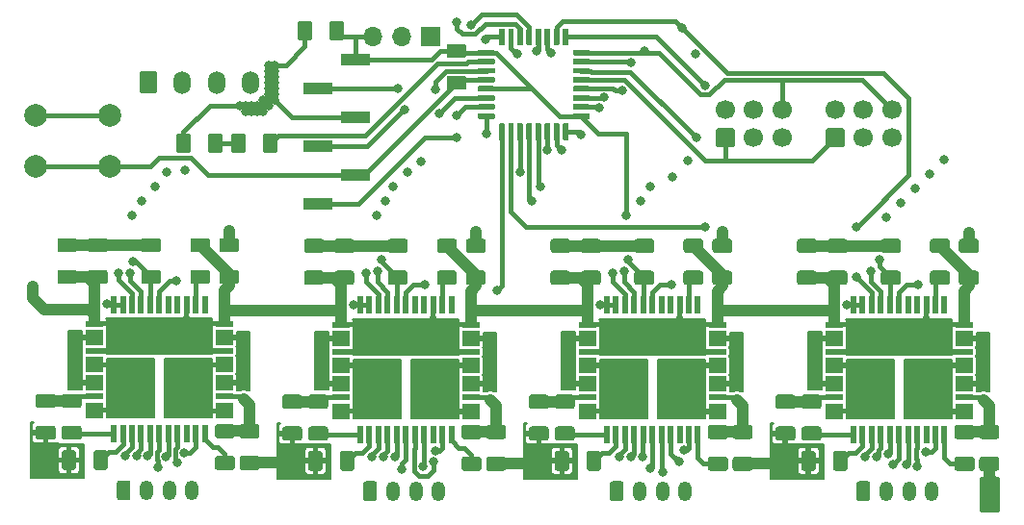
<source format=gbr>
G04 #@! TF.GenerationSoftware,KiCad,Pcbnew,(5.1.5)-3*
G04 #@! TF.CreationDate,2019-12-18T01:06:06+01:00*
G04 #@! TF.ProjectId,CarteMoteur,43617274-654d-46f7-9465-75722e6b6963,rev?*
G04 #@! TF.SameCoordinates,Original*
G04 #@! TF.FileFunction,Copper,L1,Top*
G04 #@! TF.FilePolarity,Positive*
%FSLAX46Y46*%
G04 Gerber Fmt 4.6, Leading zero omitted, Abs format (unit mm)*
G04 Created by KiCad (PCBNEW (5.1.5)-3) date 2019-12-18 01:06:06*
%MOMM*%
%LPD*%
G04 APERTURE LIST*
%ADD10C,0.100000*%
%ADD11C,1.700000*%
%ADD12C,2.000000*%
%ADD13R,2.510000X1.000000*%
%ADD14O,1.700000X1.700000*%
%ADD15R,1.700000X1.700000*%
%ADD16O,1.500000X2.020000*%
%ADD17R,1.500000X0.550000*%
%ADD18R,1.500000X1.400000*%
%ADD19R,0.550000X1.500000*%
%ADD20O,1.200000X1.750000*%
%ADD21C,0.800000*%
%ADD22C,0.400000*%
%ADD23C,1.000000*%
%ADD24C,0.200000*%
%ADD25C,0.254000*%
G04 APERTURE END LIST*
G04 #@! TA.AperFunction,SMDPad,CuDef*
D10*
G36*
X113299504Y-28590204D02*
G01*
X113323773Y-28593804D01*
X113347571Y-28599765D01*
X113370671Y-28608030D01*
X113392849Y-28618520D01*
X113413893Y-28631133D01*
X113433598Y-28645747D01*
X113451777Y-28662223D01*
X113468253Y-28680402D01*
X113482867Y-28700107D01*
X113495480Y-28721151D01*
X113505970Y-28743329D01*
X113514235Y-28766429D01*
X113520196Y-28790227D01*
X113523796Y-28814496D01*
X113525000Y-28839000D01*
X113525000Y-30089000D01*
X113523796Y-30113504D01*
X113520196Y-30137773D01*
X113514235Y-30161571D01*
X113505970Y-30184671D01*
X113495480Y-30206849D01*
X113482867Y-30227893D01*
X113468253Y-30247598D01*
X113451777Y-30265777D01*
X113433598Y-30282253D01*
X113413893Y-30296867D01*
X113392849Y-30309480D01*
X113370671Y-30319970D01*
X113347571Y-30328235D01*
X113323773Y-30334196D01*
X113299504Y-30337796D01*
X113275000Y-30339000D01*
X112525000Y-30339000D01*
X112500496Y-30337796D01*
X112476227Y-30334196D01*
X112452429Y-30328235D01*
X112429329Y-30319970D01*
X112407151Y-30309480D01*
X112386107Y-30296867D01*
X112366402Y-30282253D01*
X112348223Y-30265777D01*
X112331747Y-30247598D01*
X112317133Y-30227893D01*
X112304520Y-30206849D01*
X112294030Y-30184671D01*
X112285765Y-30161571D01*
X112279804Y-30137773D01*
X112276204Y-30113504D01*
X112275000Y-30089000D01*
X112275000Y-28839000D01*
X112276204Y-28814496D01*
X112279804Y-28790227D01*
X112285765Y-28766429D01*
X112294030Y-28743329D01*
X112304520Y-28721151D01*
X112317133Y-28700107D01*
X112331747Y-28680402D01*
X112348223Y-28662223D01*
X112366402Y-28645747D01*
X112386107Y-28631133D01*
X112407151Y-28618520D01*
X112429329Y-28608030D01*
X112452429Y-28599765D01*
X112476227Y-28593804D01*
X112500496Y-28590204D01*
X112525000Y-28589000D01*
X113275000Y-28589000D01*
X113299504Y-28590204D01*
G37*
G04 #@! TD.AperFunction*
G04 #@! TA.AperFunction,SMDPad,CuDef*
G36*
X116099504Y-28590204D02*
G01*
X116123773Y-28593804D01*
X116147571Y-28599765D01*
X116170671Y-28608030D01*
X116192849Y-28618520D01*
X116213893Y-28631133D01*
X116233598Y-28645747D01*
X116251777Y-28662223D01*
X116268253Y-28680402D01*
X116282867Y-28700107D01*
X116295480Y-28721151D01*
X116305970Y-28743329D01*
X116314235Y-28766429D01*
X116320196Y-28790227D01*
X116323796Y-28814496D01*
X116325000Y-28839000D01*
X116325000Y-30089000D01*
X116323796Y-30113504D01*
X116320196Y-30137773D01*
X116314235Y-30161571D01*
X116305970Y-30184671D01*
X116295480Y-30206849D01*
X116282867Y-30227893D01*
X116268253Y-30247598D01*
X116251777Y-30265777D01*
X116233598Y-30282253D01*
X116213893Y-30296867D01*
X116192849Y-30309480D01*
X116170671Y-30319970D01*
X116147571Y-30328235D01*
X116123773Y-30334196D01*
X116099504Y-30337796D01*
X116075000Y-30339000D01*
X115325000Y-30339000D01*
X115300496Y-30337796D01*
X115276227Y-30334196D01*
X115252429Y-30328235D01*
X115229329Y-30319970D01*
X115207151Y-30309480D01*
X115186107Y-30296867D01*
X115166402Y-30282253D01*
X115148223Y-30265777D01*
X115131747Y-30247598D01*
X115117133Y-30227893D01*
X115104520Y-30206849D01*
X115094030Y-30184671D01*
X115085765Y-30161571D01*
X115079804Y-30137773D01*
X115076204Y-30113504D01*
X115075000Y-30089000D01*
X115075000Y-28839000D01*
X115076204Y-28814496D01*
X115079804Y-28790227D01*
X115085765Y-28766429D01*
X115094030Y-28743329D01*
X115104520Y-28721151D01*
X115117133Y-28700107D01*
X115131747Y-28680402D01*
X115148223Y-28662223D01*
X115166402Y-28645747D01*
X115186107Y-28631133D01*
X115207151Y-28618520D01*
X115229329Y-28608030D01*
X115252429Y-28599765D01*
X115276227Y-28593804D01*
X115300496Y-28590204D01*
X115325000Y-28589000D01*
X116075000Y-28589000D01*
X116099504Y-28590204D01*
G37*
G04 #@! TD.AperFunction*
G04 #@! TA.AperFunction,SMDPad,CuDef*
G36*
X105431504Y-38496204D02*
G01*
X105455773Y-38499804D01*
X105479571Y-38505765D01*
X105502671Y-38514030D01*
X105524849Y-38524520D01*
X105545893Y-38537133D01*
X105565598Y-38551747D01*
X105583777Y-38568223D01*
X105600253Y-38586402D01*
X105614867Y-38606107D01*
X105627480Y-38627151D01*
X105637970Y-38649329D01*
X105646235Y-38672429D01*
X105652196Y-38696227D01*
X105655796Y-38720496D01*
X105657000Y-38745000D01*
X105657000Y-39995000D01*
X105655796Y-40019504D01*
X105652196Y-40043773D01*
X105646235Y-40067571D01*
X105637970Y-40090671D01*
X105627480Y-40112849D01*
X105614867Y-40133893D01*
X105600253Y-40153598D01*
X105583777Y-40171777D01*
X105565598Y-40188253D01*
X105545893Y-40202867D01*
X105524849Y-40215480D01*
X105502671Y-40225970D01*
X105479571Y-40234235D01*
X105455773Y-40240196D01*
X105431504Y-40243796D01*
X105407000Y-40245000D01*
X104657000Y-40245000D01*
X104632496Y-40243796D01*
X104608227Y-40240196D01*
X104584429Y-40234235D01*
X104561329Y-40225970D01*
X104539151Y-40215480D01*
X104518107Y-40202867D01*
X104498402Y-40188253D01*
X104480223Y-40171777D01*
X104463747Y-40153598D01*
X104449133Y-40133893D01*
X104436520Y-40112849D01*
X104426030Y-40090671D01*
X104417765Y-40067571D01*
X104411804Y-40043773D01*
X104408204Y-40019504D01*
X104407000Y-39995000D01*
X104407000Y-38745000D01*
X104408204Y-38720496D01*
X104411804Y-38696227D01*
X104417765Y-38672429D01*
X104426030Y-38649329D01*
X104436520Y-38627151D01*
X104449133Y-38606107D01*
X104463747Y-38586402D01*
X104480223Y-38568223D01*
X104498402Y-38551747D01*
X104518107Y-38537133D01*
X104539151Y-38524520D01*
X104561329Y-38514030D01*
X104584429Y-38505765D01*
X104608227Y-38499804D01*
X104632496Y-38496204D01*
X104657000Y-38495000D01*
X105407000Y-38495000D01*
X105431504Y-38496204D01*
G37*
G04 #@! TD.AperFunction*
G04 #@! TA.AperFunction,SMDPad,CuDef*
G36*
X102631504Y-38496204D02*
G01*
X102655773Y-38499804D01*
X102679571Y-38505765D01*
X102702671Y-38514030D01*
X102724849Y-38524520D01*
X102745893Y-38537133D01*
X102765598Y-38551747D01*
X102783777Y-38568223D01*
X102800253Y-38586402D01*
X102814867Y-38606107D01*
X102827480Y-38627151D01*
X102837970Y-38649329D01*
X102846235Y-38672429D01*
X102852196Y-38696227D01*
X102855796Y-38720496D01*
X102857000Y-38745000D01*
X102857000Y-39995000D01*
X102855796Y-40019504D01*
X102852196Y-40043773D01*
X102846235Y-40067571D01*
X102837970Y-40090671D01*
X102827480Y-40112849D01*
X102814867Y-40133893D01*
X102800253Y-40153598D01*
X102783777Y-40171777D01*
X102765598Y-40188253D01*
X102745893Y-40202867D01*
X102724849Y-40215480D01*
X102702671Y-40225970D01*
X102679571Y-40234235D01*
X102655773Y-40240196D01*
X102631504Y-40243796D01*
X102607000Y-40245000D01*
X101857000Y-40245000D01*
X101832496Y-40243796D01*
X101808227Y-40240196D01*
X101784429Y-40234235D01*
X101761329Y-40225970D01*
X101739151Y-40215480D01*
X101718107Y-40202867D01*
X101698402Y-40188253D01*
X101680223Y-40171777D01*
X101663747Y-40153598D01*
X101649133Y-40133893D01*
X101636520Y-40112849D01*
X101626030Y-40090671D01*
X101617765Y-40067571D01*
X101611804Y-40043773D01*
X101608204Y-40019504D01*
X101607000Y-39995000D01*
X101607000Y-38745000D01*
X101608204Y-38720496D01*
X101611804Y-38696227D01*
X101617765Y-38672429D01*
X101626030Y-38649329D01*
X101636520Y-38627151D01*
X101649133Y-38606107D01*
X101663747Y-38586402D01*
X101680223Y-38568223D01*
X101698402Y-38551747D01*
X101718107Y-38537133D01*
X101739151Y-38524520D01*
X101761329Y-38514030D01*
X101784429Y-38505765D01*
X101808227Y-38499804D01*
X101832496Y-38496204D01*
X101857000Y-38495000D01*
X102607000Y-38495000D01*
X102631504Y-38496204D01*
G37*
G04 #@! TD.AperFunction*
G04 #@! TA.AperFunction,SMDPad,CuDef*
G36*
X110257504Y-38496204D02*
G01*
X110281773Y-38499804D01*
X110305571Y-38505765D01*
X110328671Y-38514030D01*
X110350849Y-38524520D01*
X110371893Y-38537133D01*
X110391598Y-38551747D01*
X110409777Y-38568223D01*
X110426253Y-38586402D01*
X110440867Y-38606107D01*
X110453480Y-38627151D01*
X110463970Y-38649329D01*
X110472235Y-38672429D01*
X110478196Y-38696227D01*
X110481796Y-38720496D01*
X110483000Y-38745000D01*
X110483000Y-39995000D01*
X110481796Y-40019504D01*
X110478196Y-40043773D01*
X110472235Y-40067571D01*
X110463970Y-40090671D01*
X110453480Y-40112849D01*
X110440867Y-40133893D01*
X110426253Y-40153598D01*
X110409777Y-40171777D01*
X110391598Y-40188253D01*
X110371893Y-40202867D01*
X110350849Y-40215480D01*
X110328671Y-40225970D01*
X110305571Y-40234235D01*
X110281773Y-40240196D01*
X110257504Y-40243796D01*
X110233000Y-40245000D01*
X109483000Y-40245000D01*
X109458496Y-40243796D01*
X109434227Y-40240196D01*
X109410429Y-40234235D01*
X109387329Y-40225970D01*
X109365151Y-40215480D01*
X109344107Y-40202867D01*
X109324402Y-40188253D01*
X109306223Y-40171777D01*
X109289747Y-40153598D01*
X109275133Y-40133893D01*
X109262520Y-40112849D01*
X109252030Y-40090671D01*
X109243765Y-40067571D01*
X109237804Y-40043773D01*
X109234204Y-40019504D01*
X109233000Y-39995000D01*
X109233000Y-38745000D01*
X109234204Y-38720496D01*
X109237804Y-38696227D01*
X109243765Y-38672429D01*
X109252030Y-38649329D01*
X109262520Y-38627151D01*
X109275133Y-38606107D01*
X109289747Y-38586402D01*
X109306223Y-38568223D01*
X109324402Y-38551747D01*
X109344107Y-38537133D01*
X109365151Y-38524520D01*
X109387329Y-38514030D01*
X109410429Y-38505765D01*
X109434227Y-38499804D01*
X109458496Y-38496204D01*
X109483000Y-38495000D01*
X110233000Y-38495000D01*
X110257504Y-38496204D01*
G37*
G04 #@! TD.AperFunction*
G04 #@! TA.AperFunction,SMDPad,CuDef*
G36*
X107457504Y-38496204D02*
G01*
X107481773Y-38499804D01*
X107505571Y-38505765D01*
X107528671Y-38514030D01*
X107550849Y-38524520D01*
X107571893Y-38537133D01*
X107591598Y-38551747D01*
X107609777Y-38568223D01*
X107626253Y-38586402D01*
X107640867Y-38606107D01*
X107653480Y-38627151D01*
X107663970Y-38649329D01*
X107672235Y-38672429D01*
X107678196Y-38696227D01*
X107681796Y-38720496D01*
X107683000Y-38745000D01*
X107683000Y-39995000D01*
X107681796Y-40019504D01*
X107678196Y-40043773D01*
X107672235Y-40067571D01*
X107663970Y-40090671D01*
X107653480Y-40112849D01*
X107640867Y-40133893D01*
X107626253Y-40153598D01*
X107609777Y-40171777D01*
X107591598Y-40188253D01*
X107571893Y-40202867D01*
X107550849Y-40215480D01*
X107528671Y-40225970D01*
X107505571Y-40234235D01*
X107481773Y-40240196D01*
X107457504Y-40243796D01*
X107433000Y-40245000D01*
X106683000Y-40245000D01*
X106658496Y-40243796D01*
X106634227Y-40240196D01*
X106610429Y-40234235D01*
X106587329Y-40225970D01*
X106565151Y-40215480D01*
X106544107Y-40202867D01*
X106524402Y-40188253D01*
X106506223Y-40171777D01*
X106489747Y-40153598D01*
X106475133Y-40133893D01*
X106462520Y-40112849D01*
X106452030Y-40090671D01*
X106443765Y-40067571D01*
X106437804Y-40043773D01*
X106434204Y-40019504D01*
X106433000Y-39995000D01*
X106433000Y-38745000D01*
X106434204Y-38720496D01*
X106437804Y-38696227D01*
X106443765Y-38672429D01*
X106452030Y-38649329D01*
X106462520Y-38627151D01*
X106475133Y-38606107D01*
X106489747Y-38586402D01*
X106506223Y-38568223D01*
X106524402Y-38551747D01*
X106544107Y-38537133D01*
X106565151Y-38524520D01*
X106587329Y-38514030D01*
X106610429Y-38505765D01*
X106634227Y-38499804D01*
X106658496Y-38496204D01*
X106683000Y-38495000D01*
X107433000Y-38495000D01*
X107457504Y-38496204D01*
G37*
G04 #@! TD.AperFunction*
D11*
X164512000Y-36390000D03*
X162012000Y-36390000D03*
X159512000Y-36390000D03*
X164512000Y-38890000D03*
X162012000Y-38890000D03*
G04 #@! TA.AperFunction,ComponentPad*
D10*
G36*
X160136504Y-38041204D02*
G01*
X160160773Y-38044804D01*
X160184571Y-38050765D01*
X160207671Y-38059030D01*
X160229849Y-38069520D01*
X160250893Y-38082133D01*
X160270598Y-38096747D01*
X160288777Y-38113223D01*
X160305253Y-38131402D01*
X160319867Y-38151107D01*
X160332480Y-38172151D01*
X160342970Y-38194329D01*
X160351235Y-38217429D01*
X160357196Y-38241227D01*
X160360796Y-38265496D01*
X160362000Y-38290000D01*
X160362000Y-39490000D01*
X160360796Y-39514504D01*
X160357196Y-39538773D01*
X160351235Y-39562571D01*
X160342970Y-39585671D01*
X160332480Y-39607849D01*
X160319867Y-39628893D01*
X160305253Y-39648598D01*
X160288777Y-39666777D01*
X160270598Y-39683253D01*
X160250893Y-39697867D01*
X160229849Y-39710480D01*
X160207671Y-39720970D01*
X160184571Y-39729235D01*
X160160773Y-39735196D01*
X160136504Y-39738796D01*
X160112000Y-39740000D01*
X158912000Y-39740000D01*
X158887496Y-39738796D01*
X158863227Y-39735196D01*
X158839429Y-39729235D01*
X158816329Y-39720970D01*
X158794151Y-39710480D01*
X158773107Y-39697867D01*
X158753402Y-39683253D01*
X158735223Y-39666777D01*
X158718747Y-39648598D01*
X158704133Y-39628893D01*
X158691520Y-39607849D01*
X158681030Y-39585671D01*
X158672765Y-39562571D01*
X158666804Y-39538773D01*
X158663204Y-39514504D01*
X158662000Y-39490000D01*
X158662000Y-38290000D01*
X158663204Y-38265496D01*
X158666804Y-38241227D01*
X158672765Y-38217429D01*
X158681030Y-38194329D01*
X158691520Y-38172151D01*
X158704133Y-38151107D01*
X158718747Y-38131402D01*
X158735223Y-38113223D01*
X158753402Y-38096747D01*
X158773107Y-38082133D01*
X158794151Y-38069520D01*
X158816329Y-38059030D01*
X158839429Y-38050765D01*
X158863227Y-38044804D01*
X158887496Y-38041204D01*
X158912000Y-38040000D01*
X160112000Y-38040000D01*
X160136504Y-38041204D01*
G37*
G04 #@! TD.AperFunction*
D11*
X154860000Y-36390000D03*
X152360000Y-36390000D03*
X149860000Y-36390000D03*
X154860000Y-38890000D03*
X152360000Y-38890000D03*
G04 #@! TA.AperFunction,ComponentPad*
D10*
G36*
X150484504Y-38041204D02*
G01*
X150508773Y-38044804D01*
X150532571Y-38050765D01*
X150555671Y-38059030D01*
X150577849Y-38069520D01*
X150598893Y-38082133D01*
X150618598Y-38096747D01*
X150636777Y-38113223D01*
X150653253Y-38131402D01*
X150667867Y-38151107D01*
X150680480Y-38172151D01*
X150690970Y-38194329D01*
X150699235Y-38217429D01*
X150705196Y-38241227D01*
X150708796Y-38265496D01*
X150710000Y-38290000D01*
X150710000Y-39490000D01*
X150708796Y-39514504D01*
X150705196Y-39538773D01*
X150699235Y-39562571D01*
X150690970Y-39585671D01*
X150680480Y-39607849D01*
X150667867Y-39628893D01*
X150653253Y-39648598D01*
X150636777Y-39666777D01*
X150618598Y-39683253D01*
X150598893Y-39697867D01*
X150577849Y-39710480D01*
X150555671Y-39720970D01*
X150532571Y-39729235D01*
X150508773Y-39735196D01*
X150484504Y-39738796D01*
X150460000Y-39740000D01*
X149260000Y-39740000D01*
X149235496Y-39738796D01*
X149211227Y-39735196D01*
X149187429Y-39729235D01*
X149164329Y-39720970D01*
X149142151Y-39710480D01*
X149121107Y-39697867D01*
X149101402Y-39683253D01*
X149083223Y-39666777D01*
X149066747Y-39648598D01*
X149052133Y-39628893D01*
X149039520Y-39607849D01*
X149029030Y-39585671D01*
X149020765Y-39562571D01*
X149014804Y-39538773D01*
X149011204Y-39514504D01*
X149010000Y-39490000D01*
X149010000Y-38290000D01*
X149011204Y-38265496D01*
X149014804Y-38241227D01*
X149020765Y-38217429D01*
X149029030Y-38194329D01*
X149039520Y-38172151D01*
X149052133Y-38151107D01*
X149066747Y-38131402D01*
X149083223Y-38113223D01*
X149101402Y-38096747D01*
X149121107Y-38082133D01*
X149142151Y-38069520D01*
X149164329Y-38059030D01*
X149187429Y-38050765D01*
X149211227Y-38044804D01*
X149235496Y-38041204D01*
X149260000Y-38040000D01*
X150460000Y-38040000D01*
X150484504Y-38041204D01*
G37*
G04 #@! TD.AperFunction*
D12*
X95758000Y-36902000D03*
X95758000Y-41402000D03*
X89258000Y-36902000D03*
X89258000Y-41402000D03*
D13*
X117348000Y-42164000D03*
X117348000Y-37084000D03*
X117348000Y-32004000D03*
X114038000Y-44704000D03*
X114038000Y-39624000D03*
X114038000Y-34544000D03*
G04 #@! TA.AperFunction,SMDPad,CuDef*
D10*
G36*
X126887504Y-33412204D02*
G01*
X126911773Y-33415804D01*
X126935571Y-33421765D01*
X126958671Y-33430030D01*
X126980849Y-33440520D01*
X127001893Y-33453133D01*
X127021598Y-33467747D01*
X127039777Y-33484223D01*
X127056253Y-33502402D01*
X127070867Y-33522107D01*
X127083480Y-33543151D01*
X127093970Y-33565329D01*
X127102235Y-33588429D01*
X127108196Y-33612227D01*
X127111796Y-33636496D01*
X127113000Y-33661000D01*
X127113000Y-34411000D01*
X127111796Y-34435504D01*
X127108196Y-34459773D01*
X127102235Y-34483571D01*
X127093970Y-34506671D01*
X127083480Y-34528849D01*
X127070867Y-34549893D01*
X127056253Y-34569598D01*
X127039777Y-34587777D01*
X127021598Y-34604253D01*
X127001893Y-34618867D01*
X126980849Y-34631480D01*
X126958671Y-34641970D01*
X126935571Y-34650235D01*
X126911773Y-34656196D01*
X126887504Y-34659796D01*
X126863000Y-34661000D01*
X125613000Y-34661000D01*
X125588496Y-34659796D01*
X125564227Y-34656196D01*
X125540429Y-34650235D01*
X125517329Y-34641970D01*
X125495151Y-34631480D01*
X125474107Y-34618867D01*
X125454402Y-34604253D01*
X125436223Y-34587777D01*
X125419747Y-34569598D01*
X125405133Y-34549893D01*
X125392520Y-34528849D01*
X125382030Y-34506671D01*
X125373765Y-34483571D01*
X125367804Y-34459773D01*
X125364204Y-34435504D01*
X125363000Y-34411000D01*
X125363000Y-33661000D01*
X125364204Y-33636496D01*
X125367804Y-33612227D01*
X125373765Y-33588429D01*
X125382030Y-33565329D01*
X125392520Y-33543151D01*
X125405133Y-33522107D01*
X125419747Y-33502402D01*
X125436223Y-33484223D01*
X125454402Y-33467747D01*
X125474107Y-33453133D01*
X125495151Y-33440520D01*
X125517329Y-33430030D01*
X125540429Y-33421765D01*
X125564227Y-33415804D01*
X125588496Y-33412204D01*
X125613000Y-33411000D01*
X126863000Y-33411000D01*
X126887504Y-33412204D01*
G37*
G04 #@! TD.AperFunction*
G04 #@! TA.AperFunction,SMDPad,CuDef*
G36*
X126887504Y-30612204D02*
G01*
X126911773Y-30615804D01*
X126935571Y-30621765D01*
X126958671Y-30630030D01*
X126980849Y-30640520D01*
X127001893Y-30653133D01*
X127021598Y-30667747D01*
X127039777Y-30684223D01*
X127056253Y-30702402D01*
X127070867Y-30722107D01*
X127083480Y-30743151D01*
X127093970Y-30765329D01*
X127102235Y-30788429D01*
X127108196Y-30812227D01*
X127111796Y-30836496D01*
X127113000Y-30861000D01*
X127113000Y-31611000D01*
X127111796Y-31635504D01*
X127108196Y-31659773D01*
X127102235Y-31683571D01*
X127093970Y-31706671D01*
X127083480Y-31728849D01*
X127070867Y-31749893D01*
X127056253Y-31769598D01*
X127039777Y-31787777D01*
X127021598Y-31804253D01*
X127001893Y-31818867D01*
X126980849Y-31831480D01*
X126958671Y-31841970D01*
X126935571Y-31850235D01*
X126911773Y-31856196D01*
X126887504Y-31859796D01*
X126863000Y-31861000D01*
X125613000Y-31861000D01*
X125588496Y-31859796D01*
X125564227Y-31856196D01*
X125540429Y-31850235D01*
X125517329Y-31841970D01*
X125495151Y-31831480D01*
X125474107Y-31818867D01*
X125454402Y-31804253D01*
X125436223Y-31787777D01*
X125419747Y-31769598D01*
X125405133Y-31749893D01*
X125392520Y-31728849D01*
X125382030Y-31706671D01*
X125373765Y-31683571D01*
X125367804Y-31659773D01*
X125364204Y-31635504D01*
X125363000Y-31611000D01*
X125363000Y-30861000D01*
X125364204Y-30836496D01*
X125367804Y-30812227D01*
X125373765Y-30788429D01*
X125382030Y-30765329D01*
X125392520Y-30743151D01*
X125405133Y-30722107D01*
X125419747Y-30702402D01*
X125436223Y-30684223D01*
X125454402Y-30667747D01*
X125474107Y-30653133D01*
X125495151Y-30640520D01*
X125517329Y-30630030D01*
X125540429Y-30621765D01*
X125564227Y-30615804D01*
X125588496Y-30612204D01*
X125613000Y-30611000D01*
X126863000Y-30611000D01*
X126887504Y-30612204D01*
G37*
G04 #@! TD.AperFunction*
D14*
X118872000Y-29972000D03*
X121412000Y-29972000D03*
D15*
X123952000Y-29972000D03*
D16*
X108150000Y-34000000D03*
X105150000Y-34000000D03*
X102150000Y-34000000D03*
G04 #@! TA.AperFunction,ComponentPad*
D10*
G36*
X99674504Y-32991204D02*
G01*
X99698773Y-32994804D01*
X99722571Y-33000765D01*
X99745671Y-33009030D01*
X99767849Y-33019520D01*
X99788893Y-33032133D01*
X99808598Y-33046747D01*
X99826777Y-33063223D01*
X99843253Y-33081402D01*
X99857867Y-33101107D01*
X99870480Y-33122151D01*
X99880970Y-33144329D01*
X99889235Y-33167429D01*
X99895196Y-33191227D01*
X99898796Y-33215496D01*
X99900000Y-33240000D01*
X99900000Y-34760000D01*
X99898796Y-34784504D01*
X99895196Y-34808773D01*
X99889235Y-34832571D01*
X99880970Y-34855671D01*
X99870480Y-34877849D01*
X99857867Y-34898893D01*
X99843253Y-34918598D01*
X99826777Y-34936777D01*
X99808598Y-34953253D01*
X99788893Y-34967867D01*
X99767849Y-34980480D01*
X99745671Y-34990970D01*
X99722571Y-34999235D01*
X99698773Y-35005196D01*
X99674504Y-35008796D01*
X99650000Y-35010000D01*
X98650000Y-35010000D01*
X98625496Y-35008796D01*
X98601227Y-35005196D01*
X98577429Y-34999235D01*
X98554329Y-34990970D01*
X98532151Y-34980480D01*
X98511107Y-34967867D01*
X98491402Y-34953253D01*
X98473223Y-34936777D01*
X98456747Y-34918598D01*
X98442133Y-34898893D01*
X98429520Y-34877849D01*
X98419030Y-34855671D01*
X98410765Y-34832571D01*
X98404804Y-34808773D01*
X98401204Y-34784504D01*
X98400000Y-34760000D01*
X98400000Y-33240000D01*
X98401204Y-33215496D01*
X98404804Y-33191227D01*
X98410765Y-33167429D01*
X98419030Y-33144329D01*
X98429520Y-33122151D01*
X98442133Y-33101107D01*
X98456747Y-33081402D01*
X98473223Y-33063223D01*
X98491402Y-33046747D01*
X98511107Y-33032133D01*
X98532151Y-33019520D01*
X98554329Y-33009030D01*
X98577429Y-33000765D01*
X98601227Y-32994804D01*
X98625496Y-32991204D01*
X98650000Y-32990000D01*
X99650000Y-32990000D01*
X99674504Y-32991204D01*
G37*
G04 #@! TD.AperFunction*
D17*
X159426000Y-55334000D03*
D18*
X159426000Y-56540000D03*
D17*
X159426000Y-57734000D03*
D18*
X159426000Y-58953000D03*
X159426000Y-60553200D03*
D17*
X159426000Y-61734000D03*
D18*
X159411000Y-62953500D03*
D19*
X161126000Y-65034000D03*
X161926000Y-65034000D03*
X162726000Y-65034000D03*
X163526000Y-65034000D03*
X164326000Y-65034000D03*
X165126000Y-65034000D03*
X165926000Y-65034000D03*
X166726000Y-65034000D03*
X167526000Y-65034000D03*
X168326000Y-65034000D03*
X169126000Y-65034000D03*
D18*
X170826000Y-63017000D03*
D17*
X170826000Y-61734000D03*
D18*
X170826000Y-60540500D03*
X170826000Y-58953000D03*
D17*
X170826000Y-57734000D03*
D18*
X170826000Y-56540000D03*
D17*
X170826000Y-55334000D03*
D19*
X169126000Y-53634000D03*
X168326000Y-53634000D03*
X167526000Y-53634000D03*
X166726000Y-53634000D03*
X165926000Y-53634000D03*
X165126000Y-53634000D03*
X164326000Y-53634000D03*
X163526000Y-53634000D03*
X162726000Y-53634000D03*
X161926000Y-53634000D03*
X161126000Y-53634000D03*
D17*
X137754000Y-55334000D03*
D18*
X137754000Y-56540000D03*
D17*
X137754000Y-57734000D03*
D18*
X137754000Y-58953000D03*
X137754000Y-60553200D03*
D17*
X137754000Y-61734000D03*
D18*
X137739000Y-62953500D03*
D19*
X139454000Y-65034000D03*
X140254000Y-65034000D03*
X141054000Y-65034000D03*
X141854000Y-65034000D03*
X142654000Y-65034000D03*
X143454000Y-65034000D03*
X144254000Y-65034000D03*
X145054000Y-65034000D03*
X145854000Y-65034000D03*
X146654000Y-65034000D03*
X147454000Y-65034000D03*
D18*
X149154000Y-63017000D03*
D17*
X149154000Y-61734000D03*
D18*
X149154000Y-60540500D03*
X149154000Y-58953000D03*
D17*
X149154000Y-57734000D03*
D18*
X149154000Y-56540000D03*
D17*
X149154000Y-55334000D03*
D19*
X147454000Y-53634000D03*
X146654000Y-53634000D03*
X145854000Y-53634000D03*
X145054000Y-53634000D03*
X144254000Y-53634000D03*
X143454000Y-53634000D03*
X142654000Y-53634000D03*
X141854000Y-53634000D03*
X141054000Y-53634000D03*
X140254000Y-53634000D03*
X139454000Y-53634000D03*
D17*
X116082000Y-55334000D03*
D18*
X116082000Y-56540000D03*
D17*
X116082000Y-57734000D03*
D18*
X116082000Y-58953000D03*
X116082000Y-60553200D03*
D17*
X116082000Y-61734000D03*
D18*
X116067000Y-62953500D03*
D19*
X117782000Y-65034000D03*
X118582000Y-65034000D03*
X119382000Y-65034000D03*
X120182000Y-65034000D03*
X120982000Y-65034000D03*
X121782000Y-65034000D03*
X122582000Y-65034000D03*
X123382000Y-65034000D03*
X124182000Y-65034000D03*
X124982000Y-65034000D03*
X125782000Y-65034000D03*
D18*
X127482000Y-63017000D03*
D17*
X127482000Y-61734000D03*
D18*
X127482000Y-60540500D03*
X127482000Y-58953000D03*
D17*
X127482000Y-57734000D03*
D18*
X127482000Y-56540000D03*
D17*
X127482000Y-55334000D03*
D19*
X125782000Y-53634000D03*
X124982000Y-53634000D03*
X124182000Y-53634000D03*
X123382000Y-53634000D03*
X122582000Y-53634000D03*
X121782000Y-53634000D03*
X120982000Y-53634000D03*
X120182000Y-53634000D03*
X119382000Y-53634000D03*
X118582000Y-53634000D03*
X117782000Y-53634000D03*
G04 #@! TA.AperFunction,SMDPad,CuDef*
D10*
G36*
X171539504Y-66969204D02*
G01*
X171563773Y-66972804D01*
X171587571Y-66978765D01*
X171610671Y-66987030D01*
X171632849Y-66997520D01*
X171653893Y-67010133D01*
X171673598Y-67024747D01*
X171691777Y-67041223D01*
X171708253Y-67059402D01*
X171722867Y-67079107D01*
X171735480Y-67100151D01*
X171745970Y-67122329D01*
X171754235Y-67145429D01*
X171760196Y-67169227D01*
X171763796Y-67193496D01*
X171765000Y-67218000D01*
X171765000Y-67968000D01*
X171763796Y-67992504D01*
X171760196Y-68016773D01*
X171754235Y-68040571D01*
X171745970Y-68063671D01*
X171735480Y-68085849D01*
X171722867Y-68106893D01*
X171708253Y-68126598D01*
X171691777Y-68144777D01*
X171673598Y-68161253D01*
X171653893Y-68175867D01*
X171632849Y-68188480D01*
X171610671Y-68198970D01*
X171587571Y-68207235D01*
X171563773Y-68213196D01*
X171539504Y-68216796D01*
X171515000Y-68218000D01*
X170265000Y-68218000D01*
X170240496Y-68216796D01*
X170216227Y-68213196D01*
X170192429Y-68207235D01*
X170169329Y-68198970D01*
X170147151Y-68188480D01*
X170126107Y-68175867D01*
X170106402Y-68161253D01*
X170088223Y-68144777D01*
X170071747Y-68126598D01*
X170057133Y-68106893D01*
X170044520Y-68085849D01*
X170034030Y-68063671D01*
X170025765Y-68040571D01*
X170019804Y-68016773D01*
X170016204Y-67992504D01*
X170015000Y-67968000D01*
X170015000Y-67218000D01*
X170016204Y-67193496D01*
X170019804Y-67169227D01*
X170025765Y-67145429D01*
X170034030Y-67122329D01*
X170044520Y-67100151D01*
X170057133Y-67079107D01*
X170071747Y-67059402D01*
X170088223Y-67041223D01*
X170106402Y-67024747D01*
X170126107Y-67010133D01*
X170147151Y-66997520D01*
X170169329Y-66987030D01*
X170192429Y-66978765D01*
X170216227Y-66972804D01*
X170240496Y-66969204D01*
X170265000Y-66968000D01*
X171515000Y-66968000D01*
X171539504Y-66969204D01*
G37*
G04 #@! TD.AperFunction*
G04 #@! TA.AperFunction,SMDPad,CuDef*
G36*
X171539504Y-64169204D02*
G01*
X171563773Y-64172804D01*
X171587571Y-64178765D01*
X171610671Y-64187030D01*
X171632849Y-64197520D01*
X171653893Y-64210133D01*
X171673598Y-64224747D01*
X171691777Y-64241223D01*
X171708253Y-64259402D01*
X171722867Y-64279107D01*
X171735480Y-64300151D01*
X171745970Y-64322329D01*
X171754235Y-64345429D01*
X171760196Y-64369227D01*
X171763796Y-64393496D01*
X171765000Y-64418000D01*
X171765000Y-65168000D01*
X171763796Y-65192504D01*
X171760196Y-65216773D01*
X171754235Y-65240571D01*
X171745970Y-65263671D01*
X171735480Y-65285849D01*
X171722867Y-65306893D01*
X171708253Y-65326598D01*
X171691777Y-65344777D01*
X171673598Y-65361253D01*
X171653893Y-65375867D01*
X171632849Y-65388480D01*
X171610671Y-65398970D01*
X171587571Y-65407235D01*
X171563773Y-65413196D01*
X171539504Y-65416796D01*
X171515000Y-65418000D01*
X170265000Y-65418000D01*
X170240496Y-65416796D01*
X170216227Y-65413196D01*
X170192429Y-65407235D01*
X170169329Y-65398970D01*
X170147151Y-65388480D01*
X170126107Y-65375867D01*
X170106402Y-65361253D01*
X170088223Y-65344777D01*
X170071747Y-65326598D01*
X170057133Y-65306893D01*
X170044520Y-65285849D01*
X170034030Y-65263671D01*
X170025765Y-65240571D01*
X170019804Y-65216773D01*
X170016204Y-65192504D01*
X170015000Y-65168000D01*
X170015000Y-64418000D01*
X170016204Y-64393496D01*
X170019804Y-64369227D01*
X170025765Y-64345429D01*
X170034030Y-64322329D01*
X170044520Y-64300151D01*
X170057133Y-64279107D01*
X170071747Y-64259402D01*
X170088223Y-64241223D01*
X170106402Y-64224747D01*
X170126107Y-64210133D01*
X170147151Y-64197520D01*
X170169329Y-64187030D01*
X170192429Y-64178765D01*
X170216227Y-64172804D01*
X170240496Y-64169204D01*
X170265000Y-64168000D01*
X171515000Y-64168000D01*
X171539504Y-64169204D01*
G37*
G04 #@! TD.AperFunction*
G04 #@! TA.AperFunction,SMDPad,CuDef*
G36*
X173698504Y-66966204D02*
G01*
X173722773Y-66969804D01*
X173746571Y-66975765D01*
X173769671Y-66984030D01*
X173791849Y-66994520D01*
X173812893Y-67007133D01*
X173832598Y-67021747D01*
X173850777Y-67038223D01*
X173867253Y-67056402D01*
X173881867Y-67076107D01*
X173894480Y-67097151D01*
X173904970Y-67119329D01*
X173913235Y-67142429D01*
X173919196Y-67166227D01*
X173922796Y-67190496D01*
X173924000Y-67215000D01*
X173924000Y-67965000D01*
X173922796Y-67989504D01*
X173919196Y-68013773D01*
X173913235Y-68037571D01*
X173904970Y-68060671D01*
X173894480Y-68082849D01*
X173881867Y-68103893D01*
X173867253Y-68123598D01*
X173850777Y-68141777D01*
X173832598Y-68158253D01*
X173812893Y-68172867D01*
X173791849Y-68185480D01*
X173769671Y-68195970D01*
X173746571Y-68204235D01*
X173722773Y-68210196D01*
X173698504Y-68213796D01*
X173674000Y-68215000D01*
X172424000Y-68215000D01*
X172399496Y-68213796D01*
X172375227Y-68210196D01*
X172351429Y-68204235D01*
X172328329Y-68195970D01*
X172306151Y-68185480D01*
X172285107Y-68172867D01*
X172265402Y-68158253D01*
X172247223Y-68141777D01*
X172230747Y-68123598D01*
X172216133Y-68103893D01*
X172203520Y-68082849D01*
X172193030Y-68060671D01*
X172184765Y-68037571D01*
X172178804Y-68013773D01*
X172175204Y-67989504D01*
X172174000Y-67965000D01*
X172174000Y-67215000D01*
X172175204Y-67190496D01*
X172178804Y-67166227D01*
X172184765Y-67142429D01*
X172193030Y-67119329D01*
X172203520Y-67097151D01*
X172216133Y-67076107D01*
X172230747Y-67056402D01*
X172247223Y-67038223D01*
X172265402Y-67021747D01*
X172285107Y-67007133D01*
X172306151Y-66994520D01*
X172328329Y-66984030D01*
X172351429Y-66975765D01*
X172375227Y-66969804D01*
X172399496Y-66966204D01*
X172424000Y-66965000D01*
X173674000Y-66965000D01*
X173698504Y-66966204D01*
G37*
G04 #@! TD.AperFunction*
G04 #@! TA.AperFunction,SMDPad,CuDef*
G36*
X173698504Y-64166204D02*
G01*
X173722773Y-64169804D01*
X173746571Y-64175765D01*
X173769671Y-64184030D01*
X173791849Y-64194520D01*
X173812893Y-64207133D01*
X173832598Y-64221747D01*
X173850777Y-64238223D01*
X173867253Y-64256402D01*
X173881867Y-64276107D01*
X173894480Y-64297151D01*
X173904970Y-64319329D01*
X173913235Y-64342429D01*
X173919196Y-64366227D01*
X173922796Y-64390496D01*
X173924000Y-64415000D01*
X173924000Y-65165000D01*
X173922796Y-65189504D01*
X173919196Y-65213773D01*
X173913235Y-65237571D01*
X173904970Y-65260671D01*
X173894480Y-65282849D01*
X173881867Y-65303893D01*
X173867253Y-65323598D01*
X173850777Y-65341777D01*
X173832598Y-65358253D01*
X173812893Y-65372867D01*
X173791849Y-65385480D01*
X173769671Y-65395970D01*
X173746571Y-65404235D01*
X173722773Y-65410196D01*
X173698504Y-65413796D01*
X173674000Y-65415000D01*
X172424000Y-65415000D01*
X172399496Y-65413796D01*
X172375227Y-65410196D01*
X172351429Y-65404235D01*
X172328329Y-65395970D01*
X172306151Y-65385480D01*
X172285107Y-65372867D01*
X172265402Y-65358253D01*
X172247223Y-65341777D01*
X172230747Y-65323598D01*
X172216133Y-65303893D01*
X172203520Y-65282849D01*
X172193030Y-65260671D01*
X172184765Y-65237571D01*
X172178804Y-65213773D01*
X172175204Y-65189504D01*
X172174000Y-65165000D01*
X172174000Y-64415000D01*
X172175204Y-64390496D01*
X172178804Y-64366227D01*
X172184765Y-64342429D01*
X172193030Y-64319329D01*
X172203520Y-64297151D01*
X172216133Y-64276107D01*
X172230747Y-64256402D01*
X172247223Y-64238223D01*
X172265402Y-64221747D01*
X172285107Y-64207133D01*
X172306151Y-64194520D01*
X172328329Y-64184030D01*
X172351429Y-64175765D01*
X172375227Y-64169804D01*
X172399496Y-64166204D01*
X172424000Y-64165000D01*
X173674000Y-64165000D01*
X173698504Y-64166204D01*
G37*
G04 #@! TD.AperFunction*
G04 #@! TA.AperFunction,SMDPad,CuDef*
G36*
X158077504Y-64302204D02*
G01*
X158101773Y-64305804D01*
X158125571Y-64311765D01*
X158148671Y-64320030D01*
X158170849Y-64330520D01*
X158191893Y-64343133D01*
X158211598Y-64357747D01*
X158229777Y-64374223D01*
X158246253Y-64392402D01*
X158260867Y-64412107D01*
X158273480Y-64433151D01*
X158283970Y-64455329D01*
X158292235Y-64478429D01*
X158298196Y-64502227D01*
X158301796Y-64526496D01*
X158303000Y-64551000D01*
X158303000Y-65301000D01*
X158301796Y-65325504D01*
X158298196Y-65349773D01*
X158292235Y-65373571D01*
X158283970Y-65396671D01*
X158273480Y-65418849D01*
X158260867Y-65439893D01*
X158246253Y-65459598D01*
X158229777Y-65477777D01*
X158211598Y-65494253D01*
X158191893Y-65508867D01*
X158170849Y-65521480D01*
X158148671Y-65531970D01*
X158125571Y-65540235D01*
X158101773Y-65546196D01*
X158077504Y-65549796D01*
X158053000Y-65551000D01*
X156803000Y-65551000D01*
X156778496Y-65549796D01*
X156754227Y-65546196D01*
X156730429Y-65540235D01*
X156707329Y-65531970D01*
X156685151Y-65521480D01*
X156664107Y-65508867D01*
X156644402Y-65494253D01*
X156626223Y-65477777D01*
X156609747Y-65459598D01*
X156595133Y-65439893D01*
X156582520Y-65418849D01*
X156572030Y-65396671D01*
X156563765Y-65373571D01*
X156557804Y-65349773D01*
X156554204Y-65325504D01*
X156553000Y-65301000D01*
X156553000Y-64551000D01*
X156554204Y-64526496D01*
X156557804Y-64502227D01*
X156563765Y-64478429D01*
X156572030Y-64455329D01*
X156582520Y-64433151D01*
X156595133Y-64412107D01*
X156609747Y-64392402D01*
X156626223Y-64374223D01*
X156644402Y-64357747D01*
X156664107Y-64343133D01*
X156685151Y-64330520D01*
X156707329Y-64320030D01*
X156730429Y-64311765D01*
X156754227Y-64305804D01*
X156778496Y-64302204D01*
X156803000Y-64301000D01*
X158053000Y-64301000D01*
X158077504Y-64302204D01*
G37*
G04 #@! TD.AperFunction*
G04 #@! TA.AperFunction,SMDPad,CuDef*
G36*
X158077504Y-61502204D02*
G01*
X158101773Y-61505804D01*
X158125571Y-61511765D01*
X158148671Y-61520030D01*
X158170849Y-61530520D01*
X158191893Y-61543133D01*
X158211598Y-61557747D01*
X158229777Y-61574223D01*
X158246253Y-61592402D01*
X158260867Y-61612107D01*
X158273480Y-61633151D01*
X158283970Y-61655329D01*
X158292235Y-61678429D01*
X158298196Y-61702227D01*
X158301796Y-61726496D01*
X158303000Y-61751000D01*
X158303000Y-62501000D01*
X158301796Y-62525504D01*
X158298196Y-62549773D01*
X158292235Y-62573571D01*
X158283970Y-62596671D01*
X158273480Y-62618849D01*
X158260867Y-62639893D01*
X158246253Y-62659598D01*
X158229777Y-62677777D01*
X158211598Y-62694253D01*
X158191893Y-62708867D01*
X158170849Y-62721480D01*
X158148671Y-62731970D01*
X158125571Y-62740235D01*
X158101773Y-62746196D01*
X158077504Y-62749796D01*
X158053000Y-62751000D01*
X156803000Y-62751000D01*
X156778496Y-62749796D01*
X156754227Y-62746196D01*
X156730429Y-62740235D01*
X156707329Y-62731970D01*
X156685151Y-62721480D01*
X156664107Y-62708867D01*
X156644402Y-62694253D01*
X156626223Y-62677777D01*
X156609747Y-62659598D01*
X156595133Y-62639893D01*
X156582520Y-62618849D01*
X156572030Y-62596671D01*
X156563765Y-62573571D01*
X156557804Y-62549773D01*
X156554204Y-62525504D01*
X156553000Y-62501000D01*
X156553000Y-61751000D01*
X156554204Y-61726496D01*
X156557804Y-61702227D01*
X156563765Y-61678429D01*
X156572030Y-61655329D01*
X156582520Y-61633151D01*
X156595133Y-61612107D01*
X156609747Y-61592402D01*
X156626223Y-61574223D01*
X156644402Y-61557747D01*
X156664107Y-61543133D01*
X156685151Y-61530520D01*
X156707329Y-61520030D01*
X156730429Y-61511765D01*
X156754227Y-61505804D01*
X156778496Y-61502204D01*
X156803000Y-61501000D01*
X158053000Y-61501000D01*
X158077504Y-61502204D01*
G37*
G04 #@! TD.AperFunction*
G04 #@! TA.AperFunction,SMDPad,CuDef*
G36*
X155791504Y-64302204D02*
G01*
X155815773Y-64305804D01*
X155839571Y-64311765D01*
X155862671Y-64320030D01*
X155884849Y-64330520D01*
X155905893Y-64343133D01*
X155925598Y-64357747D01*
X155943777Y-64374223D01*
X155960253Y-64392402D01*
X155974867Y-64412107D01*
X155987480Y-64433151D01*
X155997970Y-64455329D01*
X156006235Y-64478429D01*
X156012196Y-64502227D01*
X156015796Y-64526496D01*
X156017000Y-64551000D01*
X156017000Y-65301000D01*
X156015796Y-65325504D01*
X156012196Y-65349773D01*
X156006235Y-65373571D01*
X155997970Y-65396671D01*
X155987480Y-65418849D01*
X155974867Y-65439893D01*
X155960253Y-65459598D01*
X155943777Y-65477777D01*
X155925598Y-65494253D01*
X155905893Y-65508867D01*
X155884849Y-65521480D01*
X155862671Y-65531970D01*
X155839571Y-65540235D01*
X155815773Y-65546196D01*
X155791504Y-65549796D01*
X155767000Y-65551000D01*
X154517000Y-65551000D01*
X154492496Y-65549796D01*
X154468227Y-65546196D01*
X154444429Y-65540235D01*
X154421329Y-65531970D01*
X154399151Y-65521480D01*
X154378107Y-65508867D01*
X154358402Y-65494253D01*
X154340223Y-65477777D01*
X154323747Y-65459598D01*
X154309133Y-65439893D01*
X154296520Y-65418849D01*
X154286030Y-65396671D01*
X154277765Y-65373571D01*
X154271804Y-65349773D01*
X154268204Y-65325504D01*
X154267000Y-65301000D01*
X154267000Y-64551000D01*
X154268204Y-64526496D01*
X154271804Y-64502227D01*
X154277765Y-64478429D01*
X154286030Y-64455329D01*
X154296520Y-64433151D01*
X154309133Y-64412107D01*
X154323747Y-64392402D01*
X154340223Y-64374223D01*
X154358402Y-64357747D01*
X154378107Y-64343133D01*
X154399151Y-64330520D01*
X154421329Y-64320030D01*
X154444429Y-64311765D01*
X154468227Y-64305804D01*
X154492496Y-64302204D01*
X154517000Y-64301000D01*
X155767000Y-64301000D01*
X155791504Y-64302204D01*
G37*
G04 #@! TD.AperFunction*
G04 #@! TA.AperFunction,SMDPad,CuDef*
G36*
X155791504Y-61502204D02*
G01*
X155815773Y-61505804D01*
X155839571Y-61511765D01*
X155862671Y-61520030D01*
X155884849Y-61530520D01*
X155905893Y-61543133D01*
X155925598Y-61557747D01*
X155943777Y-61574223D01*
X155960253Y-61592402D01*
X155974867Y-61612107D01*
X155987480Y-61633151D01*
X155997970Y-61655329D01*
X156006235Y-61678429D01*
X156012196Y-61702227D01*
X156015796Y-61726496D01*
X156017000Y-61751000D01*
X156017000Y-62501000D01*
X156015796Y-62525504D01*
X156012196Y-62549773D01*
X156006235Y-62573571D01*
X155997970Y-62596671D01*
X155987480Y-62618849D01*
X155974867Y-62639893D01*
X155960253Y-62659598D01*
X155943777Y-62677777D01*
X155925598Y-62694253D01*
X155905893Y-62708867D01*
X155884849Y-62721480D01*
X155862671Y-62731970D01*
X155839571Y-62740235D01*
X155815773Y-62746196D01*
X155791504Y-62749796D01*
X155767000Y-62751000D01*
X154517000Y-62751000D01*
X154492496Y-62749796D01*
X154468227Y-62746196D01*
X154444429Y-62740235D01*
X154421329Y-62731970D01*
X154399151Y-62721480D01*
X154378107Y-62708867D01*
X154358402Y-62694253D01*
X154340223Y-62677777D01*
X154323747Y-62659598D01*
X154309133Y-62639893D01*
X154296520Y-62618849D01*
X154286030Y-62596671D01*
X154277765Y-62573571D01*
X154271804Y-62549773D01*
X154268204Y-62525504D01*
X154267000Y-62501000D01*
X154267000Y-61751000D01*
X154268204Y-61726496D01*
X154271804Y-61702227D01*
X154277765Y-61678429D01*
X154286030Y-61655329D01*
X154296520Y-61633151D01*
X154309133Y-61612107D01*
X154323747Y-61592402D01*
X154340223Y-61574223D01*
X154358402Y-61557747D01*
X154378107Y-61543133D01*
X154399151Y-61530520D01*
X154421329Y-61520030D01*
X154444429Y-61511765D01*
X154468227Y-61505804D01*
X154492496Y-61502204D01*
X154517000Y-61501000D01*
X155767000Y-61501000D01*
X155791504Y-61502204D01*
G37*
G04 #@! TD.AperFunction*
G04 #@! TA.AperFunction,SMDPad,CuDef*
G36*
X149867504Y-66969204D02*
G01*
X149891773Y-66972804D01*
X149915571Y-66978765D01*
X149938671Y-66987030D01*
X149960849Y-66997520D01*
X149981893Y-67010133D01*
X150001598Y-67024747D01*
X150019777Y-67041223D01*
X150036253Y-67059402D01*
X150050867Y-67079107D01*
X150063480Y-67100151D01*
X150073970Y-67122329D01*
X150082235Y-67145429D01*
X150088196Y-67169227D01*
X150091796Y-67193496D01*
X150093000Y-67218000D01*
X150093000Y-67968000D01*
X150091796Y-67992504D01*
X150088196Y-68016773D01*
X150082235Y-68040571D01*
X150073970Y-68063671D01*
X150063480Y-68085849D01*
X150050867Y-68106893D01*
X150036253Y-68126598D01*
X150019777Y-68144777D01*
X150001598Y-68161253D01*
X149981893Y-68175867D01*
X149960849Y-68188480D01*
X149938671Y-68198970D01*
X149915571Y-68207235D01*
X149891773Y-68213196D01*
X149867504Y-68216796D01*
X149843000Y-68218000D01*
X148593000Y-68218000D01*
X148568496Y-68216796D01*
X148544227Y-68213196D01*
X148520429Y-68207235D01*
X148497329Y-68198970D01*
X148475151Y-68188480D01*
X148454107Y-68175867D01*
X148434402Y-68161253D01*
X148416223Y-68144777D01*
X148399747Y-68126598D01*
X148385133Y-68106893D01*
X148372520Y-68085849D01*
X148362030Y-68063671D01*
X148353765Y-68040571D01*
X148347804Y-68016773D01*
X148344204Y-67992504D01*
X148343000Y-67968000D01*
X148343000Y-67218000D01*
X148344204Y-67193496D01*
X148347804Y-67169227D01*
X148353765Y-67145429D01*
X148362030Y-67122329D01*
X148372520Y-67100151D01*
X148385133Y-67079107D01*
X148399747Y-67059402D01*
X148416223Y-67041223D01*
X148434402Y-67024747D01*
X148454107Y-67010133D01*
X148475151Y-66997520D01*
X148497329Y-66987030D01*
X148520429Y-66978765D01*
X148544227Y-66972804D01*
X148568496Y-66969204D01*
X148593000Y-66968000D01*
X149843000Y-66968000D01*
X149867504Y-66969204D01*
G37*
G04 #@! TD.AperFunction*
G04 #@! TA.AperFunction,SMDPad,CuDef*
G36*
X149867504Y-64169204D02*
G01*
X149891773Y-64172804D01*
X149915571Y-64178765D01*
X149938671Y-64187030D01*
X149960849Y-64197520D01*
X149981893Y-64210133D01*
X150001598Y-64224747D01*
X150019777Y-64241223D01*
X150036253Y-64259402D01*
X150050867Y-64279107D01*
X150063480Y-64300151D01*
X150073970Y-64322329D01*
X150082235Y-64345429D01*
X150088196Y-64369227D01*
X150091796Y-64393496D01*
X150093000Y-64418000D01*
X150093000Y-65168000D01*
X150091796Y-65192504D01*
X150088196Y-65216773D01*
X150082235Y-65240571D01*
X150073970Y-65263671D01*
X150063480Y-65285849D01*
X150050867Y-65306893D01*
X150036253Y-65326598D01*
X150019777Y-65344777D01*
X150001598Y-65361253D01*
X149981893Y-65375867D01*
X149960849Y-65388480D01*
X149938671Y-65398970D01*
X149915571Y-65407235D01*
X149891773Y-65413196D01*
X149867504Y-65416796D01*
X149843000Y-65418000D01*
X148593000Y-65418000D01*
X148568496Y-65416796D01*
X148544227Y-65413196D01*
X148520429Y-65407235D01*
X148497329Y-65398970D01*
X148475151Y-65388480D01*
X148454107Y-65375867D01*
X148434402Y-65361253D01*
X148416223Y-65344777D01*
X148399747Y-65326598D01*
X148385133Y-65306893D01*
X148372520Y-65285849D01*
X148362030Y-65263671D01*
X148353765Y-65240571D01*
X148347804Y-65216773D01*
X148344204Y-65192504D01*
X148343000Y-65168000D01*
X148343000Y-64418000D01*
X148344204Y-64393496D01*
X148347804Y-64369227D01*
X148353765Y-64345429D01*
X148362030Y-64322329D01*
X148372520Y-64300151D01*
X148385133Y-64279107D01*
X148399747Y-64259402D01*
X148416223Y-64241223D01*
X148434402Y-64224747D01*
X148454107Y-64210133D01*
X148475151Y-64197520D01*
X148497329Y-64187030D01*
X148520429Y-64178765D01*
X148544227Y-64172804D01*
X148568496Y-64169204D01*
X148593000Y-64168000D01*
X149843000Y-64168000D01*
X149867504Y-64169204D01*
G37*
G04 #@! TD.AperFunction*
G04 #@! TA.AperFunction,SMDPad,CuDef*
G36*
X152026504Y-66966204D02*
G01*
X152050773Y-66969804D01*
X152074571Y-66975765D01*
X152097671Y-66984030D01*
X152119849Y-66994520D01*
X152140893Y-67007133D01*
X152160598Y-67021747D01*
X152178777Y-67038223D01*
X152195253Y-67056402D01*
X152209867Y-67076107D01*
X152222480Y-67097151D01*
X152232970Y-67119329D01*
X152241235Y-67142429D01*
X152247196Y-67166227D01*
X152250796Y-67190496D01*
X152252000Y-67215000D01*
X152252000Y-67965000D01*
X152250796Y-67989504D01*
X152247196Y-68013773D01*
X152241235Y-68037571D01*
X152232970Y-68060671D01*
X152222480Y-68082849D01*
X152209867Y-68103893D01*
X152195253Y-68123598D01*
X152178777Y-68141777D01*
X152160598Y-68158253D01*
X152140893Y-68172867D01*
X152119849Y-68185480D01*
X152097671Y-68195970D01*
X152074571Y-68204235D01*
X152050773Y-68210196D01*
X152026504Y-68213796D01*
X152002000Y-68215000D01*
X150752000Y-68215000D01*
X150727496Y-68213796D01*
X150703227Y-68210196D01*
X150679429Y-68204235D01*
X150656329Y-68195970D01*
X150634151Y-68185480D01*
X150613107Y-68172867D01*
X150593402Y-68158253D01*
X150575223Y-68141777D01*
X150558747Y-68123598D01*
X150544133Y-68103893D01*
X150531520Y-68082849D01*
X150521030Y-68060671D01*
X150512765Y-68037571D01*
X150506804Y-68013773D01*
X150503204Y-67989504D01*
X150502000Y-67965000D01*
X150502000Y-67215000D01*
X150503204Y-67190496D01*
X150506804Y-67166227D01*
X150512765Y-67142429D01*
X150521030Y-67119329D01*
X150531520Y-67097151D01*
X150544133Y-67076107D01*
X150558747Y-67056402D01*
X150575223Y-67038223D01*
X150593402Y-67021747D01*
X150613107Y-67007133D01*
X150634151Y-66994520D01*
X150656329Y-66984030D01*
X150679429Y-66975765D01*
X150703227Y-66969804D01*
X150727496Y-66966204D01*
X150752000Y-66965000D01*
X152002000Y-66965000D01*
X152026504Y-66966204D01*
G37*
G04 #@! TD.AperFunction*
G04 #@! TA.AperFunction,SMDPad,CuDef*
G36*
X152026504Y-64166204D02*
G01*
X152050773Y-64169804D01*
X152074571Y-64175765D01*
X152097671Y-64184030D01*
X152119849Y-64194520D01*
X152140893Y-64207133D01*
X152160598Y-64221747D01*
X152178777Y-64238223D01*
X152195253Y-64256402D01*
X152209867Y-64276107D01*
X152222480Y-64297151D01*
X152232970Y-64319329D01*
X152241235Y-64342429D01*
X152247196Y-64366227D01*
X152250796Y-64390496D01*
X152252000Y-64415000D01*
X152252000Y-65165000D01*
X152250796Y-65189504D01*
X152247196Y-65213773D01*
X152241235Y-65237571D01*
X152232970Y-65260671D01*
X152222480Y-65282849D01*
X152209867Y-65303893D01*
X152195253Y-65323598D01*
X152178777Y-65341777D01*
X152160598Y-65358253D01*
X152140893Y-65372867D01*
X152119849Y-65385480D01*
X152097671Y-65395970D01*
X152074571Y-65404235D01*
X152050773Y-65410196D01*
X152026504Y-65413796D01*
X152002000Y-65415000D01*
X150752000Y-65415000D01*
X150727496Y-65413796D01*
X150703227Y-65410196D01*
X150679429Y-65404235D01*
X150656329Y-65395970D01*
X150634151Y-65385480D01*
X150613107Y-65372867D01*
X150593402Y-65358253D01*
X150575223Y-65341777D01*
X150558747Y-65323598D01*
X150544133Y-65303893D01*
X150531520Y-65282849D01*
X150521030Y-65260671D01*
X150512765Y-65237571D01*
X150506804Y-65213773D01*
X150503204Y-65189504D01*
X150502000Y-65165000D01*
X150502000Y-64415000D01*
X150503204Y-64390496D01*
X150506804Y-64366227D01*
X150512765Y-64342429D01*
X150521030Y-64319329D01*
X150531520Y-64297151D01*
X150544133Y-64276107D01*
X150558747Y-64256402D01*
X150575223Y-64238223D01*
X150593402Y-64221747D01*
X150613107Y-64207133D01*
X150634151Y-64194520D01*
X150656329Y-64184030D01*
X150679429Y-64175765D01*
X150703227Y-64169804D01*
X150727496Y-64166204D01*
X150752000Y-64165000D01*
X152002000Y-64165000D01*
X152026504Y-64166204D01*
G37*
G04 #@! TD.AperFunction*
G04 #@! TA.AperFunction,SMDPad,CuDef*
G36*
X136405504Y-64302204D02*
G01*
X136429773Y-64305804D01*
X136453571Y-64311765D01*
X136476671Y-64320030D01*
X136498849Y-64330520D01*
X136519893Y-64343133D01*
X136539598Y-64357747D01*
X136557777Y-64374223D01*
X136574253Y-64392402D01*
X136588867Y-64412107D01*
X136601480Y-64433151D01*
X136611970Y-64455329D01*
X136620235Y-64478429D01*
X136626196Y-64502227D01*
X136629796Y-64526496D01*
X136631000Y-64551000D01*
X136631000Y-65301000D01*
X136629796Y-65325504D01*
X136626196Y-65349773D01*
X136620235Y-65373571D01*
X136611970Y-65396671D01*
X136601480Y-65418849D01*
X136588867Y-65439893D01*
X136574253Y-65459598D01*
X136557777Y-65477777D01*
X136539598Y-65494253D01*
X136519893Y-65508867D01*
X136498849Y-65521480D01*
X136476671Y-65531970D01*
X136453571Y-65540235D01*
X136429773Y-65546196D01*
X136405504Y-65549796D01*
X136381000Y-65551000D01*
X135131000Y-65551000D01*
X135106496Y-65549796D01*
X135082227Y-65546196D01*
X135058429Y-65540235D01*
X135035329Y-65531970D01*
X135013151Y-65521480D01*
X134992107Y-65508867D01*
X134972402Y-65494253D01*
X134954223Y-65477777D01*
X134937747Y-65459598D01*
X134923133Y-65439893D01*
X134910520Y-65418849D01*
X134900030Y-65396671D01*
X134891765Y-65373571D01*
X134885804Y-65349773D01*
X134882204Y-65325504D01*
X134881000Y-65301000D01*
X134881000Y-64551000D01*
X134882204Y-64526496D01*
X134885804Y-64502227D01*
X134891765Y-64478429D01*
X134900030Y-64455329D01*
X134910520Y-64433151D01*
X134923133Y-64412107D01*
X134937747Y-64392402D01*
X134954223Y-64374223D01*
X134972402Y-64357747D01*
X134992107Y-64343133D01*
X135013151Y-64330520D01*
X135035329Y-64320030D01*
X135058429Y-64311765D01*
X135082227Y-64305804D01*
X135106496Y-64302204D01*
X135131000Y-64301000D01*
X136381000Y-64301000D01*
X136405504Y-64302204D01*
G37*
G04 #@! TD.AperFunction*
G04 #@! TA.AperFunction,SMDPad,CuDef*
G36*
X136405504Y-61502204D02*
G01*
X136429773Y-61505804D01*
X136453571Y-61511765D01*
X136476671Y-61520030D01*
X136498849Y-61530520D01*
X136519893Y-61543133D01*
X136539598Y-61557747D01*
X136557777Y-61574223D01*
X136574253Y-61592402D01*
X136588867Y-61612107D01*
X136601480Y-61633151D01*
X136611970Y-61655329D01*
X136620235Y-61678429D01*
X136626196Y-61702227D01*
X136629796Y-61726496D01*
X136631000Y-61751000D01*
X136631000Y-62501000D01*
X136629796Y-62525504D01*
X136626196Y-62549773D01*
X136620235Y-62573571D01*
X136611970Y-62596671D01*
X136601480Y-62618849D01*
X136588867Y-62639893D01*
X136574253Y-62659598D01*
X136557777Y-62677777D01*
X136539598Y-62694253D01*
X136519893Y-62708867D01*
X136498849Y-62721480D01*
X136476671Y-62731970D01*
X136453571Y-62740235D01*
X136429773Y-62746196D01*
X136405504Y-62749796D01*
X136381000Y-62751000D01*
X135131000Y-62751000D01*
X135106496Y-62749796D01*
X135082227Y-62746196D01*
X135058429Y-62740235D01*
X135035329Y-62731970D01*
X135013151Y-62721480D01*
X134992107Y-62708867D01*
X134972402Y-62694253D01*
X134954223Y-62677777D01*
X134937747Y-62659598D01*
X134923133Y-62639893D01*
X134910520Y-62618849D01*
X134900030Y-62596671D01*
X134891765Y-62573571D01*
X134885804Y-62549773D01*
X134882204Y-62525504D01*
X134881000Y-62501000D01*
X134881000Y-61751000D01*
X134882204Y-61726496D01*
X134885804Y-61702227D01*
X134891765Y-61678429D01*
X134900030Y-61655329D01*
X134910520Y-61633151D01*
X134923133Y-61612107D01*
X134937747Y-61592402D01*
X134954223Y-61574223D01*
X134972402Y-61557747D01*
X134992107Y-61543133D01*
X135013151Y-61530520D01*
X135035329Y-61520030D01*
X135058429Y-61511765D01*
X135082227Y-61505804D01*
X135106496Y-61502204D01*
X135131000Y-61501000D01*
X136381000Y-61501000D01*
X136405504Y-61502204D01*
G37*
G04 #@! TD.AperFunction*
G04 #@! TA.AperFunction,SMDPad,CuDef*
G36*
X134119504Y-64302204D02*
G01*
X134143773Y-64305804D01*
X134167571Y-64311765D01*
X134190671Y-64320030D01*
X134212849Y-64330520D01*
X134233893Y-64343133D01*
X134253598Y-64357747D01*
X134271777Y-64374223D01*
X134288253Y-64392402D01*
X134302867Y-64412107D01*
X134315480Y-64433151D01*
X134325970Y-64455329D01*
X134334235Y-64478429D01*
X134340196Y-64502227D01*
X134343796Y-64526496D01*
X134345000Y-64551000D01*
X134345000Y-65301000D01*
X134343796Y-65325504D01*
X134340196Y-65349773D01*
X134334235Y-65373571D01*
X134325970Y-65396671D01*
X134315480Y-65418849D01*
X134302867Y-65439893D01*
X134288253Y-65459598D01*
X134271777Y-65477777D01*
X134253598Y-65494253D01*
X134233893Y-65508867D01*
X134212849Y-65521480D01*
X134190671Y-65531970D01*
X134167571Y-65540235D01*
X134143773Y-65546196D01*
X134119504Y-65549796D01*
X134095000Y-65551000D01*
X132845000Y-65551000D01*
X132820496Y-65549796D01*
X132796227Y-65546196D01*
X132772429Y-65540235D01*
X132749329Y-65531970D01*
X132727151Y-65521480D01*
X132706107Y-65508867D01*
X132686402Y-65494253D01*
X132668223Y-65477777D01*
X132651747Y-65459598D01*
X132637133Y-65439893D01*
X132624520Y-65418849D01*
X132614030Y-65396671D01*
X132605765Y-65373571D01*
X132599804Y-65349773D01*
X132596204Y-65325504D01*
X132595000Y-65301000D01*
X132595000Y-64551000D01*
X132596204Y-64526496D01*
X132599804Y-64502227D01*
X132605765Y-64478429D01*
X132614030Y-64455329D01*
X132624520Y-64433151D01*
X132637133Y-64412107D01*
X132651747Y-64392402D01*
X132668223Y-64374223D01*
X132686402Y-64357747D01*
X132706107Y-64343133D01*
X132727151Y-64330520D01*
X132749329Y-64320030D01*
X132772429Y-64311765D01*
X132796227Y-64305804D01*
X132820496Y-64302204D01*
X132845000Y-64301000D01*
X134095000Y-64301000D01*
X134119504Y-64302204D01*
G37*
G04 #@! TD.AperFunction*
G04 #@! TA.AperFunction,SMDPad,CuDef*
G36*
X134119504Y-61502204D02*
G01*
X134143773Y-61505804D01*
X134167571Y-61511765D01*
X134190671Y-61520030D01*
X134212849Y-61530520D01*
X134233893Y-61543133D01*
X134253598Y-61557747D01*
X134271777Y-61574223D01*
X134288253Y-61592402D01*
X134302867Y-61612107D01*
X134315480Y-61633151D01*
X134325970Y-61655329D01*
X134334235Y-61678429D01*
X134340196Y-61702227D01*
X134343796Y-61726496D01*
X134345000Y-61751000D01*
X134345000Y-62501000D01*
X134343796Y-62525504D01*
X134340196Y-62549773D01*
X134334235Y-62573571D01*
X134325970Y-62596671D01*
X134315480Y-62618849D01*
X134302867Y-62639893D01*
X134288253Y-62659598D01*
X134271777Y-62677777D01*
X134253598Y-62694253D01*
X134233893Y-62708867D01*
X134212849Y-62721480D01*
X134190671Y-62731970D01*
X134167571Y-62740235D01*
X134143773Y-62746196D01*
X134119504Y-62749796D01*
X134095000Y-62751000D01*
X132845000Y-62751000D01*
X132820496Y-62749796D01*
X132796227Y-62746196D01*
X132772429Y-62740235D01*
X132749329Y-62731970D01*
X132727151Y-62721480D01*
X132706107Y-62708867D01*
X132686402Y-62694253D01*
X132668223Y-62677777D01*
X132651747Y-62659598D01*
X132637133Y-62639893D01*
X132624520Y-62618849D01*
X132614030Y-62596671D01*
X132605765Y-62573571D01*
X132599804Y-62549773D01*
X132596204Y-62525504D01*
X132595000Y-62501000D01*
X132595000Y-61751000D01*
X132596204Y-61726496D01*
X132599804Y-61702227D01*
X132605765Y-61678429D01*
X132614030Y-61655329D01*
X132624520Y-61633151D01*
X132637133Y-61612107D01*
X132651747Y-61592402D01*
X132668223Y-61574223D01*
X132686402Y-61557747D01*
X132706107Y-61543133D01*
X132727151Y-61530520D01*
X132749329Y-61520030D01*
X132772429Y-61511765D01*
X132796227Y-61505804D01*
X132820496Y-61502204D01*
X132845000Y-61501000D01*
X134095000Y-61501000D01*
X134119504Y-61502204D01*
G37*
G04 #@! TD.AperFunction*
G04 #@! TA.AperFunction,SMDPad,CuDef*
G36*
X128195504Y-66969204D02*
G01*
X128219773Y-66972804D01*
X128243571Y-66978765D01*
X128266671Y-66987030D01*
X128288849Y-66997520D01*
X128309893Y-67010133D01*
X128329598Y-67024747D01*
X128347777Y-67041223D01*
X128364253Y-67059402D01*
X128378867Y-67079107D01*
X128391480Y-67100151D01*
X128401970Y-67122329D01*
X128410235Y-67145429D01*
X128416196Y-67169227D01*
X128419796Y-67193496D01*
X128421000Y-67218000D01*
X128421000Y-67968000D01*
X128419796Y-67992504D01*
X128416196Y-68016773D01*
X128410235Y-68040571D01*
X128401970Y-68063671D01*
X128391480Y-68085849D01*
X128378867Y-68106893D01*
X128364253Y-68126598D01*
X128347777Y-68144777D01*
X128329598Y-68161253D01*
X128309893Y-68175867D01*
X128288849Y-68188480D01*
X128266671Y-68198970D01*
X128243571Y-68207235D01*
X128219773Y-68213196D01*
X128195504Y-68216796D01*
X128171000Y-68218000D01*
X126921000Y-68218000D01*
X126896496Y-68216796D01*
X126872227Y-68213196D01*
X126848429Y-68207235D01*
X126825329Y-68198970D01*
X126803151Y-68188480D01*
X126782107Y-68175867D01*
X126762402Y-68161253D01*
X126744223Y-68144777D01*
X126727747Y-68126598D01*
X126713133Y-68106893D01*
X126700520Y-68085849D01*
X126690030Y-68063671D01*
X126681765Y-68040571D01*
X126675804Y-68016773D01*
X126672204Y-67992504D01*
X126671000Y-67968000D01*
X126671000Y-67218000D01*
X126672204Y-67193496D01*
X126675804Y-67169227D01*
X126681765Y-67145429D01*
X126690030Y-67122329D01*
X126700520Y-67100151D01*
X126713133Y-67079107D01*
X126727747Y-67059402D01*
X126744223Y-67041223D01*
X126762402Y-67024747D01*
X126782107Y-67010133D01*
X126803151Y-66997520D01*
X126825329Y-66987030D01*
X126848429Y-66978765D01*
X126872227Y-66972804D01*
X126896496Y-66969204D01*
X126921000Y-66968000D01*
X128171000Y-66968000D01*
X128195504Y-66969204D01*
G37*
G04 #@! TD.AperFunction*
G04 #@! TA.AperFunction,SMDPad,CuDef*
G36*
X128195504Y-64169204D02*
G01*
X128219773Y-64172804D01*
X128243571Y-64178765D01*
X128266671Y-64187030D01*
X128288849Y-64197520D01*
X128309893Y-64210133D01*
X128329598Y-64224747D01*
X128347777Y-64241223D01*
X128364253Y-64259402D01*
X128378867Y-64279107D01*
X128391480Y-64300151D01*
X128401970Y-64322329D01*
X128410235Y-64345429D01*
X128416196Y-64369227D01*
X128419796Y-64393496D01*
X128421000Y-64418000D01*
X128421000Y-65168000D01*
X128419796Y-65192504D01*
X128416196Y-65216773D01*
X128410235Y-65240571D01*
X128401970Y-65263671D01*
X128391480Y-65285849D01*
X128378867Y-65306893D01*
X128364253Y-65326598D01*
X128347777Y-65344777D01*
X128329598Y-65361253D01*
X128309893Y-65375867D01*
X128288849Y-65388480D01*
X128266671Y-65398970D01*
X128243571Y-65407235D01*
X128219773Y-65413196D01*
X128195504Y-65416796D01*
X128171000Y-65418000D01*
X126921000Y-65418000D01*
X126896496Y-65416796D01*
X126872227Y-65413196D01*
X126848429Y-65407235D01*
X126825329Y-65398970D01*
X126803151Y-65388480D01*
X126782107Y-65375867D01*
X126762402Y-65361253D01*
X126744223Y-65344777D01*
X126727747Y-65326598D01*
X126713133Y-65306893D01*
X126700520Y-65285849D01*
X126690030Y-65263671D01*
X126681765Y-65240571D01*
X126675804Y-65216773D01*
X126672204Y-65192504D01*
X126671000Y-65168000D01*
X126671000Y-64418000D01*
X126672204Y-64393496D01*
X126675804Y-64369227D01*
X126681765Y-64345429D01*
X126690030Y-64322329D01*
X126700520Y-64300151D01*
X126713133Y-64279107D01*
X126727747Y-64259402D01*
X126744223Y-64241223D01*
X126762402Y-64224747D01*
X126782107Y-64210133D01*
X126803151Y-64197520D01*
X126825329Y-64187030D01*
X126848429Y-64178765D01*
X126872227Y-64172804D01*
X126896496Y-64169204D01*
X126921000Y-64168000D01*
X128171000Y-64168000D01*
X128195504Y-64169204D01*
G37*
G04 #@! TD.AperFunction*
G04 #@! TA.AperFunction,SMDPad,CuDef*
G36*
X130354504Y-66966204D02*
G01*
X130378773Y-66969804D01*
X130402571Y-66975765D01*
X130425671Y-66984030D01*
X130447849Y-66994520D01*
X130468893Y-67007133D01*
X130488598Y-67021747D01*
X130506777Y-67038223D01*
X130523253Y-67056402D01*
X130537867Y-67076107D01*
X130550480Y-67097151D01*
X130560970Y-67119329D01*
X130569235Y-67142429D01*
X130575196Y-67166227D01*
X130578796Y-67190496D01*
X130580000Y-67215000D01*
X130580000Y-67965000D01*
X130578796Y-67989504D01*
X130575196Y-68013773D01*
X130569235Y-68037571D01*
X130560970Y-68060671D01*
X130550480Y-68082849D01*
X130537867Y-68103893D01*
X130523253Y-68123598D01*
X130506777Y-68141777D01*
X130488598Y-68158253D01*
X130468893Y-68172867D01*
X130447849Y-68185480D01*
X130425671Y-68195970D01*
X130402571Y-68204235D01*
X130378773Y-68210196D01*
X130354504Y-68213796D01*
X130330000Y-68215000D01*
X129080000Y-68215000D01*
X129055496Y-68213796D01*
X129031227Y-68210196D01*
X129007429Y-68204235D01*
X128984329Y-68195970D01*
X128962151Y-68185480D01*
X128941107Y-68172867D01*
X128921402Y-68158253D01*
X128903223Y-68141777D01*
X128886747Y-68123598D01*
X128872133Y-68103893D01*
X128859520Y-68082849D01*
X128849030Y-68060671D01*
X128840765Y-68037571D01*
X128834804Y-68013773D01*
X128831204Y-67989504D01*
X128830000Y-67965000D01*
X128830000Y-67215000D01*
X128831204Y-67190496D01*
X128834804Y-67166227D01*
X128840765Y-67142429D01*
X128849030Y-67119329D01*
X128859520Y-67097151D01*
X128872133Y-67076107D01*
X128886747Y-67056402D01*
X128903223Y-67038223D01*
X128921402Y-67021747D01*
X128941107Y-67007133D01*
X128962151Y-66994520D01*
X128984329Y-66984030D01*
X129007429Y-66975765D01*
X129031227Y-66969804D01*
X129055496Y-66966204D01*
X129080000Y-66965000D01*
X130330000Y-66965000D01*
X130354504Y-66966204D01*
G37*
G04 #@! TD.AperFunction*
G04 #@! TA.AperFunction,SMDPad,CuDef*
G36*
X130354504Y-64166204D02*
G01*
X130378773Y-64169804D01*
X130402571Y-64175765D01*
X130425671Y-64184030D01*
X130447849Y-64194520D01*
X130468893Y-64207133D01*
X130488598Y-64221747D01*
X130506777Y-64238223D01*
X130523253Y-64256402D01*
X130537867Y-64276107D01*
X130550480Y-64297151D01*
X130560970Y-64319329D01*
X130569235Y-64342429D01*
X130575196Y-64366227D01*
X130578796Y-64390496D01*
X130580000Y-64415000D01*
X130580000Y-65165000D01*
X130578796Y-65189504D01*
X130575196Y-65213773D01*
X130569235Y-65237571D01*
X130560970Y-65260671D01*
X130550480Y-65282849D01*
X130537867Y-65303893D01*
X130523253Y-65323598D01*
X130506777Y-65341777D01*
X130488598Y-65358253D01*
X130468893Y-65372867D01*
X130447849Y-65385480D01*
X130425671Y-65395970D01*
X130402571Y-65404235D01*
X130378773Y-65410196D01*
X130354504Y-65413796D01*
X130330000Y-65415000D01*
X129080000Y-65415000D01*
X129055496Y-65413796D01*
X129031227Y-65410196D01*
X129007429Y-65404235D01*
X128984329Y-65395970D01*
X128962151Y-65385480D01*
X128941107Y-65372867D01*
X128921402Y-65358253D01*
X128903223Y-65341777D01*
X128886747Y-65323598D01*
X128872133Y-65303893D01*
X128859520Y-65282849D01*
X128849030Y-65260671D01*
X128840765Y-65237571D01*
X128834804Y-65213773D01*
X128831204Y-65189504D01*
X128830000Y-65165000D01*
X128830000Y-64415000D01*
X128831204Y-64390496D01*
X128834804Y-64366227D01*
X128840765Y-64342429D01*
X128849030Y-64319329D01*
X128859520Y-64297151D01*
X128872133Y-64276107D01*
X128886747Y-64256402D01*
X128903223Y-64238223D01*
X128921402Y-64221747D01*
X128941107Y-64207133D01*
X128962151Y-64194520D01*
X128984329Y-64184030D01*
X129007429Y-64175765D01*
X129031227Y-64169804D01*
X129055496Y-64166204D01*
X129080000Y-64165000D01*
X130330000Y-64165000D01*
X130354504Y-64166204D01*
G37*
G04 #@! TD.AperFunction*
G04 #@! TA.AperFunction,SMDPad,CuDef*
G36*
X114733504Y-64302204D02*
G01*
X114757773Y-64305804D01*
X114781571Y-64311765D01*
X114804671Y-64320030D01*
X114826849Y-64330520D01*
X114847893Y-64343133D01*
X114867598Y-64357747D01*
X114885777Y-64374223D01*
X114902253Y-64392402D01*
X114916867Y-64412107D01*
X114929480Y-64433151D01*
X114939970Y-64455329D01*
X114948235Y-64478429D01*
X114954196Y-64502227D01*
X114957796Y-64526496D01*
X114959000Y-64551000D01*
X114959000Y-65301000D01*
X114957796Y-65325504D01*
X114954196Y-65349773D01*
X114948235Y-65373571D01*
X114939970Y-65396671D01*
X114929480Y-65418849D01*
X114916867Y-65439893D01*
X114902253Y-65459598D01*
X114885777Y-65477777D01*
X114867598Y-65494253D01*
X114847893Y-65508867D01*
X114826849Y-65521480D01*
X114804671Y-65531970D01*
X114781571Y-65540235D01*
X114757773Y-65546196D01*
X114733504Y-65549796D01*
X114709000Y-65551000D01*
X113459000Y-65551000D01*
X113434496Y-65549796D01*
X113410227Y-65546196D01*
X113386429Y-65540235D01*
X113363329Y-65531970D01*
X113341151Y-65521480D01*
X113320107Y-65508867D01*
X113300402Y-65494253D01*
X113282223Y-65477777D01*
X113265747Y-65459598D01*
X113251133Y-65439893D01*
X113238520Y-65418849D01*
X113228030Y-65396671D01*
X113219765Y-65373571D01*
X113213804Y-65349773D01*
X113210204Y-65325504D01*
X113209000Y-65301000D01*
X113209000Y-64551000D01*
X113210204Y-64526496D01*
X113213804Y-64502227D01*
X113219765Y-64478429D01*
X113228030Y-64455329D01*
X113238520Y-64433151D01*
X113251133Y-64412107D01*
X113265747Y-64392402D01*
X113282223Y-64374223D01*
X113300402Y-64357747D01*
X113320107Y-64343133D01*
X113341151Y-64330520D01*
X113363329Y-64320030D01*
X113386429Y-64311765D01*
X113410227Y-64305804D01*
X113434496Y-64302204D01*
X113459000Y-64301000D01*
X114709000Y-64301000D01*
X114733504Y-64302204D01*
G37*
G04 #@! TD.AperFunction*
G04 #@! TA.AperFunction,SMDPad,CuDef*
G36*
X114733504Y-61502204D02*
G01*
X114757773Y-61505804D01*
X114781571Y-61511765D01*
X114804671Y-61520030D01*
X114826849Y-61530520D01*
X114847893Y-61543133D01*
X114867598Y-61557747D01*
X114885777Y-61574223D01*
X114902253Y-61592402D01*
X114916867Y-61612107D01*
X114929480Y-61633151D01*
X114939970Y-61655329D01*
X114948235Y-61678429D01*
X114954196Y-61702227D01*
X114957796Y-61726496D01*
X114959000Y-61751000D01*
X114959000Y-62501000D01*
X114957796Y-62525504D01*
X114954196Y-62549773D01*
X114948235Y-62573571D01*
X114939970Y-62596671D01*
X114929480Y-62618849D01*
X114916867Y-62639893D01*
X114902253Y-62659598D01*
X114885777Y-62677777D01*
X114867598Y-62694253D01*
X114847893Y-62708867D01*
X114826849Y-62721480D01*
X114804671Y-62731970D01*
X114781571Y-62740235D01*
X114757773Y-62746196D01*
X114733504Y-62749796D01*
X114709000Y-62751000D01*
X113459000Y-62751000D01*
X113434496Y-62749796D01*
X113410227Y-62746196D01*
X113386429Y-62740235D01*
X113363329Y-62731970D01*
X113341151Y-62721480D01*
X113320107Y-62708867D01*
X113300402Y-62694253D01*
X113282223Y-62677777D01*
X113265747Y-62659598D01*
X113251133Y-62639893D01*
X113238520Y-62618849D01*
X113228030Y-62596671D01*
X113219765Y-62573571D01*
X113213804Y-62549773D01*
X113210204Y-62525504D01*
X113209000Y-62501000D01*
X113209000Y-61751000D01*
X113210204Y-61726496D01*
X113213804Y-61702227D01*
X113219765Y-61678429D01*
X113228030Y-61655329D01*
X113238520Y-61633151D01*
X113251133Y-61612107D01*
X113265747Y-61592402D01*
X113282223Y-61574223D01*
X113300402Y-61557747D01*
X113320107Y-61543133D01*
X113341151Y-61530520D01*
X113363329Y-61520030D01*
X113386429Y-61511765D01*
X113410227Y-61505804D01*
X113434496Y-61502204D01*
X113459000Y-61501000D01*
X114709000Y-61501000D01*
X114733504Y-61502204D01*
G37*
G04 #@! TD.AperFunction*
G04 #@! TA.AperFunction,SMDPad,CuDef*
G36*
X112447504Y-64302204D02*
G01*
X112471773Y-64305804D01*
X112495571Y-64311765D01*
X112518671Y-64320030D01*
X112540849Y-64330520D01*
X112561893Y-64343133D01*
X112581598Y-64357747D01*
X112599777Y-64374223D01*
X112616253Y-64392402D01*
X112630867Y-64412107D01*
X112643480Y-64433151D01*
X112653970Y-64455329D01*
X112662235Y-64478429D01*
X112668196Y-64502227D01*
X112671796Y-64526496D01*
X112673000Y-64551000D01*
X112673000Y-65301000D01*
X112671796Y-65325504D01*
X112668196Y-65349773D01*
X112662235Y-65373571D01*
X112653970Y-65396671D01*
X112643480Y-65418849D01*
X112630867Y-65439893D01*
X112616253Y-65459598D01*
X112599777Y-65477777D01*
X112581598Y-65494253D01*
X112561893Y-65508867D01*
X112540849Y-65521480D01*
X112518671Y-65531970D01*
X112495571Y-65540235D01*
X112471773Y-65546196D01*
X112447504Y-65549796D01*
X112423000Y-65551000D01*
X111173000Y-65551000D01*
X111148496Y-65549796D01*
X111124227Y-65546196D01*
X111100429Y-65540235D01*
X111077329Y-65531970D01*
X111055151Y-65521480D01*
X111034107Y-65508867D01*
X111014402Y-65494253D01*
X110996223Y-65477777D01*
X110979747Y-65459598D01*
X110965133Y-65439893D01*
X110952520Y-65418849D01*
X110942030Y-65396671D01*
X110933765Y-65373571D01*
X110927804Y-65349773D01*
X110924204Y-65325504D01*
X110923000Y-65301000D01*
X110923000Y-64551000D01*
X110924204Y-64526496D01*
X110927804Y-64502227D01*
X110933765Y-64478429D01*
X110942030Y-64455329D01*
X110952520Y-64433151D01*
X110965133Y-64412107D01*
X110979747Y-64392402D01*
X110996223Y-64374223D01*
X111014402Y-64357747D01*
X111034107Y-64343133D01*
X111055151Y-64330520D01*
X111077329Y-64320030D01*
X111100429Y-64311765D01*
X111124227Y-64305804D01*
X111148496Y-64302204D01*
X111173000Y-64301000D01*
X112423000Y-64301000D01*
X112447504Y-64302204D01*
G37*
G04 #@! TD.AperFunction*
G04 #@! TA.AperFunction,SMDPad,CuDef*
G36*
X112447504Y-61502204D02*
G01*
X112471773Y-61505804D01*
X112495571Y-61511765D01*
X112518671Y-61520030D01*
X112540849Y-61530520D01*
X112561893Y-61543133D01*
X112581598Y-61557747D01*
X112599777Y-61574223D01*
X112616253Y-61592402D01*
X112630867Y-61612107D01*
X112643480Y-61633151D01*
X112653970Y-61655329D01*
X112662235Y-61678429D01*
X112668196Y-61702227D01*
X112671796Y-61726496D01*
X112673000Y-61751000D01*
X112673000Y-62501000D01*
X112671796Y-62525504D01*
X112668196Y-62549773D01*
X112662235Y-62573571D01*
X112653970Y-62596671D01*
X112643480Y-62618849D01*
X112630867Y-62639893D01*
X112616253Y-62659598D01*
X112599777Y-62677777D01*
X112581598Y-62694253D01*
X112561893Y-62708867D01*
X112540849Y-62721480D01*
X112518671Y-62731970D01*
X112495571Y-62740235D01*
X112471773Y-62746196D01*
X112447504Y-62749796D01*
X112423000Y-62751000D01*
X111173000Y-62751000D01*
X111148496Y-62749796D01*
X111124227Y-62746196D01*
X111100429Y-62740235D01*
X111077329Y-62731970D01*
X111055151Y-62721480D01*
X111034107Y-62708867D01*
X111014402Y-62694253D01*
X110996223Y-62677777D01*
X110979747Y-62659598D01*
X110965133Y-62639893D01*
X110952520Y-62618849D01*
X110942030Y-62596671D01*
X110933765Y-62573571D01*
X110927804Y-62549773D01*
X110924204Y-62525504D01*
X110923000Y-62501000D01*
X110923000Y-61751000D01*
X110924204Y-61726496D01*
X110927804Y-61702227D01*
X110933765Y-61678429D01*
X110942030Y-61655329D01*
X110952520Y-61633151D01*
X110965133Y-61612107D01*
X110979747Y-61592402D01*
X110996223Y-61574223D01*
X111014402Y-61557747D01*
X111034107Y-61543133D01*
X111055151Y-61530520D01*
X111077329Y-61520030D01*
X111100429Y-61511765D01*
X111124227Y-61505804D01*
X111148496Y-61502204D01*
X111173000Y-61501000D01*
X112423000Y-61501000D01*
X112447504Y-61502204D01*
G37*
G04 #@! TD.AperFunction*
D20*
X168000000Y-70000000D03*
X166000000Y-70000000D03*
X164000000Y-70000000D03*
G04 #@! TA.AperFunction,ComponentPad*
D10*
G36*
X162374505Y-69126204D02*
G01*
X162398773Y-69129804D01*
X162422572Y-69135765D01*
X162445671Y-69144030D01*
X162467850Y-69154520D01*
X162488893Y-69167132D01*
X162508599Y-69181747D01*
X162526777Y-69198223D01*
X162543253Y-69216401D01*
X162557868Y-69236107D01*
X162570480Y-69257150D01*
X162580970Y-69279329D01*
X162589235Y-69302428D01*
X162595196Y-69326227D01*
X162598796Y-69350495D01*
X162600000Y-69374999D01*
X162600000Y-70625001D01*
X162598796Y-70649505D01*
X162595196Y-70673773D01*
X162589235Y-70697572D01*
X162580970Y-70720671D01*
X162570480Y-70742850D01*
X162557868Y-70763893D01*
X162543253Y-70783599D01*
X162526777Y-70801777D01*
X162508599Y-70818253D01*
X162488893Y-70832868D01*
X162467850Y-70845480D01*
X162445671Y-70855970D01*
X162422572Y-70864235D01*
X162398773Y-70870196D01*
X162374505Y-70873796D01*
X162350001Y-70875000D01*
X161649999Y-70875000D01*
X161625495Y-70873796D01*
X161601227Y-70870196D01*
X161577428Y-70864235D01*
X161554329Y-70855970D01*
X161532150Y-70845480D01*
X161511107Y-70832868D01*
X161491401Y-70818253D01*
X161473223Y-70801777D01*
X161456747Y-70783599D01*
X161442132Y-70763893D01*
X161429520Y-70742850D01*
X161419030Y-70720671D01*
X161410765Y-70697572D01*
X161404804Y-70673773D01*
X161401204Y-70649505D01*
X161400000Y-70625001D01*
X161400000Y-69374999D01*
X161401204Y-69350495D01*
X161404804Y-69326227D01*
X161410765Y-69302428D01*
X161419030Y-69279329D01*
X161429520Y-69257150D01*
X161442132Y-69236107D01*
X161456747Y-69216401D01*
X161473223Y-69198223D01*
X161491401Y-69181747D01*
X161511107Y-69167132D01*
X161532150Y-69154520D01*
X161554329Y-69144030D01*
X161577428Y-69135765D01*
X161601227Y-69129804D01*
X161625495Y-69126204D01*
X161649999Y-69125000D01*
X162350001Y-69125000D01*
X162374505Y-69126204D01*
G37*
G04 #@! TD.AperFunction*
D20*
X146328000Y-70000000D03*
X144328000Y-70000000D03*
X142328000Y-70000000D03*
G04 #@! TA.AperFunction,ComponentPad*
D10*
G36*
X140702505Y-69126204D02*
G01*
X140726773Y-69129804D01*
X140750572Y-69135765D01*
X140773671Y-69144030D01*
X140795850Y-69154520D01*
X140816893Y-69167132D01*
X140836599Y-69181747D01*
X140854777Y-69198223D01*
X140871253Y-69216401D01*
X140885868Y-69236107D01*
X140898480Y-69257150D01*
X140908970Y-69279329D01*
X140917235Y-69302428D01*
X140923196Y-69326227D01*
X140926796Y-69350495D01*
X140928000Y-69374999D01*
X140928000Y-70625001D01*
X140926796Y-70649505D01*
X140923196Y-70673773D01*
X140917235Y-70697572D01*
X140908970Y-70720671D01*
X140898480Y-70742850D01*
X140885868Y-70763893D01*
X140871253Y-70783599D01*
X140854777Y-70801777D01*
X140836599Y-70818253D01*
X140816893Y-70832868D01*
X140795850Y-70845480D01*
X140773671Y-70855970D01*
X140750572Y-70864235D01*
X140726773Y-70870196D01*
X140702505Y-70873796D01*
X140678001Y-70875000D01*
X139977999Y-70875000D01*
X139953495Y-70873796D01*
X139929227Y-70870196D01*
X139905428Y-70864235D01*
X139882329Y-70855970D01*
X139860150Y-70845480D01*
X139839107Y-70832868D01*
X139819401Y-70818253D01*
X139801223Y-70801777D01*
X139784747Y-70783599D01*
X139770132Y-70763893D01*
X139757520Y-70742850D01*
X139747030Y-70720671D01*
X139738765Y-70697572D01*
X139732804Y-70673773D01*
X139729204Y-70649505D01*
X139728000Y-70625001D01*
X139728000Y-69374999D01*
X139729204Y-69350495D01*
X139732804Y-69326227D01*
X139738765Y-69302428D01*
X139747030Y-69279329D01*
X139757520Y-69257150D01*
X139770132Y-69236107D01*
X139784747Y-69216401D01*
X139801223Y-69198223D01*
X139819401Y-69181747D01*
X139839107Y-69167132D01*
X139860150Y-69154520D01*
X139882329Y-69144030D01*
X139905428Y-69135765D01*
X139929227Y-69129804D01*
X139953495Y-69126204D01*
X139977999Y-69125000D01*
X140678001Y-69125000D01*
X140702505Y-69126204D01*
G37*
G04 #@! TD.AperFunction*
D20*
X124656000Y-70000000D03*
X122656000Y-70000000D03*
X120656000Y-70000000D03*
G04 #@! TA.AperFunction,ComponentPad*
D10*
G36*
X119030505Y-69126204D02*
G01*
X119054773Y-69129804D01*
X119078572Y-69135765D01*
X119101671Y-69144030D01*
X119123850Y-69154520D01*
X119144893Y-69167132D01*
X119164599Y-69181747D01*
X119182777Y-69198223D01*
X119199253Y-69216401D01*
X119213868Y-69236107D01*
X119226480Y-69257150D01*
X119236970Y-69279329D01*
X119245235Y-69302428D01*
X119251196Y-69326227D01*
X119254796Y-69350495D01*
X119256000Y-69374999D01*
X119256000Y-70625001D01*
X119254796Y-70649505D01*
X119251196Y-70673773D01*
X119245235Y-70697572D01*
X119236970Y-70720671D01*
X119226480Y-70742850D01*
X119213868Y-70763893D01*
X119199253Y-70783599D01*
X119182777Y-70801777D01*
X119164599Y-70818253D01*
X119144893Y-70832868D01*
X119123850Y-70845480D01*
X119101671Y-70855970D01*
X119078572Y-70864235D01*
X119054773Y-70870196D01*
X119030505Y-70873796D01*
X119006001Y-70875000D01*
X118305999Y-70875000D01*
X118281495Y-70873796D01*
X118257227Y-70870196D01*
X118233428Y-70864235D01*
X118210329Y-70855970D01*
X118188150Y-70845480D01*
X118167107Y-70832868D01*
X118147401Y-70818253D01*
X118129223Y-70801777D01*
X118112747Y-70783599D01*
X118098132Y-70763893D01*
X118085520Y-70742850D01*
X118075030Y-70720671D01*
X118066765Y-70697572D01*
X118060804Y-70673773D01*
X118057204Y-70649505D01*
X118056000Y-70625001D01*
X118056000Y-69374999D01*
X118057204Y-69350495D01*
X118060804Y-69326227D01*
X118066765Y-69302428D01*
X118075030Y-69279329D01*
X118085520Y-69257150D01*
X118098132Y-69236107D01*
X118112747Y-69216401D01*
X118129223Y-69198223D01*
X118147401Y-69181747D01*
X118167107Y-69167132D01*
X118188150Y-69154520D01*
X118210329Y-69144030D01*
X118233428Y-69135765D01*
X118257227Y-69129804D01*
X118281495Y-69126204D01*
X118305999Y-69125000D01*
X119006001Y-69125000D01*
X119030505Y-69126204D01*
G37*
G04 #@! TD.AperFunction*
G04 #@! TA.AperFunction,SMDPad,CuDef*
G36*
X157573504Y-66459204D02*
G01*
X157597773Y-66462804D01*
X157621571Y-66468765D01*
X157644671Y-66477030D01*
X157666849Y-66487520D01*
X157687893Y-66500133D01*
X157707598Y-66514747D01*
X157725777Y-66531223D01*
X157742253Y-66549402D01*
X157756867Y-66569107D01*
X157769480Y-66590151D01*
X157779970Y-66612329D01*
X157788235Y-66635429D01*
X157794196Y-66659227D01*
X157797796Y-66683496D01*
X157799000Y-66708000D01*
X157799000Y-67958000D01*
X157797796Y-67982504D01*
X157794196Y-68006773D01*
X157788235Y-68030571D01*
X157779970Y-68053671D01*
X157769480Y-68075849D01*
X157756867Y-68096893D01*
X157742253Y-68116598D01*
X157725777Y-68134777D01*
X157707598Y-68151253D01*
X157687893Y-68165867D01*
X157666849Y-68178480D01*
X157644671Y-68188970D01*
X157621571Y-68197235D01*
X157597773Y-68203196D01*
X157573504Y-68206796D01*
X157549000Y-68208000D01*
X156799000Y-68208000D01*
X156774496Y-68206796D01*
X156750227Y-68203196D01*
X156726429Y-68197235D01*
X156703329Y-68188970D01*
X156681151Y-68178480D01*
X156660107Y-68165867D01*
X156640402Y-68151253D01*
X156622223Y-68134777D01*
X156605747Y-68116598D01*
X156591133Y-68096893D01*
X156578520Y-68075849D01*
X156568030Y-68053671D01*
X156559765Y-68030571D01*
X156553804Y-68006773D01*
X156550204Y-67982504D01*
X156549000Y-67958000D01*
X156549000Y-66708000D01*
X156550204Y-66683496D01*
X156553804Y-66659227D01*
X156559765Y-66635429D01*
X156568030Y-66612329D01*
X156578520Y-66590151D01*
X156591133Y-66569107D01*
X156605747Y-66549402D01*
X156622223Y-66531223D01*
X156640402Y-66514747D01*
X156660107Y-66500133D01*
X156681151Y-66487520D01*
X156703329Y-66477030D01*
X156726429Y-66468765D01*
X156750227Y-66462804D01*
X156774496Y-66459204D01*
X156799000Y-66458000D01*
X157549000Y-66458000D01*
X157573504Y-66459204D01*
G37*
G04 #@! TD.AperFunction*
G04 #@! TA.AperFunction,SMDPad,CuDef*
G36*
X160373504Y-66459204D02*
G01*
X160397773Y-66462804D01*
X160421571Y-66468765D01*
X160444671Y-66477030D01*
X160466849Y-66487520D01*
X160487893Y-66500133D01*
X160507598Y-66514747D01*
X160525777Y-66531223D01*
X160542253Y-66549402D01*
X160556867Y-66569107D01*
X160569480Y-66590151D01*
X160579970Y-66612329D01*
X160588235Y-66635429D01*
X160594196Y-66659227D01*
X160597796Y-66683496D01*
X160599000Y-66708000D01*
X160599000Y-67958000D01*
X160597796Y-67982504D01*
X160594196Y-68006773D01*
X160588235Y-68030571D01*
X160579970Y-68053671D01*
X160569480Y-68075849D01*
X160556867Y-68096893D01*
X160542253Y-68116598D01*
X160525777Y-68134777D01*
X160507598Y-68151253D01*
X160487893Y-68165867D01*
X160466849Y-68178480D01*
X160444671Y-68188970D01*
X160421571Y-68197235D01*
X160397773Y-68203196D01*
X160373504Y-68206796D01*
X160349000Y-68208000D01*
X159599000Y-68208000D01*
X159574496Y-68206796D01*
X159550227Y-68203196D01*
X159526429Y-68197235D01*
X159503329Y-68188970D01*
X159481151Y-68178480D01*
X159460107Y-68165867D01*
X159440402Y-68151253D01*
X159422223Y-68134777D01*
X159405747Y-68116598D01*
X159391133Y-68096893D01*
X159378520Y-68075849D01*
X159368030Y-68053671D01*
X159359765Y-68030571D01*
X159353804Y-68006773D01*
X159350204Y-67982504D01*
X159349000Y-67958000D01*
X159349000Y-66708000D01*
X159350204Y-66683496D01*
X159353804Y-66659227D01*
X159359765Y-66635429D01*
X159368030Y-66612329D01*
X159378520Y-66590151D01*
X159391133Y-66569107D01*
X159405747Y-66549402D01*
X159422223Y-66531223D01*
X159440402Y-66514747D01*
X159460107Y-66500133D01*
X159481151Y-66487520D01*
X159503329Y-66477030D01*
X159526429Y-66468765D01*
X159550227Y-66462804D01*
X159574496Y-66459204D01*
X159599000Y-66458000D01*
X160349000Y-66458000D01*
X160373504Y-66459204D01*
G37*
G04 #@! TD.AperFunction*
G04 #@! TA.AperFunction,SMDPad,CuDef*
G36*
X165062504Y-47786204D02*
G01*
X165086773Y-47789804D01*
X165110571Y-47795765D01*
X165133671Y-47804030D01*
X165155849Y-47814520D01*
X165176893Y-47827133D01*
X165196598Y-47841747D01*
X165214777Y-47858223D01*
X165231253Y-47876402D01*
X165245867Y-47896107D01*
X165258480Y-47917151D01*
X165268970Y-47939329D01*
X165277235Y-47962429D01*
X165283196Y-47986227D01*
X165286796Y-48010496D01*
X165288000Y-48035000D01*
X165288000Y-48785000D01*
X165286796Y-48809504D01*
X165283196Y-48833773D01*
X165277235Y-48857571D01*
X165268970Y-48880671D01*
X165258480Y-48902849D01*
X165245867Y-48923893D01*
X165231253Y-48943598D01*
X165214777Y-48961777D01*
X165196598Y-48978253D01*
X165176893Y-48992867D01*
X165155849Y-49005480D01*
X165133671Y-49015970D01*
X165110571Y-49024235D01*
X165086773Y-49030196D01*
X165062504Y-49033796D01*
X165038000Y-49035000D01*
X163788000Y-49035000D01*
X163763496Y-49033796D01*
X163739227Y-49030196D01*
X163715429Y-49024235D01*
X163692329Y-49015970D01*
X163670151Y-49005480D01*
X163649107Y-48992867D01*
X163629402Y-48978253D01*
X163611223Y-48961777D01*
X163594747Y-48943598D01*
X163580133Y-48923893D01*
X163567520Y-48902849D01*
X163557030Y-48880671D01*
X163548765Y-48857571D01*
X163542804Y-48833773D01*
X163539204Y-48809504D01*
X163538000Y-48785000D01*
X163538000Y-48035000D01*
X163539204Y-48010496D01*
X163542804Y-47986227D01*
X163548765Y-47962429D01*
X163557030Y-47939329D01*
X163567520Y-47917151D01*
X163580133Y-47896107D01*
X163594747Y-47876402D01*
X163611223Y-47858223D01*
X163629402Y-47841747D01*
X163649107Y-47827133D01*
X163670151Y-47814520D01*
X163692329Y-47804030D01*
X163715429Y-47795765D01*
X163739227Y-47789804D01*
X163763496Y-47786204D01*
X163788000Y-47785000D01*
X165038000Y-47785000D01*
X165062504Y-47786204D01*
G37*
G04 #@! TD.AperFunction*
G04 #@! TA.AperFunction,SMDPad,CuDef*
G36*
X165062504Y-50586204D02*
G01*
X165086773Y-50589804D01*
X165110571Y-50595765D01*
X165133671Y-50604030D01*
X165155849Y-50614520D01*
X165176893Y-50627133D01*
X165196598Y-50641747D01*
X165214777Y-50658223D01*
X165231253Y-50676402D01*
X165245867Y-50696107D01*
X165258480Y-50717151D01*
X165268970Y-50739329D01*
X165277235Y-50762429D01*
X165283196Y-50786227D01*
X165286796Y-50810496D01*
X165288000Y-50835000D01*
X165288000Y-51585000D01*
X165286796Y-51609504D01*
X165283196Y-51633773D01*
X165277235Y-51657571D01*
X165268970Y-51680671D01*
X165258480Y-51702849D01*
X165245867Y-51723893D01*
X165231253Y-51743598D01*
X165214777Y-51761777D01*
X165196598Y-51778253D01*
X165176893Y-51792867D01*
X165155849Y-51805480D01*
X165133671Y-51815970D01*
X165110571Y-51824235D01*
X165086773Y-51830196D01*
X165062504Y-51833796D01*
X165038000Y-51835000D01*
X163788000Y-51835000D01*
X163763496Y-51833796D01*
X163739227Y-51830196D01*
X163715429Y-51824235D01*
X163692329Y-51815970D01*
X163670151Y-51805480D01*
X163649107Y-51792867D01*
X163629402Y-51778253D01*
X163611223Y-51761777D01*
X163594747Y-51743598D01*
X163580133Y-51723893D01*
X163567520Y-51702849D01*
X163557030Y-51680671D01*
X163548765Y-51657571D01*
X163542804Y-51633773D01*
X163539204Y-51609504D01*
X163538000Y-51585000D01*
X163538000Y-50835000D01*
X163539204Y-50810496D01*
X163542804Y-50786227D01*
X163548765Y-50762429D01*
X163557030Y-50739329D01*
X163567520Y-50717151D01*
X163580133Y-50696107D01*
X163594747Y-50676402D01*
X163611223Y-50658223D01*
X163629402Y-50641747D01*
X163649107Y-50627133D01*
X163670151Y-50614520D01*
X163692329Y-50604030D01*
X163715429Y-50595765D01*
X163739227Y-50589804D01*
X163763496Y-50586204D01*
X163788000Y-50585000D01*
X165038000Y-50585000D01*
X165062504Y-50586204D01*
G37*
G04 #@! TD.AperFunction*
G04 #@! TA.AperFunction,SMDPad,CuDef*
G36*
X157696504Y-47786204D02*
G01*
X157720773Y-47789804D01*
X157744571Y-47795765D01*
X157767671Y-47804030D01*
X157789849Y-47814520D01*
X157810893Y-47827133D01*
X157830598Y-47841747D01*
X157848777Y-47858223D01*
X157865253Y-47876402D01*
X157879867Y-47896107D01*
X157892480Y-47917151D01*
X157902970Y-47939329D01*
X157911235Y-47962429D01*
X157917196Y-47986227D01*
X157920796Y-48010496D01*
X157922000Y-48035000D01*
X157922000Y-48785000D01*
X157920796Y-48809504D01*
X157917196Y-48833773D01*
X157911235Y-48857571D01*
X157902970Y-48880671D01*
X157892480Y-48902849D01*
X157879867Y-48923893D01*
X157865253Y-48943598D01*
X157848777Y-48961777D01*
X157830598Y-48978253D01*
X157810893Y-48992867D01*
X157789849Y-49005480D01*
X157767671Y-49015970D01*
X157744571Y-49024235D01*
X157720773Y-49030196D01*
X157696504Y-49033796D01*
X157672000Y-49035000D01*
X156422000Y-49035000D01*
X156397496Y-49033796D01*
X156373227Y-49030196D01*
X156349429Y-49024235D01*
X156326329Y-49015970D01*
X156304151Y-49005480D01*
X156283107Y-48992867D01*
X156263402Y-48978253D01*
X156245223Y-48961777D01*
X156228747Y-48943598D01*
X156214133Y-48923893D01*
X156201520Y-48902849D01*
X156191030Y-48880671D01*
X156182765Y-48857571D01*
X156176804Y-48833773D01*
X156173204Y-48809504D01*
X156172000Y-48785000D01*
X156172000Y-48035000D01*
X156173204Y-48010496D01*
X156176804Y-47986227D01*
X156182765Y-47962429D01*
X156191030Y-47939329D01*
X156201520Y-47917151D01*
X156214133Y-47896107D01*
X156228747Y-47876402D01*
X156245223Y-47858223D01*
X156263402Y-47841747D01*
X156283107Y-47827133D01*
X156304151Y-47814520D01*
X156326329Y-47804030D01*
X156349429Y-47795765D01*
X156373227Y-47789804D01*
X156397496Y-47786204D01*
X156422000Y-47785000D01*
X157672000Y-47785000D01*
X157696504Y-47786204D01*
G37*
G04 #@! TD.AperFunction*
G04 #@! TA.AperFunction,SMDPad,CuDef*
G36*
X157696504Y-50586204D02*
G01*
X157720773Y-50589804D01*
X157744571Y-50595765D01*
X157767671Y-50604030D01*
X157789849Y-50614520D01*
X157810893Y-50627133D01*
X157830598Y-50641747D01*
X157848777Y-50658223D01*
X157865253Y-50676402D01*
X157879867Y-50696107D01*
X157892480Y-50717151D01*
X157902970Y-50739329D01*
X157911235Y-50762429D01*
X157917196Y-50786227D01*
X157920796Y-50810496D01*
X157922000Y-50835000D01*
X157922000Y-51585000D01*
X157920796Y-51609504D01*
X157917196Y-51633773D01*
X157911235Y-51657571D01*
X157902970Y-51680671D01*
X157892480Y-51702849D01*
X157879867Y-51723893D01*
X157865253Y-51743598D01*
X157848777Y-51761777D01*
X157830598Y-51778253D01*
X157810893Y-51792867D01*
X157789849Y-51805480D01*
X157767671Y-51815970D01*
X157744571Y-51824235D01*
X157720773Y-51830196D01*
X157696504Y-51833796D01*
X157672000Y-51835000D01*
X156422000Y-51835000D01*
X156397496Y-51833796D01*
X156373227Y-51830196D01*
X156349429Y-51824235D01*
X156326329Y-51815970D01*
X156304151Y-51805480D01*
X156283107Y-51792867D01*
X156263402Y-51778253D01*
X156245223Y-51761777D01*
X156228747Y-51743598D01*
X156214133Y-51723893D01*
X156201520Y-51702849D01*
X156191030Y-51680671D01*
X156182765Y-51657571D01*
X156176804Y-51633773D01*
X156173204Y-51609504D01*
X156172000Y-51585000D01*
X156172000Y-50835000D01*
X156173204Y-50810496D01*
X156176804Y-50786227D01*
X156182765Y-50762429D01*
X156191030Y-50739329D01*
X156201520Y-50717151D01*
X156214133Y-50696107D01*
X156228747Y-50676402D01*
X156245223Y-50658223D01*
X156263402Y-50641747D01*
X156283107Y-50627133D01*
X156304151Y-50614520D01*
X156326329Y-50604030D01*
X156349429Y-50595765D01*
X156373227Y-50589804D01*
X156397496Y-50586204D01*
X156422000Y-50585000D01*
X157672000Y-50585000D01*
X157696504Y-50586204D01*
G37*
G04 #@! TD.AperFunction*
G04 #@! TA.AperFunction,SMDPad,CuDef*
G36*
X160363504Y-47786204D02*
G01*
X160387773Y-47789804D01*
X160411571Y-47795765D01*
X160434671Y-47804030D01*
X160456849Y-47814520D01*
X160477893Y-47827133D01*
X160497598Y-47841747D01*
X160515777Y-47858223D01*
X160532253Y-47876402D01*
X160546867Y-47896107D01*
X160559480Y-47917151D01*
X160569970Y-47939329D01*
X160578235Y-47962429D01*
X160584196Y-47986227D01*
X160587796Y-48010496D01*
X160589000Y-48035000D01*
X160589000Y-48785000D01*
X160587796Y-48809504D01*
X160584196Y-48833773D01*
X160578235Y-48857571D01*
X160569970Y-48880671D01*
X160559480Y-48902849D01*
X160546867Y-48923893D01*
X160532253Y-48943598D01*
X160515777Y-48961777D01*
X160497598Y-48978253D01*
X160477893Y-48992867D01*
X160456849Y-49005480D01*
X160434671Y-49015970D01*
X160411571Y-49024235D01*
X160387773Y-49030196D01*
X160363504Y-49033796D01*
X160339000Y-49035000D01*
X159089000Y-49035000D01*
X159064496Y-49033796D01*
X159040227Y-49030196D01*
X159016429Y-49024235D01*
X158993329Y-49015970D01*
X158971151Y-49005480D01*
X158950107Y-48992867D01*
X158930402Y-48978253D01*
X158912223Y-48961777D01*
X158895747Y-48943598D01*
X158881133Y-48923893D01*
X158868520Y-48902849D01*
X158858030Y-48880671D01*
X158849765Y-48857571D01*
X158843804Y-48833773D01*
X158840204Y-48809504D01*
X158839000Y-48785000D01*
X158839000Y-48035000D01*
X158840204Y-48010496D01*
X158843804Y-47986227D01*
X158849765Y-47962429D01*
X158858030Y-47939329D01*
X158868520Y-47917151D01*
X158881133Y-47896107D01*
X158895747Y-47876402D01*
X158912223Y-47858223D01*
X158930402Y-47841747D01*
X158950107Y-47827133D01*
X158971151Y-47814520D01*
X158993329Y-47804030D01*
X159016429Y-47795765D01*
X159040227Y-47789804D01*
X159064496Y-47786204D01*
X159089000Y-47785000D01*
X160339000Y-47785000D01*
X160363504Y-47786204D01*
G37*
G04 #@! TD.AperFunction*
G04 #@! TA.AperFunction,SMDPad,CuDef*
G36*
X160363504Y-50586204D02*
G01*
X160387773Y-50589804D01*
X160411571Y-50595765D01*
X160434671Y-50604030D01*
X160456849Y-50614520D01*
X160477893Y-50627133D01*
X160497598Y-50641747D01*
X160515777Y-50658223D01*
X160532253Y-50676402D01*
X160546867Y-50696107D01*
X160559480Y-50717151D01*
X160569970Y-50739329D01*
X160578235Y-50762429D01*
X160584196Y-50786227D01*
X160587796Y-50810496D01*
X160589000Y-50835000D01*
X160589000Y-51585000D01*
X160587796Y-51609504D01*
X160584196Y-51633773D01*
X160578235Y-51657571D01*
X160569970Y-51680671D01*
X160559480Y-51702849D01*
X160546867Y-51723893D01*
X160532253Y-51743598D01*
X160515777Y-51761777D01*
X160497598Y-51778253D01*
X160477893Y-51792867D01*
X160456849Y-51805480D01*
X160434671Y-51815970D01*
X160411571Y-51824235D01*
X160387773Y-51830196D01*
X160363504Y-51833796D01*
X160339000Y-51835000D01*
X159089000Y-51835000D01*
X159064496Y-51833796D01*
X159040227Y-51830196D01*
X159016429Y-51824235D01*
X158993329Y-51815970D01*
X158971151Y-51805480D01*
X158950107Y-51792867D01*
X158930402Y-51778253D01*
X158912223Y-51761777D01*
X158895747Y-51743598D01*
X158881133Y-51723893D01*
X158868520Y-51702849D01*
X158858030Y-51680671D01*
X158849765Y-51657571D01*
X158843804Y-51633773D01*
X158840204Y-51609504D01*
X158839000Y-51585000D01*
X158839000Y-50835000D01*
X158840204Y-50810496D01*
X158843804Y-50786227D01*
X158849765Y-50762429D01*
X158858030Y-50739329D01*
X158868520Y-50717151D01*
X158881133Y-50696107D01*
X158895747Y-50676402D01*
X158912223Y-50658223D01*
X158930402Y-50641747D01*
X158950107Y-50627133D01*
X158971151Y-50614520D01*
X158993329Y-50604030D01*
X159016429Y-50595765D01*
X159040227Y-50589804D01*
X159064496Y-50586204D01*
X159089000Y-50585000D01*
X160339000Y-50585000D01*
X160363504Y-50586204D01*
G37*
G04 #@! TD.AperFunction*
G04 #@! TA.AperFunction,SMDPad,CuDef*
G36*
X171920504Y-47786204D02*
G01*
X171944773Y-47789804D01*
X171968571Y-47795765D01*
X171991671Y-47804030D01*
X172013849Y-47814520D01*
X172034893Y-47827133D01*
X172054598Y-47841747D01*
X172072777Y-47858223D01*
X172089253Y-47876402D01*
X172103867Y-47896107D01*
X172116480Y-47917151D01*
X172126970Y-47939329D01*
X172135235Y-47962429D01*
X172141196Y-47986227D01*
X172144796Y-48010496D01*
X172146000Y-48035000D01*
X172146000Y-48785000D01*
X172144796Y-48809504D01*
X172141196Y-48833773D01*
X172135235Y-48857571D01*
X172126970Y-48880671D01*
X172116480Y-48902849D01*
X172103867Y-48923893D01*
X172089253Y-48943598D01*
X172072777Y-48961777D01*
X172054598Y-48978253D01*
X172034893Y-48992867D01*
X172013849Y-49005480D01*
X171991671Y-49015970D01*
X171968571Y-49024235D01*
X171944773Y-49030196D01*
X171920504Y-49033796D01*
X171896000Y-49035000D01*
X170646000Y-49035000D01*
X170621496Y-49033796D01*
X170597227Y-49030196D01*
X170573429Y-49024235D01*
X170550329Y-49015970D01*
X170528151Y-49005480D01*
X170507107Y-48992867D01*
X170487402Y-48978253D01*
X170469223Y-48961777D01*
X170452747Y-48943598D01*
X170438133Y-48923893D01*
X170425520Y-48902849D01*
X170415030Y-48880671D01*
X170406765Y-48857571D01*
X170400804Y-48833773D01*
X170397204Y-48809504D01*
X170396000Y-48785000D01*
X170396000Y-48035000D01*
X170397204Y-48010496D01*
X170400804Y-47986227D01*
X170406765Y-47962429D01*
X170415030Y-47939329D01*
X170425520Y-47917151D01*
X170438133Y-47896107D01*
X170452747Y-47876402D01*
X170469223Y-47858223D01*
X170487402Y-47841747D01*
X170507107Y-47827133D01*
X170528151Y-47814520D01*
X170550329Y-47804030D01*
X170573429Y-47795765D01*
X170597227Y-47789804D01*
X170621496Y-47786204D01*
X170646000Y-47785000D01*
X171896000Y-47785000D01*
X171920504Y-47786204D01*
G37*
G04 #@! TD.AperFunction*
G04 #@! TA.AperFunction,SMDPad,CuDef*
G36*
X171920504Y-50586204D02*
G01*
X171944773Y-50589804D01*
X171968571Y-50595765D01*
X171991671Y-50604030D01*
X172013849Y-50614520D01*
X172034893Y-50627133D01*
X172054598Y-50641747D01*
X172072777Y-50658223D01*
X172089253Y-50676402D01*
X172103867Y-50696107D01*
X172116480Y-50717151D01*
X172126970Y-50739329D01*
X172135235Y-50762429D01*
X172141196Y-50786227D01*
X172144796Y-50810496D01*
X172146000Y-50835000D01*
X172146000Y-51585000D01*
X172144796Y-51609504D01*
X172141196Y-51633773D01*
X172135235Y-51657571D01*
X172126970Y-51680671D01*
X172116480Y-51702849D01*
X172103867Y-51723893D01*
X172089253Y-51743598D01*
X172072777Y-51761777D01*
X172054598Y-51778253D01*
X172034893Y-51792867D01*
X172013849Y-51805480D01*
X171991671Y-51815970D01*
X171968571Y-51824235D01*
X171944773Y-51830196D01*
X171920504Y-51833796D01*
X171896000Y-51835000D01*
X170646000Y-51835000D01*
X170621496Y-51833796D01*
X170597227Y-51830196D01*
X170573429Y-51824235D01*
X170550329Y-51815970D01*
X170528151Y-51805480D01*
X170507107Y-51792867D01*
X170487402Y-51778253D01*
X170469223Y-51761777D01*
X170452747Y-51743598D01*
X170438133Y-51723893D01*
X170425520Y-51702849D01*
X170415030Y-51680671D01*
X170406765Y-51657571D01*
X170400804Y-51633773D01*
X170397204Y-51609504D01*
X170396000Y-51585000D01*
X170396000Y-50835000D01*
X170397204Y-50810496D01*
X170400804Y-50786227D01*
X170406765Y-50762429D01*
X170415030Y-50739329D01*
X170425520Y-50717151D01*
X170438133Y-50696107D01*
X170452747Y-50676402D01*
X170469223Y-50658223D01*
X170487402Y-50641747D01*
X170507107Y-50627133D01*
X170528151Y-50614520D01*
X170550329Y-50604030D01*
X170573429Y-50595765D01*
X170597227Y-50589804D01*
X170621496Y-50586204D01*
X170646000Y-50585000D01*
X171896000Y-50585000D01*
X171920504Y-50586204D01*
G37*
G04 #@! TD.AperFunction*
G04 #@! TA.AperFunction,SMDPad,CuDef*
G36*
X169380504Y-47786204D02*
G01*
X169404773Y-47789804D01*
X169428571Y-47795765D01*
X169451671Y-47804030D01*
X169473849Y-47814520D01*
X169494893Y-47827133D01*
X169514598Y-47841747D01*
X169532777Y-47858223D01*
X169549253Y-47876402D01*
X169563867Y-47896107D01*
X169576480Y-47917151D01*
X169586970Y-47939329D01*
X169595235Y-47962429D01*
X169601196Y-47986227D01*
X169604796Y-48010496D01*
X169606000Y-48035000D01*
X169606000Y-48785000D01*
X169604796Y-48809504D01*
X169601196Y-48833773D01*
X169595235Y-48857571D01*
X169586970Y-48880671D01*
X169576480Y-48902849D01*
X169563867Y-48923893D01*
X169549253Y-48943598D01*
X169532777Y-48961777D01*
X169514598Y-48978253D01*
X169494893Y-48992867D01*
X169473849Y-49005480D01*
X169451671Y-49015970D01*
X169428571Y-49024235D01*
X169404773Y-49030196D01*
X169380504Y-49033796D01*
X169356000Y-49035000D01*
X168106000Y-49035000D01*
X168081496Y-49033796D01*
X168057227Y-49030196D01*
X168033429Y-49024235D01*
X168010329Y-49015970D01*
X167988151Y-49005480D01*
X167967107Y-48992867D01*
X167947402Y-48978253D01*
X167929223Y-48961777D01*
X167912747Y-48943598D01*
X167898133Y-48923893D01*
X167885520Y-48902849D01*
X167875030Y-48880671D01*
X167866765Y-48857571D01*
X167860804Y-48833773D01*
X167857204Y-48809504D01*
X167856000Y-48785000D01*
X167856000Y-48035000D01*
X167857204Y-48010496D01*
X167860804Y-47986227D01*
X167866765Y-47962429D01*
X167875030Y-47939329D01*
X167885520Y-47917151D01*
X167898133Y-47896107D01*
X167912747Y-47876402D01*
X167929223Y-47858223D01*
X167947402Y-47841747D01*
X167967107Y-47827133D01*
X167988151Y-47814520D01*
X168010329Y-47804030D01*
X168033429Y-47795765D01*
X168057227Y-47789804D01*
X168081496Y-47786204D01*
X168106000Y-47785000D01*
X169356000Y-47785000D01*
X169380504Y-47786204D01*
G37*
G04 #@! TD.AperFunction*
G04 #@! TA.AperFunction,SMDPad,CuDef*
G36*
X169380504Y-50586204D02*
G01*
X169404773Y-50589804D01*
X169428571Y-50595765D01*
X169451671Y-50604030D01*
X169473849Y-50614520D01*
X169494893Y-50627133D01*
X169514598Y-50641747D01*
X169532777Y-50658223D01*
X169549253Y-50676402D01*
X169563867Y-50696107D01*
X169576480Y-50717151D01*
X169586970Y-50739329D01*
X169595235Y-50762429D01*
X169601196Y-50786227D01*
X169604796Y-50810496D01*
X169606000Y-50835000D01*
X169606000Y-51585000D01*
X169604796Y-51609504D01*
X169601196Y-51633773D01*
X169595235Y-51657571D01*
X169586970Y-51680671D01*
X169576480Y-51702849D01*
X169563867Y-51723893D01*
X169549253Y-51743598D01*
X169532777Y-51761777D01*
X169514598Y-51778253D01*
X169494893Y-51792867D01*
X169473849Y-51805480D01*
X169451671Y-51815970D01*
X169428571Y-51824235D01*
X169404773Y-51830196D01*
X169380504Y-51833796D01*
X169356000Y-51835000D01*
X168106000Y-51835000D01*
X168081496Y-51833796D01*
X168057227Y-51830196D01*
X168033429Y-51824235D01*
X168010329Y-51815970D01*
X167988151Y-51805480D01*
X167967107Y-51792867D01*
X167947402Y-51778253D01*
X167929223Y-51761777D01*
X167912747Y-51743598D01*
X167898133Y-51723893D01*
X167885520Y-51702849D01*
X167875030Y-51680671D01*
X167866765Y-51657571D01*
X167860804Y-51633773D01*
X167857204Y-51609504D01*
X167856000Y-51585000D01*
X167856000Y-50835000D01*
X167857204Y-50810496D01*
X167860804Y-50786227D01*
X167866765Y-50762429D01*
X167875030Y-50739329D01*
X167885520Y-50717151D01*
X167898133Y-50696107D01*
X167912747Y-50676402D01*
X167929223Y-50658223D01*
X167947402Y-50641747D01*
X167967107Y-50627133D01*
X167988151Y-50614520D01*
X168010329Y-50604030D01*
X168033429Y-50595765D01*
X168057227Y-50589804D01*
X168081496Y-50586204D01*
X168106000Y-50585000D01*
X169356000Y-50585000D01*
X169380504Y-50586204D01*
G37*
G04 #@! TD.AperFunction*
G04 #@! TA.AperFunction,SMDPad,CuDef*
G36*
X135901504Y-66459204D02*
G01*
X135925773Y-66462804D01*
X135949571Y-66468765D01*
X135972671Y-66477030D01*
X135994849Y-66487520D01*
X136015893Y-66500133D01*
X136035598Y-66514747D01*
X136053777Y-66531223D01*
X136070253Y-66549402D01*
X136084867Y-66569107D01*
X136097480Y-66590151D01*
X136107970Y-66612329D01*
X136116235Y-66635429D01*
X136122196Y-66659227D01*
X136125796Y-66683496D01*
X136127000Y-66708000D01*
X136127000Y-67958000D01*
X136125796Y-67982504D01*
X136122196Y-68006773D01*
X136116235Y-68030571D01*
X136107970Y-68053671D01*
X136097480Y-68075849D01*
X136084867Y-68096893D01*
X136070253Y-68116598D01*
X136053777Y-68134777D01*
X136035598Y-68151253D01*
X136015893Y-68165867D01*
X135994849Y-68178480D01*
X135972671Y-68188970D01*
X135949571Y-68197235D01*
X135925773Y-68203196D01*
X135901504Y-68206796D01*
X135877000Y-68208000D01*
X135127000Y-68208000D01*
X135102496Y-68206796D01*
X135078227Y-68203196D01*
X135054429Y-68197235D01*
X135031329Y-68188970D01*
X135009151Y-68178480D01*
X134988107Y-68165867D01*
X134968402Y-68151253D01*
X134950223Y-68134777D01*
X134933747Y-68116598D01*
X134919133Y-68096893D01*
X134906520Y-68075849D01*
X134896030Y-68053671D01*
X134887765Y-68030571D01*
X134881804Y-68006773D01*
X134878204Y-67982504D01*
X134877000Y-67958000D01*
X134877000Y-66708000D01*
X134878204Y-66683496D01*
X134881804Y-66659227D01*
X134887765Y-66635429D01*
X134896030Y-66612329D01*
X134906520Y-66590151D01*
X134919133Y-66569107D01*
X134933747Y-66549402D01*
X134950223Y-66531223D01*
X134968402Y-66514747D01*
X134988107Y-66500133D01*
X135009151Y-66487520D01*
X135031329Y-66477030D01*
X135054429Y-66468765D01*
X135078227Y-66462804D01*
X135102496Y-66459204D01*
X135127000Y-66458000D01*
X135877000Y-66458000D01*
X135901504Y-66459204D01*
G37*
G04 #@! TD.AperFunction*
G04 #@! TA.AperFunction,SMDPad,CuDef*
G36*
X138701504Y-66459204D02*
G01*
X138725773Y-66462804D01*
X138749571Y-66468765D01*
X138772671Y-66477030D01*
X138794849Y-66487520D01*
X138815893Y-66500133D01*
X138835598Y-66514747D01*
X138853777Y-66531223D01*
X138870253Y-66549402D01*
X138884867Y-66569107D01*
X138897480Y-66590151D01*
X138907970Y-66612329D01*
X138916235Y-66635429D01*
X138922196Y-66659227D01*
X138925796Y-66683496D01*
X138927000Y-66708000D01*
X138927000Y-67958000D01*
X138925796Y-67982504D01*
X138922196Y-68006773D01*
X138916235Y-68030571D01*
X138907970Y-68053671D01*
X138897480Y-68075849D01*
X138884867Y-68096893D01*
X138870253Y-68116598D01*
X138853777Y-68134777D01*
X138835598Y-68151253D01*
X138815893Y-68165867D01*
X138794849Y-68178480D01*
X138772671Y-68188970D01*
X138749571Y-68197235D01*
X138725773Y-68203196D01*
X138701504Y-68206796D01*
X138677000Y-68208000D01*
X137927000Y-68208000D01*
X137902496Y-68206796D01*
X137878227Y-68203196D01*
X137854429Y-68197235D01*
X137831329Y-68188970D01*
X137809151Y-68178480D01*
X137788107Y-68165867D01*
X137768402Y-68151253D01*
X137750223Y-68134777D01*
X137733747Y-68116598D01*
X137719133Y-68096893D01*
X137706520Y-68075849D01*
X137696030Y-68053671D01*
X137687765Y-68030571D01*
X137681804Y-68006773D01*
X137678204Y-67982504D01*
X137677000Y-67958000D01*
X137677000Y-66708000D01*
X137678204Y-66683496D01*
X137681804Y-66659227D01*
X137687765Y-66635429D01*
X137696030Y-66612329D01*
X137706520Y-66590151D01*
X137719133Y-66569107D01*
X137733747Y-66549402D01*
X137750223Y-66531223D01*
X137768402Y-66514747D01*
X137788107Y-66500133D01*
X137809151Y-66487520D01*
X137831329Y-66477030D01*
X137854429Y-66468765D01*
X137878227Y-66462804D01*
X137902496Y-66459204D01*
X137927000Y-66458000D01*
X138677000Y-66458000D01*
X138701504Y-66459204D01*
G37*
G04 #@! TD.AperFunction*
G04 #@! TA.AperFunction,SMDPad,CuDef*
G36*
X143390504Y-47786204D02*
G01*
X143414773Y-47789804D01*
X143438571Y-47795765D01*
X143461671Y-47804030D01*
X143483849Y-47814520D01*
X143504893Y-47827133D01*
X143524598Y-47841747D01*
X143542777Y-47858223D01*
X143559253Y-47876402D01*
X143573867Y-47896107D01*
X143586480Y-47917151D01*
X143596970Y-47939329D01*
X143605235Y-47962429D01*
X143611196Y-47986227D01*
X143614796Y-48010496D01*
X143616000Y-48035000D01*
X143616000Y-48785000D01*
X143614796Y-48809504D01*
X143611196Y-48833773D01*
X143605235Y-48857571D01*
X143596970Y-48880671D01*
X143586480Y-48902849D01*
X143573867Y-48923893D01*
X143559253Y-48943598D01*
X143542777Y-48961777D01*
X143524598Y-48978253D01*
X143504893Y-48992867D01*
X143483849Y-49005480D01*
X143461671Y-49015970D01*
X143438571Y-49024235D01*
X143414773Y-49030196D01*
X143390504Y-49033796D01*
X143366000Y-49035000D01*
X142116000Y-49035000D01*
X142091496Y-49033796D01*
X142067227Y-49030196D01*
X142043429Y-49024235D01*
X142020329Y-49015970D01*
X141998151Y-49005480D01*
X141977107Y-48992867D01*
X141957402Y-48978253D01*
X141939223Y-48961777D01*
X141922747Y-48943598D01*
X141908133Y-48923893D01*
X141895520Y-48902849D01*
X141885030Y-48880671D01*
X141876765Y-48857571D01*
X141870804Y-48833773D01*
X141867204Y-48809504D01*
X141866000Y-48785000D01*
X141866000Y-48035000D01*
X141867204Y-48010496D01*
X141870804Y-47986227D01*
X141876765Y-47962429D01*
X141885030Y-47939329D01*
X141895520Y-47917151D01*
X141908133Y-47896107D01*
X141922747Y-47876402D01*
X141939223Y-47858223D01*
X141957402Y-47841747D01*
X141977107Y-47827133D01*
X141998151Y-47814520D01*
X142020329Y-47804030D01*
X142043429Y-47795765D01*
X142067227Y-47789804D01*
X142091496Y-47786204D01*
X142116000Y-47785000D01*
X143366000Y-47785000D01*
X143390504Y-47786204D01*
G37*
G04 #@! TD.AperFunction*
G04 #@! TA.AperFunction,SMDPad,CuDef*
G36*
X143390504Y-50586204D02*
G01*
X143414773Y-50589804D01*
X143438571Y-50595765D01*
X143461671Y-50604030D01*
X143483849Y-50614520D01*
X143504893Y-50627133D01*
X143524598Y-50641747D01*
X143542777Y-50658223D01*
X143559253Y-50676402D01*
X143573867Y-50696107D01*
X143586480Y-50717151D01*
X143596970Y-50739329D01*
X143605235Y-50762429D01*
X143611196Y-50786227D01*
X143614796Y-50810496D01*
X143616000Y-50835000D01*
X143616000Y-51585000D01*
X143614796Y-51609504D01*
X143611196Y-51633773D01*
X143605235Y-51657571D01*
X143596970Y-51680671D01*
X143586480Y-51702849D01*
X143573867Y-51723893D01*
X143559253Y-51743598D01*
X143542777Y-51761777D01*
X143524598Y-51778253D01*
X143504893Y-51792867D01*
X143483849Y-51805480D01*
X143461671Y-51815970D01*
X143438571Y-51824235D01*
X143414773Y-51830196D01*
X143390504Y-51833796D01*
X143366000Y-51835000D01*
X142116000Y-51835000D01*
X142091496Y-51833796D01*
X142067227Y-51830196D01*
X142043429Y-51824235D01*
X142020329Y-51815970D01*
X141998151Y-51805480D01*
X141977107Y-51792867D01*
X141957402Y-51778253D01*
X141939223Y-51761777D01*
X141922747Y-51743598D01*
X141908133Y-51723893D01*
X141895520Y-51702849D01*
X141885030Y-51680671D01*
X141876765Y-51657571D01*
X141870804Y-51633773D01*
X141867204Y-51609504D01*
X141866000Y-51585000D01*
X141866000Y-50835000D01*
X141867204Y-50810496D01*
X141870804Y-50786227D01*
X141876765Y-50762429D01*
X141885030Y-50739329D01*
X141895520Y-50717151D01*
X141908133Y-50696107D01*
X141922747Y-50676402D01*
X141939223Y-50658223D01*
X141957402Y-50641747D01*
X141977107Y-50627133D01*
X141998151Y-50614520D01*
X142020329Y-50604030D01*
X142043429Y-50595765D01*
X142067227Y-50589804D01*
X142091496Y-50586204D01*
X142116000Y-50585000D01*
X143366000Y-50585000D01*
X143390504Y-50586204D01*
G37*
G04 #@! TD.AperFunction*
G04 #@! TA.AperFunction,SMDPad,CuDef*
G36*
X136024504Y-47786204D02*
G01*
X136048773Y-47789804D01*
X136072571Y-47795765D01*
X136095671Y-47804030D01*
X136117849Y-47814520D01*
X136138893Y-47827133D01*
X136158598Y-47841747D01*
X136176777Y-47858223D01*
X136193253Y-47876402D01*
X136207867Y-47896107D01*
X136220480Y-47917151D01*
X136230970Y-47939329D01*
X136239235Y-47962429D01*
X136245196Y-47986227D01*
X136248796Y-48010496D01*
X136250000Y-48035000D01*
X136250000Y-48785000D01*
X136248796Y-48809504D01*
X136245196Y-48833773D01*
X136239235Y-48857571D01*
X136230970Y-48880671D01*
X136220480Y-48902849D01*
X136207867Y-48923893D01*
X136193253Y-48943598D01*
X136176777Y-48961777D01*
X136158598Y-48978253D01*
X136138893Y-48992867D01*
X136117849Y-49005480D01*
X136095671Y-49015970D01*
X136072571Y-49024235D01*
X136048773Y-49030196D01*
X136024504Y-49033796D01*
X136000000Y-49035000D01*
X134750000Y-49035000D01*
X134725496Y-49033796D01*
X134701227Y-49030196D01*
X134677429Y-49024235D01*
X134654329Y-49015970D01*
X134632151Y-49005480D01*
X134611107Y-48992867D01*
X134591402Y-48978253D01*
X134573223Y-48961777D01*
X134556747Y-48943598D01*
X134542133Y-48923893D01*
X134529520Y-48902849D01*
X134519030Y-48880671D01*
X134510765Y-48857571D01*
X134504804Y-48833773D01*
X134501204Y-48809504D01*
X134500000Y-48785000D01*
X134500000Y-48035000D01*
X134501204Y-48010496D01*
X134504804Y-47986227D01*
X134510765Y-47962429D01*
X134519030Y-47939329D01*
X134529520Y-47917151D01*
X134542133Y-47896107D01*
X134556747Y-47876402D01*
X134573223Y-47858223D01*
X134591402Y-47841747D01*
X134611107Y-47827133D01*
X134632151Y-47814520D01*
X134654329Y-47804030D01*
X134677429Y-47795765D01*
X134701227Y-47789804D01*
X134725496Y-47786204D01*
X134750000Y-47785000D01*
X136000000Y-47785000D01*
X136024504Y-47786204D01*
G37*
G04 #@! TD.AperFunction*
G04 #@! TA.AperFunction,SMDPad,CuDef*
G36*
X136024504Y-50586204D02*
G01*
X136048773Y-50589804D01*
X136072571Y-50595765D01*
X136095671Y-50604030D01*
X136117849Y-50614520D01*
X136138893Y-50627133D01*
X136158598Y-50641747D01*
X136176777Y-50658223D01*
X136193253Y-50676402D01*
X136207867Y-50696107D01*
X136220480Y-50717151D01*
X136230970Y-50739329D01*
X136239235Y-50762429D01*
X136245196Y-50786227D01*
X136248796Y-50810496D01*
X136250000Y-50835000D01*
X136250000Y-51585000D01*
X136248796Y-51609504D01*
X136245196Y-51633773D01*
X136239235Y-51657571D01*
X136230970Y-51680671D01*
X136220480Y-51702849D01*
X136207867Y-51723893D01*
X136193253Y-51743598D01*
X136176777Y-51761777D01*
X136158598Y-51778253D01*
X136138893Y-51792867D01*
X136117849Y-51805480D01*
X136095671Y-51815970D01*
X136072571Y-51824235D01*
X136048773Y-51830196D01*
X136024504Y-51833796D01*
X136000000Y-51835000D01*
X134750000Y-51835000D01*
X134725496Y-51833796D01*
X134701227Y-51830196D01*
X134677429Y-51824235D01*
X134654329Y-51815970D01*
X134632151Y-51805480D01*
X134611107Y-51792867D01*
X134591402Y-51778253D01*
X134573223Y-51761777D01*
X134556747Y-51743598D01*
X134542133Y-51723893D01*
X134529520Y-51702849D01*
X134519030Y-51680671D01*
X134510765Y-51657571D01*
X134504804Y-51633773D01*
X134501204Y-51609504D01*
X134500000Y-51585000D01*
X134500000Y-50835000D01*
X134501204Y-50810496D01*
X134504804Y-50786227D01*
X134510765Y-50762429D01*
X134519030Y-50739329D01*
X134529520Y-50717151D01*
X134542133Y-50696107D01*
X134556747Y-50676402D01*
X134573223Y-50658223D01*
X134591402Y-50641747D01*
X134611107Y-50627133D01*
X134632151Y-50614520D01*
X134654329Y-50604030D01*
X134677429Y-50595765D01*
X134701227Y-50589804D01*
X134725496Y-50586204D01*
X134750000Y-50585000D01*
X136000000Y-50585000D01*
X136024504Y-50586204D01*
G37*
G04 #@! TD.AperFunction*
G04 #@! TA.AperFunction,SMDPad,CuDef*
G36*
X138691504Y-47786204D02*
G01*
X138715773Y-47789804D01*
X138739571Y-47795765D01*
X138762671Y-47804030D01*
X138784849Y-47814520D01*
X138805893Y-47827133D01*
X138825598Y-47841747D01*
X138843777Y-47858223D01*
X138860253Y-47876402D01*
X138874867Y-47896107D01*
X138887480Y-47917151D01*
X138897970Y-47939329D01*
X138906235Y-47962429D01*
X138912196Y-47986227D01*
X138915796Y-48010496D01*
X138917000Y-48035000D01*
X138917000Y-48785000D01*
X138915796Y-48809504D01*
X138912196Y-48833773D01*
X138906235Y-48857571D01*
X138897970Y-48880671D01*
X138887480Y-48902849D01*
X138874867Y-48923893D01*
X138860253Y-48943598D01*
X138843777Y-48961777D01*
X138825598Y-48978253D01*
X138805893Y-48992867D01*
X138784849Y-49005480D01*
X138762671Y-49015970D01*
X138739571Y-49024235D01*
X138715773Y-49030196D01*
X138691504Y-49033796D01*
X138667000Y-49035000D01*
X137417000Y-49035000D01*
X137392496Y-49033796D01*
X137368227Y-49030196D01*
X137344429Y-49024235D01*
X137321329Y-49015970D01*
X137299151Y-49005480D01*
X137278107Y-48992867D01*
X137258402Y-48978253D01*
X137240223Y-48961777D01*
X137223747Y-48943598D01*
X137209133Y-48923893D01*
X137196520Y-48902849D01*
X137186030Y-48880671D01*
X137177765Y-48857571D01*
X137171804Y-48833773D01*
X137168204Y-48809504D01*
X137167000Y-48785000D01*
X137167000Y-48035000D01*
X137168204Y-48010496D01*
X137171804Y-47986227D01*
X137177765Y-47962429D01*
X137186030Y-47939329D01*
X137196520Y-47917151D01*
X137209133Y-47896107D01*
X137223747Y-47876402D01*
X137240223Y-47858223D01*
X137258402Y-47841747D01*
X137278107Y-47827133D01*
X137299151Y-47814520D01*
X137321329Y-47804030D01*
X137344429Y-47795765D01*
X137368227Y-47789804D01*
X137392496Y-47786204D01*
X137417000Y-47785000D01*
X138667000Y-47785000D01*
X138691504Y-47786204D01*
G37*
G04 #@! TD.AperFunction*
G04 #@! TA.AperFunction,SMDPad,CuDef*
G36*
X138691504Y-50586204D02*
G01*
X138715773Y-50589804D01*
X138739571Y-50595765D01*
X138762671Y-50604030D01*
X138784849Y-50614520D01*
X138805893Y-50627133D01*
X138825598Y-50641747D01*
X138843777Y-50658223D01*
X138860253Y-50676402D01*
X138874867Y-50696107D01*
X138887480Y-50717151D01*
X138897970Y-50739329D01*
X138906235Y-50762429D01*
X138912196Y-50786227D01*
X138915796Y-50810496D01*
X138917000Y-50835000D01*
X138917000Y-51585000D01*
X138915796Y-51609504D01*
X138912196Y-51633773D01*
X138906235Y-51657571D01*
X138897970Y-51680671D01*
X138887480Y-51702849D01*
X138874867Y-51723893D01*
X138860253Y-51743598D01*
X138843777Y-51761777D01*
X138825598Y-51778253D01*
X138805893Y-51792867D01*
X138784849Y-51805480D01*
X138762671Y-51815970D01*
X138739571Y-51824235D01*
X138715773Y-51830196D01*
X138691504Y-51833796D01*
X138667000Y-51835000D01*
X137417000Y-51835000D01*
X137392496Y-51833796D01*
X137368227Y-51830196D01*
X137344429Y-51824235D01*
X137321329Y-51815970D01*
X137299151Y-51805480D01*
X137278107Y-51792867D01*
X137258402Y-51778253D01*
X137240223Y-51761777D01*
X137223747Y-51743598D01*
X137209133Y-51723893D01*
X137196520Y-51702849D01*
X137186030Y-51680671D01*
X137177765Y-51657571D01*
X137171804Y-51633773D01*
X137168204Y-51609504D01*
X137167000Y-51585000D01*
X137167000Y-50835000D01*
X137168204Y-50810496D01*
X137171804Y-50786227D01*
X137177765Y-50762429D01*
X137186030Y-50739329D01*
X137196520Y-50717151D01*
X137209133Y-50696107D01*
X137223747Y-50676402D01*
X137240223Y-50658223D01*
X137258402Y-50641747D01*
X137278107Y-50627133D01*
X137299151Y-50614520D01*
X137321329Y-50604030D01*
X137344429Y-50595765D01*
X137368227Y-50589804D01*
X137392496Y-50586204D01*
X137417000Y-50585000D01*
X138667000Y-50585000D01*
X138691504Y-50586204D01*
G37*
G04 #@! TD.AperFunction*
G04 #@! TA.AperFunction,SMDPad,CuDef*
G36*
X150248504Y-47786204D02*
G01*
X150272773Y-47789804D01*
X150296571Y-47795765D01*
X150319671Y-47804030D01*
X150341849Y-47814520D01*
X150362893Y-47827133D01*
X150382598Y-47841747D01*
X150400777Y-47858223D01*
X150417253Y-47876402D01*
X150431867Y-47896107D01*
X150444480Y-47917151D01*
X150454970Y-47939329D01*
X150463235Y-47962429D01*
X150469196Y-47986227D01*
X150472796Y-48010496D01*
X150474000Y-48035000D01*
X150474000Y-48785000D01*
X150472796Y-48809504D01*
X150469196Y-48833773D01*
X150463235Y-48857571D01*
X150454970Y-48880671D01*
X150444480Y-48902849D01*
X150431867Y-48923893D01*
X150417253Y-48943598D01*
X150400777Y-48961777D01*
X150382598Y-48978253D01*
X150362893Y-48992867D01*
X150341849Y-49005480D01*
X150319671Y-49015970D01*
X150296571Y-49024235D01*
X150272773Y-49030196D01*
X150248504Y-49033796D01*
X150224000Y-49035000D01*
X148974000Y-49035000D01*
X148949496Y-49033796D01*
X148925227Y-49030196D01*
X148901429Y-49024235D01*
X148878329Y-49015970D01*
X148856151Y-49005480D01*
X148835107Y-48992867D01*
X148815402Y-48978253D01*
X148797223Y-48961777D01*
X148780747Y-48943598D01*
X148766133Y-48923893D01*
X148753520Y-48902849D01*
X148743030Y-48880671D01*
X148734765Y-48857571D01*
X148728804Y-48833773D01*
X148725204Y-48809504D01*
X148724000Y-48785000D01*
X148724000Y-48035000D01*
X148725204Y-48010496D01*
X148728804Y-47986227D01*
X148734765Y-47962429D01*
X148743030Y-47939329D01*
X148753520Y-47917151D01*
X148766133Y-47896107D01*
X148780747Y-47876402D01*
X148797223Y-47858223D01*
X148815402Y-47841747D01*
X148835107Y-47827133D01*
X148856151Y-47814520D01*
X148878329Y-47804030D01*
X148901429Y-47795765D01*
X148925227Y-47789804D01*
X148949496Y-47786204D01*
X148974000Y-47785000D01*
X150224000Y-47785000D01*
X150248504Y-47786204D01*
G37*
G04 #@! TD.AperFunction*
G04 #@! TA.AperFunction,SMDPad,CuDef*
G36*
X150248504Y-50586204D02*
G01*
X150272773Y-50589804D01*
X150296571Y-50595765D01*
X150319671Y-50604030D01*
X150341849Y-50614520D01*
X150362893Y-50627133D01*
X150382598Y-50641747D01*
X150400777Y-50658223D01*
X150417253Y-50676402D01*
X150431867Y-50696107D01*
X150444480Y-50717151D01*
X150454970Y-50739329D01*
X150463235Y-50762429D01*
X150469196Y-50786227D01*
X150472796Y-50810496D01*
X150474000Y-50835000D01*
X150474000Y-51585000D01*
X150472796Y-51609504D01*
X150469196Y-51633773D01*
X150463235Y-51657571D01*
X150454970Y-51680671D01*
X150444480Y-51702849D01*
X150431867Y-51723893D01*
X150417253Y-51743598D01*
X150400777Y-51761777D01*
X150382598Y-51778253D01*
X150362893Y-51792867D01*
X150341849Y-51805480D01*
X150319671Y-51815970D01*
X150296571Y-51824235D01*
X150272773Y-51830196D01*
X150248504Y-51833796D01*
X150224000Y-51835000D01*
X148974000Y-51835000D01*
X148949496Y-51833796D01*
X148925227Y-51830196D01*
X148901429Y-51824235D01*
X148878329Y-51815970D01*
X148856151Y-51805480D01*
X148835107Y-51792867D01*
X148815402Y-51778253D01*
X148797223Y-51761777D01*
X148780747Y-51743598D01*
X148766133Y-51723893D01*
X148753520Y-51702849D01*
X148743030Y-51680671D01*
X148734765Y-51657571D01*
X148728804Y-51633773D01*
X148725204Y-51609504D01*
X148724000Y-51585000D01*
X148724000Y-50835000D01*
X148725204Y-50810496D01*
X148728804Y-50786227D01*
X148734765Y-50762429D01*
X148743030Y-50739329D01*
X148753520Y-50717151D01*
X148766133Y-50696107D01*
X148780747Y-50676402D01*
X148797223Y-50658223D01*
X148815402Y-50641747D01*
X148835107Y-50627133D01*
X148856151Y-50614520D01*
X148878329Y-50604030D01*
X148901429Y-50595765D01*
X148925227Y-50589804D01*
X148949496Y-50586204D01*
X148974000Y-50585000D01*
X150224000Y-50585000D01*
X150248504Y-50586204D01*
G37*
G04 #@! TD.AperFunction*
G04 #@! TA.AperFunction,SMDPad,CuDef*
G36*
X147708504Y-47786204D02*
G01*
X147732773Y-47789804D01*
X147756571Y-47795765D01*
X147779671Y-47804030D01*
X147801849Y-47814520D01*
X147822893Y-47827133D01*
X147842598Y-47841747D01*
X147860777Y-47858223D01*
X147877253Y-47876402D01*
X147891867Y-47896107D01*
X147904480Y-47917151D01*
X147914970Y-47939329D01*
X147923235Y-47962429D01*
X147929196Y-47986227D01*
X147932796Y-48010496D01*
X147934000Y-48035000D01*
X147934000Y-48785000D01*
X147932796Y-48809504D01*
X147929196Y-48833773D01*
X147923235Y-48857571D01*
X147914970Y-48880671D01*
X147904480Y-48902849D01*
X147891867Y-48923893D01*
X147877253Y-48943598D01*
X147860777Y-48961777D01*
X147842598Y-48978253D01*
X147822893Y-48992867D01*
X147801849Y-49005480D01*
X147779671Y-49015970D01*
X147756571Y-49024235D01*
X147732773Y-49030196D01*
X147708504Y-49033796D01*
X147684000Y-49035000D01*
X146434000Y-49035000D01*
X146409496Y-49033796D01*
X146385227Y-49030196D01*
X146361429Y-49024235D01*
X146338329Y-49015970D01*
X146316151Y-49005480D01*
X146295107Y-48992867D01*
X146275402Y-48978253D01*
X146257223Y-48961777D01*
X146240747Y-48943598D01*
X146226133Y-48923893D01*
X146213520Y-48902849D01*
X146203030Y-48880671D01*
X146194765Y-48857571D01*
X146188804Y-48833773D01*
X146185204Y-48809504D01*
X146184000Y-48785000D01*
X146184000Y-48035000D01*
X146185204Y-48010496D01*
X146188804Y-47986227D01*
X146194765Y-47962429D01*
X146203030Y-47939329D01*
X146213520Y-47917151D01*
X146226133Y-47896107D01*
X146240747Y-47876402D01*
X146257223Y-47858223D01*
X146275402Y-47841747D01*
X146295107Y-47827133D01*
X146316151Y-47814520D01*
X146338329Y-47804030D01*
X146361429Y-47795765D01*
X146385227Y-47789804D01*
X146409496Y-47786204D01*
X146434000Y-47785000D01*
X147684000Y-47785000D01*
X147708504Y-47786204D01*
G37*
G04 #@! TD.AperFunction*
G04 #@! TA.AperFunction,SMDPad,CuDef*
G36*
X147708504Y-50586204D02*
G01*
X147732773Y-50589804D01*
X147756571Y-50595765D01*
X147779671Y-50604030D01*
X147801849Y-50614520D01*
X147822893Y-50627133D01*
X147842598Y-50641747D01*
X147860777Y-50658223D01*
X147877253Y-50676402D01*
X147891867Y-50696107D01*
X147904480Y-50717151D01*
X147914970Y-50739329D01*
X147923235Y-50762429D01*
X147929196Y-50786227D01*
X147932796Y-50810496D01*
X147934000Y-50835000D01*
X147934000Y-51585000D01*
X147932796Y-51609504D01*
X147929196Y-51633773D01*
X147923235Y-51657571D01*
X147914970Y-51680671D01*
X147904480Y-51702849D01*
X147891867Y-51723893D01*
X147877253Y-51743598D01*
X147860777Y-51761777D01*
X147842598Y-51778253D01*
X147822893Y-51792867D01*
X147801849Y-51805480D01*
X147779671Y-51815970D01*
X147756571Y-51824235D01*
X147732773Y-51830196D01*
X147708504Y-51833796D01*
X147684000Y-51835000D01*
X146434000Y-51835000D01*
X146409496Y-51833796D01*
X146385227Y-51830196D01*
X146361429Y-51824235D01*
X146338329Y-51815970D01*
X146316151Y-51805480D01*
X146295107Y-51792867D01*
X146275402Y-51778253D01*
X146257223Y-51761777D01*
X146240747Y-51743598D01*
X146226133Y-51723893D01*
X146213520Y-51702849D01*
X146203030Y-51680671D01*
X146194765Y-51657571D01*
X146188804Y-51633773D01*
X146185204Y-51609504D01*
X146184000Y-51585000D01*
X146184000Y-50835000D01*
X146185204Y-50810496D01*
X146188804Y-50786227D01*
X146194765Y-50762429D01*
X146203030Y-50739329D01*
X146213520Y-50717151D01*
X146226133Y-50696107D01*
X146240747Y-50676402D01*
X146257223Y-50658223D01*
X146275402Y-50641747D01*
X146295107Y-50627133D01*
X146316151Y-50614520D01*
X146338329Y-50604030D01*
X146361429Y-50595765D01*
X146385227Y-50589804D01*
X146409496Y-50586204D01*
X146434000Y-50585000D01*
X147684000Y-50585000D01*
X147708504Y-50586204D01*
G37*
G04 #@! TD.AperFunction*
G04 #@! TA.AperFunction,SMDPad,CuDef*
G36*
X114229504Y-66459204D02*
G01*
X114253773Y-66462804D01*
X114277571Y-66468765D01*
X114300671Y-66477030D01*
X114322849Y-66487520D01*
X114343893Y-66500133D01*
X114363598Y-66514747D01*
X114381777Y-66531223D01*
X114398253Y-66549402D01*
X114412867Y-66569107D01*
X114425480Y-66590151D01*
X114435970Y-66612329D01*
X114444235Y-66635429D01*
X114450196Y-66659227D01*
X114453796Y-66683496D01*
X114455000Y-66708000D01*
X114455000Y-67958000D01*
X114453796Y-67982504D01*
X114450196Y-68006773D01*
X114444235Y-68030571D01*
X114435970Y-68053671D01*
X114425480Y-68075849D01*
X114412867Y-68096893D01*
X114398253Y-68116598D01*
X114381777Y-68134777D01*
X114363598Y-68151253D01*
X114343893Y-68165867D01*
X114322849Y-68178480D01*
X114300671Y-68188970D01*
X114277571Y-68197235D01*
X114253773Y-68203196D01*
X114229504Y-68206796D01*
X114205000Y-68208000D01*
X113455000Y-68208000D01*
X113430496Y-68206796D01*
X113406227Y-68203196D01*
X113382429Y-68197235D01*
X113359329Y-68188970D01*
X113337151Y-68178480D01*
X113316107Y-68165867D01*
X113296402Y-68151253D01*
X113278223Y-68134777D01*
X113261747Y-68116598D01*
X113247133Y-68096893D01*
X113234520Y-68075849D01*
X113224030Y-68053671D01*
X113215765Y-68030571D01*
X113209804Y-68006773D01*
X113206204Y-67982504D01*
X113205000Y-67958000D01*
X113205000Y-66708000D01*
X113206204Y-66683496D01*
X113209804Y-66659227D01*
X113215765Y-66635429D01*
X113224030Y-66612329D01*
X113234520Y-66590151D01*
X113247133Y-66569107D01*
X113261747Y-66549402D01*
X113278223Y-66531223D01*
X113296402Y-66514747D01*
X113316107Y-66500133D01*
X113337151Y-66487520D01*
X113359329Y-66477030D01*
X113382429Y-66468765D01*
X113406227Y-66462804D01*
X113430496Y-66459204D01*
X113455000Y-66458000D01*
X114205000Y-66458000D01*
X114229504Y-66459204D01*
G37*
G04 #@! TD.AperFunction*
G04 #@! TA.AperFunction,SMDPad,CuDef*
G36*
X117029504Y-66459204D02*
G01*
X117053773Y-66462804D01*
X117077571Y-66468765D01*
X117100671Y-66477030D01*
X117122849Y-66487520D01*
X117143893Y-66500133D01*
X117163598Y-66514747D01*
X117181777Y-66531223D01*
X117198253Y-66549402D01*
X117212867Y-66569107D01*
X117225480Y-66590151D01*
X117235970Y-66612329D01*
X117244235Y-66635429D01*
X117250196Y-66659227D01*
X117253796Y-66683496D01*
X117255000Y-66708000D01*
X117255000Y-67958000D01*
X117253796Y-67982504D01*
X117250196Y-68006773D01*
X117244235Y-68030571D01*
X117235970Y-68053671D01*
X117225480Y-68075849D01*
X117212867Y-68096893D01*
X117198253Y-68116598D01*
X117181777Y-68134777D01*
X117163598Y-68151253D01*
X117143893Y-68165867D01*
X117122849Y-68178480D01*
X117100671Y-68188970D01*
X117077571Y-68197235D01*
X117053773Y-68203196D01*
X117029504Y-68206796D01*
X117005000Y-68208000D01*
X116255000Y-68208000D01*
X116230496Y-68206796D01*
X116206227Y-68203196D01*
X116182429Y-68197235D01*
X116159329Y-68188970D01*
X116137151Y-68178480D01*
X116116107Y-68165867D01*
X116096402Y-68151253D01*
X116078223Y-68134777D01*
X116061747Y-68116598D01*
X116047133Y-68096893D01*
X116034520Y-68075849D01*
X116024030Y-68053671D01*
X116015765Y-68030571D01*
X116009804Y-68006773D01*
X116006204Y-67982504D01*
X116005000Y-67958000D01*
X116005000Y-66708000D01*
X116006204Y-66683496D01*
X116009804Y-66659227D01*
X116015765Y-66635429D01*
X116024030Y-66612329D01*
X116034520Y-66590151D01*
X116047133Y-66569107D01*
X116061747Y-66549402D01*
X116078223Y-66531223D01*
X116096402Y-66514747D01*
X116116107Y-66500133D01*
X116137151Y-66487520D01*
X116159329Y-66477030D01*
X116182429Y-66468765D01*
X116206227Y-66462804D01*
X116230496Y-66459204D01*
X116255000Y-66458000D01*
X117005000Y-66458000D01*
X117029504Y-66459204D01*
G37*
G04 #@! TD.AperFunction*
G04 #@! TA.AperFunction,SMDPad,CuDef*
G36*
X121718504Y-47786204D02*
G01*
X121742773Y-47789804D01*
X121766571Y-47795765D01*
X121789671Y-47804030D01*
X121811849Y-47814520D01*
X121832893Y-47827133D01*
X121852598Y-47841747D01*
X121870777Y-47858223D01*
X121887253Y-47876402D01*
X121901867Y-47896107D01*
X121914480Y-47917151D01*
X121924970Y-47939329D01*
X121933235Y-47962429D01*
X121939196Y-47986227D01*
X121942796Y-48010496D01*
X121944000Y-48035000D01*
X121944000Y-48785000D01*
X121942796Y-48809504D01*
X121939196Y-48833773D01*
X121933235Y-48857571D01*
X121924970Y-48880671D01*
X121914480Y-48902849D01*
X121901867Y-48923893D01*
X121887253Y-48943598D01*
X121870777Y-48961777D01*
X121852598Y-48978253D01*
X121832893Y-48992867D01*
X121811849Y-49005480D01*
X121789671Y-49015970D01*
X121766571Y-49024235D01*
X121742773Y-49030196D01*
X121718504Y-49033796D01*
X121694000Y-49035000D01*
X120444000Y-49035000D01*
X120419496Y-49033796D01*
X120395227Y-49030196D01*
X120371429Y-49024235D01*
X120348329Y-49015970D01*
X120326151Y-49005480D01*
X120305107Y-48992867D01*
X120285402Y-48978253D01*
X120267223Y-48961777D01*
X120250747Y-48943598D01*
X120236133Y-48923893D01*
X120223520Y-48902849D01*
X120213030Y-48880671D01*
X120204765Y-48857571D01*
X120198804Y-48833773D01*
X120195204Y-48809504D01*
X120194000Y-48785000D01*
X120194000Y-48035000D01*
X120195204Y-48010496D01*
X120198804Y-47986227D01*
X120204765Y-47962429D01*
X120213030Y-47939329D01*
X120223520Y-47917151D01*
X120236133Y-47896107D01*
X120250747Y-47876402D01*
X120267223Y-47858223D01*
X120285402Y-47841747D01*
X120305107Y-47827133D01*
X120326151Y-47814520D01*
X120348329Y-47804030D01*
X120371429Y-47795765D01*
X120395227Y-47789804D01*
X120419496Y-47786204D01*
X120444000Y-47785000D01*
X121694000Y-47785000D01*
X121718504Y-47786204D01*
G37*
G04 #@! TD.AperFunction*
G04 #@! TA.AperFunction,SMDPad,CuDef*
G36*
X121718504Y-50586204D02*
G01*
X121742773Y-50589804D01*
X121766571Y-50595765D01*
X121789671Y-50604030D01*
X121811849Y-50614520D01*
X121832893Y-50627133D01*
X121852598Y-50641747D01*
X121870777Y-50658223D01*
X121887253Y-50676402D01*
X121901867Y-50696107D01*
X121914480Y-50717151D01*
X121924970Y-50739329D01*
X121933235Y-50762429D01*
X121939196Y-50786227D01*
X121942796Y-50810496D01*
X121944000Y-50835000D01*
X121944000Y-51585000D01*
X121942796Y-51609504D01*
X121939196Y-51633773D01*
X121933235Y-51657571D01*
X121924970Y-51680671D01*
X121914480Y-51702849D01*
X121901867Y-51723893D01*
X121887253Y-51743598D01*
X121870777Y-51761777D01*
X121852598Y-51778253D01*
X121832893Y-51792867D01*
X121811849Y-51805480D01*
X121789671Y-51815970D01*
X121766571Y-51824235D01*
X121742773Y-51830196D01*
X121718504Y-51833796D01*
X121694000Y-51835000D01*
X120444000Y-51835000D01*
X120419496Y-51833796D01*
X120395227Y-51830196D01*
X120371429Y-51824235D01*
X120348329Y-51815970D01*
X120326151Y-51805480D01*
X120305107Y-51792867D01*
X120285402Y-51778253D01*
X120267223Y-51761777D01*
X120250747Y-51743598D01*
X120236133Y-51723893D01*
X120223520Y-51702849D01*
X120213030Y-51680671D01*
X120204765Y-51657571D01*
X120198804Y-51633773D01*
X120195204Y-51609504D01*
X120194000Y-51585000D01*
X120194000Y-50835000D01*
X120195204Y-50810496D01*
X120198804Y-50786227D01*
X120204765Y-50762429D01*
X120213030Y-50739329D01*
X120223520Y-50717151D01*
X120236133Y-50696107D01*
X120250747Y-50676402D01*
X120267223Y-50658223D01*
X120285402Y-50641747D01*
X120305107Y-50627133D01*
X120326151Y-50614520D01*
X120348329Y-50604030D01*
X120371429Y-50595765D01*
X120395227Y-50589804D01*
X120419496Y-50586204D01*
X120444000Y-50585000D01*
X121694000Y-50585000D01*
X121718504Y-50586204D01*
G37*
G04 #@! TD.AperFunction*
G04 #@! TA.AperFunction,SMDPad,CuDef*
G36*
X114352504Y-47786204D02*
G01*
X114376773Y-47789804D01*
X114400571Y-47795765D01*
X114423671Y-47804030D01*
X114445849Y-47814520D01*
X114466893Y-47827133D01*
X114486598Y-47841747D01*
X114504777Y-47858223D01*
X114521253Y-47876402D01*
X114535867Y-47896107D01*
X114548480Y-47917151D01*
X114558970Y-47939329D01*
X114567235Y-47962429D01*
X114573196Y-47986227D01*
X114576796Y-48010496D01*
X114578000Y-48035000D01*
X114578000Y-48785000D01*
X114576796Y-48809504D01*
X114573196Y-48833773D01*
X114567235Y-48857571D01*
X114558970Y-48880671D01*
X114548480Y-48902849D01*
X114535867Y-48923893D01*
X114521253Y-48943598D01*
X114504777Y-48961777D01*
X114486598Y-48978253D01*
X114466893Y-48992867D01*
X114445849Y-49005480D01*
X114423671Y-49015970D01*
X114400571Y-49024235D01*
X114376773Y-49030196D01*
X114352504Y-49033796D01*
X114328000Y-49035000D01*
X113078000Y-49035000D01*
X113053496Y-49033796D01*
X113029227Y-49030196D01*
X113005429Y-49024235D01*
X112982329Y-49015970D01*
X112960151Y-49005480D01*
X112939107Y-48992867D01*
X112919402Y-48978253D01*
X112901223Y-48961777D01*
X112884747Y-48943598D01*
X112870133Y-48923893D01*
X112857520Y-48902849D01*
X112847030Y-48880671D01*
X112838765Y-48857571D01*
X112832804Y-48833773D01*
X112829204Y-48809504D01*
X112828000Y-48785000D01*
X112828000Y-48035000D01*
X112829204Y-48010496D01*
X112832804Y-47986227D01*
X112838765Y-47962429D01*
X112847030Y-47939329D01*
X112857520Y-47917151D01*
X112870133Y-47896107D01*
X112884747Y-47876402D01*
X112901223Y-47858223D01*
X112919402Y-47841747D01*
X112939107Y-47827133D01*
X112960151Y-47814520D01*
X112982329Y-47804030D01*
X113005429Y-47795765D01*
X113029227Y-47789804D01*
X113053496Y-47786204D01*
X113078000Y-47785000D01*
X114328000Y-47785000D01*
X114352504Y-47786204D01*
G37*
G04 #@! TD.AperFunction*
G04 #@! TA.AperFunction,SMDPad,CuDef*
G36*
X114352504Y-50586204D02*
G01*
X114376773Y-50589804D01*
X114400571Y-50595765D01*
X114423671Y-50604030D01*
X114445849Y-50614520D01*
X114466893Y-50627133D01*
X114486598Y-50641747D01*
X114504777Y-50658223D01*
X114521253Y-50676402D01*
X114535867Y-50696107D01*
X114548480Y-50717151D01*
X114558970Y-50739329D01*
X114567235Y-50762429D01*
X114573196Y-50786227D01*
X114576796Y-50810496D01*
X114578000Y-50835000D01*
X114578000Y-51585000D01*
X114576796Y-51609504D01*
X114573196Y-51633773D01*
X114567235Y-51657571D01*
X114558970Y-51680671D01*
X114548480Y-51702849D01*
X114535867Y-51723893D01*
X114521253Y-51743598D01*
X114504777Y-51761777D01*
X114486598Y-51778253D01*
X114466893Y-51792867D01*
X114445849Y-51805480D01*
X114423671Y-51815970D01*
X114400571Y-51824235D01*
X114376773Y-51830196D01*
X114352504Y-51833796D01*
X114328000Y-51835000D01*
X113078000Y-51835000D01*
X113053496Y-51833796D01*
X113029227Y-51830196D01*
X113005429Y-51824235D01*
X112982329Y-51815970D01*
X112960151Y-51805480D01*
X112939107Y-51792867D01*
X112919402Y-51778253D01*
X112901223Y-51761777D01*
X112884747Y-51743598D01*
X112870133Y-51723893D01*
X112857520Y-51702849D01*
X112847030Y-51680671D01*
X112838765Y-51657571D01*
X112832804Y-51633773D01*
X112829204Y-51609504D01*
X112828000Y-51585000D01*
X112828000Y-50835000D01*
X112829204Y-50810496D01*
X112832804Y-50786227D01*
X112838765Y-50762429D01*
X112847030Y-50739329D01*
X112857520Y-50717151D01*
X112870133Y-50696107D01*
X112884747Y-50676402D01*
X112901223Y-50658223D01*
X112919402Y-50641747D01*
X112939107Y-50627133D01*
X112960151Y-50614520D01*
X112982329Y-50604030D01*
X113005429Y-50595765D01*
X113029227Y-50589804D01*
X113053496Y-50586204D01*
X113078000Y-50585000D01*
X114328000Y-50585000D01*
X114352504Y-50586204D01*
G37*
G04 #@! TD.AperFunction*
G04 #@! TA.AperFunction,SMDPad,CuDef*
G36*
X117019504Y-47786204D02*
G01*
X117043773Y-47789804D01*
X117067571Y-47795765D01*
X117090671Y-47804030D01*
X117112849Y-47814520D01*
X117133893Y-47827133D01*
X117153598Y-47841747D01*
X117171777Y-47858223D01*
X117188253Y-47876402D01*
X117202867Y-47896107D01*
X117215480Y-47917151D01*
X117225970Y-47939329D01*
X117234235Y-47962429D01*
X117240196Y-47986227D01*
X117243796Y-48010496D01*
X117245000Y-48035000D01*
X117245000Y-48785000D01*
X117243796Y-48809504D01*
X117240196Y-48833773D01*
X117234235Y-48857571D01*
X117225970Y-48880671D01*
X117215480Y-48902849D01*
X117202867Y-48923893D01*
X117188253Y-48943598D01*
X117171777Y-48961777D01*
X117153598Y-48978253D01*
X117133893Y-48992867D01*
X117112849Y-49005480D01*
X117090671Y-49015970D01*
X117067571Y-49024235D01*
X117043773Y-49030196D01*
X117019504Y-49033796D01*
X116995000Y-49035000D01*
X115745000Y-49035000D01*
X115720496Y-49033796D01*
X115696227Y-49030196D01*
X115672429Y-49024235D01*
X115649329Y-49015970D01*
X115627151Y-49005480D01*
X115606107Y-48992867D01*
X115586402Y-48978253D01*
X115568223Y-48961777D01*
X115551747Y-48943598D01*
X115537133Y-48923893D01*
X115524520Y-48902849D01*
X115514030Y-48880671D01*
X115505765Y-48857571D01*
X115499804Y-48833773D01*
X115496204Y-48809504D01*
X115495000Y-48785000D01*
X115495000Y-48035000D01*
X115496204Y-48010496D01*
X115499804Y-47986227D01*
X115505765Y-47962429D01*
X115514030Y-47939329D01*
X115524520Y-47917151D01*
X115537133Y-47896107D01*
X115551747Y-47876402D01*
X115568223Y-47858223D01*
X115586402Y-47841747D01*
X115606107Y-47827133D01*
X115627151Y-47814520D01*
X115649329Y-47804030D01*
X115672429Y-47795765D01*
X115696227Y-47789804D01*
X115720496Y-47786204D01*
X115745000Y-47785000D01*
X116995000Y-47785000D01*
X117019504Y-47786204D01*
G37*
G04 #@! TD.AperFunction*
G04 #@! TA.AperFunction,SMDPad,CuDef*
G36*
X117019504Y-50586204D02*
G01*
X117043773Y-50589804D01*
X117067571Y-50595765D01*
X117090671Y-50604030D01*
X117112849Y-50614520D01*
X117133893Y-50627133D01*
X117153598Y-50641747D01*
X117171777Y-50658223D01*
X117188253Y-50676402D01*
X117202867Y-50696107D01*
X117215480Y-50717151D01*
X117225970Y-50739329D01*
X117234235Y-50762429D01*
X117240196Y-50786227D01*
X117243796Y-50810496D01*
X117245000Y-50835000D01*
X117245000Y-51585000D01*
X117243796Y-51609504D01*
X117240196Y-51633773D01*
X117234235Y-51657571D01*
X117225970Y-51680671D01*
X117215480Y-51702849D01*
X117202867Y-51723893D01*
X117188253Y-51743598D01*
X117171777Y-51761777D01*
X117153598Y-51778253D01*
X117133893Y-51792867D01*
X117112849Y-51805480D01*
X117090671Y-51815970D01*
X117067571Y-51824235D01*
X117043773Y-51830196D01*
X117019504Y-51833796D01*
X116995000Y-51835000D01*
X115745000Y-51835000D01*
X115720496Y-51833796D01*
X115696227Y-51830196D01*
X115672429Y-51824235D01*
X115649329Y-51815970D01*
X115627151Y-51805480D01*
X115606107Y-51792867D01*
X115586402Y-51778253D01*
X115568223Y-51761777D01*
X115551747Y-51743598D01*
X115537133Y-51723893D01*
X115524520Y-51702849D01*
X115514030Y-51680671D01*
X115505765Y-51657571D01*
X115499804Y-51633773D01*
X115496204Y-51609504D01*
X115495000Y-51585000D01*
X115495000Y-50835000D01*
X115496204Y-50810496D01*
X115499804Y-50786227D01*
X115505765Y-50762429D01*
X115514030Y-50739329D01*
X115524520Y-50717151D01*
X115537133Y-50696107D01*
X115551747Y-50676402D01*
X115568223Y-50658223D01*
X115586402Y-50641747D01*
X115606107Y-50627133D01*
X115627151Y-50614520D01*
X115649329Y-50604030D01*
X115672429Y-50595765D01*
X115696227Y-50589804D01*
X115720496Y-50586204D01*
X115745000Y-50585000D01*
X116995000Y-50585000D01*
X117019504Y-50586204D01*
G37*
G04 #@! TD.AperFunction*
G04 #@! TA.AperFunction,SMDPad,CuDef*
G36*
X128576504Y-47786204D02*
G01*
X128600773Y-47789804D01*
X128624571Y-47795765D01*
X128647671Y-47804030D01*
X128669849Y-47814520D01*
X128690893Y-47827133D01*
X128710598Y-47841747D01*
X128728777Y-47858223D01*
X128745253Y-47876402D01*
X128759867Y-47896107D01*
X128772480Y-47917151D01*
X128782970Y-47939329D01*
X128791235Y-47962429D01*
X128797196Y-47986227D01*
X128800796Y-48010496D01*
X128802000Y-48035000D01*
X128802000Y-48785000D01*
X128800796Y-48809504D01*
X128797196Y-48833773D01*
X128791235Y-48857571D01*
X128782970Y-48880671D01*
X128772480Y-48902849D01*
X128759867Y-48923893D01*
X128745253Y-48943598D01*
X128728777Y-48961777D01*
X128710598Y-48978253D01*
X128690893Y-48992867D01*
X128669849Y-49005480D01*
X128647671Y-49015970D01*
X128624571Y-49024235D01*
X128600773Y-49030196D01*
X128576504Y-49033796D01*
X128552000Y-49035000D01*
X127302000Y-49035000D01*
X127277496Y-49033796D01*
X127253227Y-49030196D01*
X127229429Y-49024235D01*
X127206329Y-49015970D01*
X127184151Y-49005480D01*
X127163107Y-48992867D01*
X127143402Y-48978253D01*
X127125223Y-48961777D01*
X127108747Y-48943598D01*
X127094133Y-48923893D01*
X127081520Y-48902849D01*
X127071030Y-48880671D01*
X127062765Y-48857571D01*
X127056804Y-48833773D01*
X127053204Y-48809504D01*
X127052000Y-48785000D01*
X127052000Y-48035000D01*
X127053204Y-48010496D01*
X127056804Y-47986227D01*
X127062765Y-47962429D01*
X127071030Y-47939329D01*
X127081520Y-47917151D01*
X127094133Y-47896107D01*
X127108747Y-47876402D01*
X127125223Y-47858223D01*
X127143402Y-47841747D01*
X127163107Y-47827133D01*
X127184151Y-47814520D01*
X127206329Y-47804030D01*
X127229429Y-47795765D01*
X127253227Y-47789804D01*
X127277496Y-47786204D01*
X127302000Y-47785000D01*
X128552000Y-47785000D01*
X128576504Y-47786204D01*
G37*
G04 #@! TD.AperFunction*
G04 #@! TA.AperFunction,SMDPad,CuDef*
G36*
X128576504Y-50586204D02*
G01*
X128600773Y-50589804D01*
X128624571Y-50595765D01*
X128647671Y-50604030D01*
X128669849Y-50614520D01*
X128690893Y-50627133D01*
X128710598Y-50641747D01*
X128728777Y-50658223D01*
X128745253Y-50676402D01*
X128759867Y-50696107D01*
X128772480Y-50717151D01*
X128782970Y-50739329D01*
X128791235Y-50762429D01*
X128797196Y-50786227D01*
X128800796Y-50810496D01*
X128802000Y-50835000D01*
X128802000Y-51585000D01*
X128800796Y-51609504D01*
X128797196Y-51633773D01*
X128791235Y-51657571D01*
X128782970Y-51680671D01*
X128772480Y-51702849D01*
X128759867Y-51723893D01*
X128745253Y-51743598D01*
X128728777Y-51761777D01*
X128710598Y-51778253D01*
X128690893Y-51792867D01*
X128669849Y-51805480D01*
X128647671Y-51815970D01*
X128624571Y-51824235D01*
X128600773Y-51830196D01*
X128576504Y-51833796D01*
X128552000Y-51835000D01*
X127302000Y-51835000D01*
X127277496Y-51833796D01*
X127253227Y-51830196D01*
X127229429Y-51824235D01*
X127206329Y-51815970D01*
X127184151Y-51805480D01*
X127163107Y-51792867D01*
X127143402Y-51778253D01*
X127125223Y-51761777D01*
X127108747Y-51743598D01*
X127094133Y-51723893D01*
X127081520Y-51702849D01*
X127071030Y-51680671D01*
X127062765Y-51657571D01*
X127056804Y-51633773D01*
X127053204Y-51609504D01*
X127052000Y-51585000D01*
X127052000Y-50835000D01*
X127053204Y-50810496D01*
X127056804Y-50786227D01*
X127062765Y-50762429D01*
X127071030Y-50739329D01*
X127081520Y-50717151D01*
X127094133Y-50696107D01*
X127108747Y-50676402D01*
X127125223Y-50658223D01*
X127143402Y-50641747D01*
X127163107Y-50627133D01*
X127184151Y-50614520D01*
X127206329Y-50604030D01*
X127229429Y-50595765D01*
X127253227Y-50589804D01*
X127277496Y-50586204D01*
X127302000Y-50585000D01*
X128552000Y-50585000D01*
X128576504Y-50586204D01*
G37*
G04 #@! TD.AperFunction*
G04 #@! TA.AperFunction,SMDPad,CuDef*
G36*
X126036504Y-47786204D02*
G01*
X126060773Y-47789804D01*
X126084571Y-47795765D01*
X126107671Y-47804030D01*
X126129849Y-47814520D01*
X126150893Y-47827133D01*
X126170598Y-47841747D01*
X126188777Y-47858223D01*
X126205253Y-47876402D01*
X126219867Y-47896107D01*
X126232480Y-47917151D01*
X126242970Y-47939329D01*
X126251235Y-47962429D01*
X126257196Y-47986227D01*
X126260796Y-48010496D01*
X126262000Y-48035000D01*
X126262000Y-48785000D01*
X126260796Y-48809504D01*
X126257196Y-48833773D01*
X126251235Y-48857571D01*
X126242970Y-48880671D01*
X126232480Y-48902849D01*
X126219867Y-48923893D01*
X126205253Y-48943598D01*
X126188777Y-48961777D01*
X126170598Y-48978253D01*
X126150893Y-48992867D01*
X126129849Y-49005480D01*
X126107671Y-49015970D01*
X126084571Y-49024235D01*
X126060773Y-49030196D01*
X126036504Y-49033796D01*
X126012000Y-49035000D01*
X124762000Y-49035000D01*
X124737496Y-49033796D01*
X124713227Y-49030196D01*
X124689429Y-49024235D01*
X124666329Y-49015970D01*
X124644151Y-49005480D01*
X124623107Y-48992867D01*
X124603402Y-48978253D01*
X124585223Y-48961777D01*
X124568747Y-48943598D01*
X124554133Y-48923893D01*
X124541520Y-48902849D01*
X124531030Y-48880671D01*
X124522765Y-48857571D01*
X124516804Y-48833773D01*
X124513204Y-48809504D01*
X124512000Y-48785000D01*
X124512000Y-48035000D01*
X124513204Y-48010496D01*
X124516804Y-47986227D01*
X124522765Y-47962429D01*
X124531030Y-47939329D01*
X124541520Y-47917151D01*
X124554133Y-47896107D01*
X124568747Y-47876402D01*
X124585223Y-47858223D01*
X124603402Y-47841747D01*
X124623107Y-47827133D01*
X124644151Y-47814520D01*
X124666329Y-47804030D01*
X124689429Y-47795765D01*
X124713227Y-47789804D01*
X124737496Y-47786204D01*
X124762000Y-47785000D01*
X126012000Y-47785000D01*
X126036504Y-47786204D01*
G37*
G04 #@! TD.AperFunction*
G04 #@! TA.AperFunction,SMDPad,CuDef*
G36*
X126036504Y-50586204D02*
G01*
X126060773Y-50589804D01*
X126084571Y-50595765D01*
X126107671Y-50604030D01*
X126129849Y-50614520D01*
X126150893Y-50627133D01*
X126170598Y-50641747D01*
X126188777Y-50658223D01*
X126205253Y-50676402D01*
X126219867Y-50696107D01*
X126232480Y-50717151D01*
X126242970Y-50739329D01*
X126251235Y-50762429D01*
X126257196Y-50786227D01*
X126260796Y-50810496D01*
X126262000Y-50835000D01*
X126262000Y-51585000D01*
X126260796Y-51609504D01*
X126257196Y-51633773D01*
X126251235Y-51657571D01*
X126242970Y-51680671D01*
X126232480Y-51702849D01*
X126219867Y-51723893D01*
X126205253Y-51743598D01*
X126188777Y-51761777D01*
X126170598Y-51778253D01*
X126150893Y-51792867D01*
X126129849Y-51805480D01*
X126107671Y-51815970D01*
X126084571Y-51824235D01*
X126060773Y-51830196D01*
X126036504Y-51833796D01*
X126012000Y-51835000D01*
X124762000Y-51835000D01*
X124737496Y-51833796D01*
X124713227Y-51830196D01*
X124689429Y-51824235D01*
X124666329Y-51815970D01*
X124644151Y-51805480D01*
X124623107Y-51792867D01*
X124603402Y-51778253D01*
X124585223Y-51761777D01*
X124568747Y-51743598D01*
X124554133Y-51723893D01*
X124541520Y-51702849D01*
X124531030Y-51680671D01*
X124522765Y-51657571D01*
X124516804Y-51633773D01*
X124513204Y-51609504D01*
X124512000Y-51585000D01*
X124512000Y-50835000D01*
X124513204Y-50810496D01*
X124516804Y-50786227D01*
X124522765Y-50762429D01*
X124531030Y-50739329D01*
X124541520Y-50717151D01*
X124554133Y-50696107D01*
X124568747Y-50676402D01*
X124585223Y-50658223D01*
X124603402Y-50641747D01*
X124623107Y-50627133D01*
X124644151Y-50614520D01*
X124666329Y-50604030D01*
X124689429Y-50595765D01*
X124713227Y-50589804D01*
X124737496Y-50586204D01*
X124762000Y-50585000D01*
X126012000Y-50585000D01*
X126036504Y-50586204D01*
G37*
G04 #@! TD.AperFunction*
D17*
X94410000Y-55260000D03*
D18*
X94410000Y-56466000D03*
D17*
X94410000Y-57660000D03*
D18*
X94410000Y-58879000D03*
X94410000Y-60479200D03*
D17*
X94410000Y-61660000D03*
D18*
X94395000Y-62879500D03*
D19*
X96110000Y-64960000D03*
X96910000Y-64960000D03*
X97710000Y-64960000D03*
X98510000Y-64960000D03*
X99310000Y-64960000D03*
X100110000Y-64960000D03*
X100910000Y-64960000D03*
X101710000Y-64960000D03*
X102510000Y-64960000D03*
X103310000Y-64960000D03*
X104110000Y-64960000D03*
D18*
X105810000Y-62943000D03*
D17*
X105810000Y-61660000D03*
D18*
X105810000Y-60466500D03*
X105810000Y-58879000D03*
D17*
X105810000Y-57660000D03*
D18*
X105810000Y-56466000D03*
D17*
X105810000Y-55260000D03*
D19*
X104110000Y-53560000D03*
X103310000Y-53560000D03*
X102510000Y-53560000D03*
X101710000Y-53560000D03*
X100910000Y-53560000D03*
X100110000Y-53560000D03*
X99310000Y-53560000D03*
X98510000Y-53560000D03*
X97710000Y-53560000D03*
X96910000Y-53560000D03*
X96110000Y-53560000D03*
G04 #@! TA.AperFunction,SMDPad,CuDef*
D10*
G36*
X130363252Y-29254602D02*
G01*
X130375386Y-29256402D01*
X130387286Y-29259382D01*
X130398835Y-29263515D01*
X130409925Y-29268760D01*
X130420446Y-29275066D01*
X130430299Y-29282374D01*
X130439388Y-29290612D01*
X130447626Y-29299701D01*
X130454934Y-29309554D01*
X130461240Y-29320075D01*
X130466485Y-29331165D01*
X130470618Y-29342714D01*
X130473598Y-29354614D01*
X130475398Y-29366748D01*
X130476000Y-29379000D01*
X130476000Y-30629000D01*
X130475398Y-30641252D01*
X130473598Y-30653386D01*
X130470618Y-30665286D01*
X130466485Y-30676835D01*
X130461240Y-30687925D01*
X130454934Y-30698446D01*
X130447626Y-30708299D01*
X130439388Y-30717388D01*
X130430299Y-30725626D01*
X130420446Y-30732934D01*
X130409925Y-30739240D01*
X130398835Y-30744485D01*
X130387286Y-30748618D01*
X130375386Y-30751598D01*
X130363252Y-30753398D01*
X130351000Y-30754000D01*
X130101000Y-30754000D01*
X130088748Y-30753398D01*
X130076614Y-30751598D01*
X130064714Y-30748618D01*
X130053165Y-30744485D01*
X130042075Y-30739240D01*
X130031554Y-30732934D01*
X130021701Y-30725626D01*
X130012612Y-30717388D01*
X130004374Y-30708299D01*
X129997066Y-30698446D01*
X129990760Y-30687925D01*
X129985515Y-30676835D01*
X129981382Y-30665286D01*
X129978402Y-30653386D01*
X129976602Y-30641252D01*
X129976000Y-30629000D01*
X129976000Y-29379000D01*
X129976602Y-29366748D01*
X129978402Y-29354614D01*
X129981382Y-29342714D01*
X129985515Y-29331165D01*
X129990760Y-29320075D01*
X129997066Y-29309554D01*
X130004374Y-29299701D01*
X130012612Y-29290612D01*
X130021701Y-29282374D01*
X130031554Y-29275066D01*
X130042075Y-29268760D01*
X130053165Y-29263515D01*
X130064714Y-29259382D01*
X130076614Y-29256402D01*
X130088748Y-29254602D01*
X130101000Y-29254000D01*
X130351000Y-29254000D01*
X130363252Y-29254602D01*
G37*
G04 #@! TD.AperFunction*
G04 #@! TA.AperFunction,SMDPad,CuDef*
G36*
X131163252Y-29254602D02*
G01*
X131175386Y-29256402D01*
X131187286Y-29259382D01*
X131198835Y-29263515D01*
X131209925Y-29268760D01*
X131220446Y-29275066D01*
X131230299Y-29282374D01*
X131239388Y-29290612D01*
X131247626Y-29299701D01*
X131254934Y-29309554D01*
X131261240Y-29320075D01*
X131266485Y-29331165D01*
X131270618Y-29342714D01*
X131273598Y-29354614D01*
X131275398Y-29366748D01*
X131276000Y-29379000D01*
X131276000Y-30629000D01*
X131275398Y-30641252D01*
X131273598Y-30653386D01*
X131270618Y-30665286D01*
X131266485Y-30676835D01*
X131261240Y-30687925D01*
X131254934Y-30698446D01*
X131247626Y-30708299D01*
X131239388Y-30717388D01*
X131230299Y-30725626D01*
X131220446Y-30732934D01*
X131209925Y-30739240D01*
X131198835Y-30744485D01*
X131187286Y-30748618D01*
X131175386Y-30751598D01*
X131163252Y-30753398D01*
X131151000Y-30754000D01*
X130901000Y-30754000D01*
X130888748Y-30753398D01*
X130876614Y-30751598D01*
X130864714Y-30748618D01*
X130853165Y-30744485D01*
X130842075Y-30739240D01*
X130831554Y-30732934D01*
X130821701Y-30725626D01*
X130812612Y-30717388D01*
X130804374Y-30708299D01*
X130797066Y-30698446D01*
X130790760Y-30687925D01*
X130785515Y-30676835D01*
X130781382Y-30665286D01*
X130778402Y-30653386D01*
X130776602Y-30641252D01*
X130776000Y-30629000D01*
X130776000Y-29379000D01*
X130776602Y-29366748D01*
X130778402Y-29354614D01*
X130781382Y-29342714D01*
X130785515Y-29331165D01*
X130790760Y-29320075D01*
X130797066Y-29309554D01*
X130804374Y-29299701D01*
X130812612Y-29290612D01*
X130821701Y-29282374D01*
X130831554Y-29275066D01*
X130842075Y-29268760D01*
X130853165Y-29263515D01*
X130864714Y-29259382D01*
X130876614Y-29256402D01*
X130888748Y-29254602D01*
X130901000Y-29254000D01*
X131151000Y-29254000D01*
X131163252Y-29254602D01*
G37*
G04 #@! TD.AperFunction*
G04 #@! TA.AperFunction,SMDPad,CuDef*
G36*
X131963252Y-29254602D02*
G01*
X131975386Y-29256402D01*
X131987286Y-29259382D01*
X131998835Y-29263515D01*
X132009925Y-29268760D01*
X132020446Y-29275066D01*
X132030299Y-29282374D01*
X132039388Y-29290612D01*
X132047626Y-29299701D01*
X132054934Y-29309554D01*
X132061240Y-29320075D01*
X132066485Y-29331165D01*
X132070618Y-29342714D01*
X132073598Y-29354614D01*
X132075398Y-29366748D01*
X132076000Y-29379000D01*
X132076000Y-30629000D01*
X132075398Y-30641252D01*
X132073598Y-30653386D01*
X132070618Y-30665286D01*
X132066485Y-30676835D01*
X132061240Y-30687925D01*
X132054934Y-30698446D01*
X132047626Y-30708299D01*
X132039388Y-30717388D01*
X132030299Y-30725626D01*
X132020446Y-30732934D01*
X132009925Y-30739240D01*
X131998835Y-30744485D01*
X131987286Y-30748618D01*
X131975386Y-30751598D01*
X131963252Y-30753398D01*
X131951000Y-30754000D01*
X131701000Y-30754000D01*
X131688748Y-30753398D01*
X131676614Y-30751598D01*
X131664714Y-30748618D01*
X131653165Y-30744485D01*
X131642075Y-30739240D01*
X131631554Y-30732934D01*
X131621701Y-30725626D01*
X131612612Y-30717388D01*
X131604374Y-30708299D01*
X131597066Y-30698446D01*
X131590760Y-30687925D01*
X131585515Y-30676835D01*
X131581382Y-30665286D01*
X131578402Y-30653386D01*
X131576602Y-30641252D01*
X131576000Y-30629000D01*
X131576000Y-29379000D01*
X131576602Y-29366748D01*
X131578402Y-29354614D01*
X131581382Y-29342714D01*
X131585515Y-29331165D01*
X131590760Y-29320075D01*
X131597066Y-29309554D01*
X131604374Y-29299701D01*
X131612612Y-29290612D01*
X131621701Y-29282374D01*
X131631554Y-29275066D01*
X131642075Y-29268760D01*
X131653165Y-29263515D01*
X131664714Y-29259382D01*
X131676614Y-29256402D01*
X131688748Y-29254602D01*
X131701000Y-29254000D01*
X131951000Y-29254000D01*
X131963252Y-29254602D01*
G37*
G04 #@! TD.AperFunction*
G04 #@! TA.AperFunction,SMDPad,CuDef*
G36*
X132763252Y-29254602D02*
G01*
X132775386Y-29256402D01*
X132787286Y-29259382D01*
X132798835Y-29263515D01*
X132809925Y-29268760D01*
X132820446Y-29275066D01*
X132830299Y-29282374D01*
X132839388Y-29290612D01*
X132847626Y-29299701D01*
X132854934Y-29309554D01*
X132861240Y-29320075D01*
X132866485Y-29331165D01*
X132870618Y-29342714D01*
X132873598Y-29354614D01*
X132875398Y-29366748D01*
X132876000Y-29379000D01*
X132876000Y-30629000D01*
X132875398Y-30641252D01*
X132873598Y-30653386D01*
X132870618Y-30665286D01*
X132866485Y-30676835D01*
X132861240Y-30687925D01*
X132854934Y-30698446D01*
X132847626Y-30708299D01*
X132839388Y-30717388D01*
X132830299Y-30725626D01*
X132820446Y-30732934D01*
X132809925Y-30739240D01*
X132798835Y-30744485D01*
X132787286Y-30748618D01*
X132775386Y-30751598D01*
X132763252Y-30753398D01*
X132751000Y-30754000D01*
X132501000Y-30754000D01*
X132488748Y-30753398D01*
X132476614Y-30751598D01*
X132464714Y-30748618D01*
X132453165Y-30744485D01*
X132442075Y-30739240D01*
X132431554Y-30732934D01*
X132421701Y-30725626D01*
X132412612Y-30717388D01*
X132404374Y-30708299D01*
X132397066Y-30698446D01*
X132390760Y-30687925D01*
X132385515Y-30676835D01*
X132381382Y-30665286D01*
X132378402Y-30653386D01*
X132376602Y-30641252D01*
X132376000Y-30629000D01*
X132376000Y-29379000D01*
X132376602Y-29366748D01*
X132378402Y-29354614D01*
X132381382Y-29342714D01*
X132385515Y-29331165D01*
X132390760Y-29320075D01*
X132397066Y-29309554D01*
X132404374Y-29299701D01*
X132412612Y-29290612D01*
X132421701Y-29282374D01*
X132431554Y-29275066D01*
X132442075Y-29268760D01*
X132453165Y-29263515D01*
X132464714Y-29259382D01*
X132476614Y-29256402D01*
X132488748Y-29254602D01*
X132501000Y-29254000D01*
X132751000Y-29254000D01*
X132763252Y-29254602D01*
G37*
G04 #@! TD.AperFunction*
G04 #@! TA.AperFunction,SMDPad,CuDef*
G36*
X133563252Y-29254602D02*
G01*
X133575386Y-29256402D01*
X133587286Y-29259382D01*
X133598835Y-29263515D01*
X133609925Y-29268760D01*
X133620446Y-29275066D01*
X133630299Y-29282374D01*
X133639388Y-29290612D01*
X133647626Y-29299701D01*
X133654934Y-29309554D01*
X133661240Y-29320075D01*
X133666485Y-29331165D01*
X133670618Y-29342714D01*
X133673598Y-29354614D01*
X133675398Y-29366748D01*
X133676000Y-29379000D01*
X133676000Y-30629000D01*
X133675398Y-30641252D01*
X133673598Y-30653386D01*
X133670618Y-30665286D01*
X133666485Y-30676835D01*
X133661240Y-30687925D01*
X133654934Y-30698446D01*
X133647626Y-30708299D01*
X133639388Y-30717388D01*
X133630299Y-30725626D01*
X133620446Y-30732934D01*
X133609925Y-30739240D01*
X133598835Y-30744485D01*
X133587286Y-30748618D01*
X133575386Y-30751598D01*
X133563252Y-30753398D01*
X133551000Y-30754000D01*
X133301000Y-30754000D01*
X133288748Y-30753398D01*
X133276614Y-30751598D01*
X133264714Y-30748618D01*
X133253165Y-30744485D01*
X133242075Y-30739240D01*
X133231554Y-30732934D01*
X133221701Y-30725626D01*
X133212612Y-30717388D01*
X133204374Y-30708299D01*
X133197066Y-30698446D01*
X133190760Y-30687925D01*
X133185515Y-30676835D01*
X133181382Y-30665286D01*
X133178402Y-30653386D01*
X133176602Y-30641252D01*
X133176000Y-30629000D01*
X133176000Y-29379000D01*
X133176602Y-29366748D01*
X133178402Y-29354614D01*
X133181382Y-29342714D01*
X133185515Y-29331165D01*
X133190760Y-29320075D01*
X133197066Y-29309554D01*
X133204374Y-29299701D01*
X133212612Y-29290612D01*
X133221701Y-29282374D01*
X133231554Y-29275066D01*
X133242075Y-29268760D01*
X133253165Y-29263515D01*
X133264714Y-29259382D01*
X133276614Y-29256402D01*
X133288748Y-29254602D01*
X133301000Y-29254000D01*
X133551000Y-29254000D01*
X133563252Y-29254602D01*
G37*
G04 #@! TD.AperFunction*
G04 #@! TA.AperFunction,SMDPad,CuDef*
G36*
X134363252Y-29254602D02*
G01*
X134375386Y-29256402D01*
X134387286Y-29259382D01*
X134398835Y-29263515D01*
X134409925Y-29268760D01*
X134420446Y-29275066D01*
X134430299Y-29282374D01*
X134439388Y-29290612D01*
X134447626Y-29299701D01*
X134454934Y-29309554D01*
X134461240Y-29320075D01*
X134466485Y-29331165D01*
X134470618Y-29342714D01*
X134473598Y-29354614D01*
X134475398Y-29366748D01*
X134476000Y-29379000D01*
X134476000Y-30629000D01*
X134475398Y-30641252D01*
X134473598Y-30653386D01*
X134470618Y-30665286D01*
X134466485Y-30676835D01*
X134461240Y-30687925D01*
X134454934Y-30698446D01*
X134447626Y-30708299D01*
X134439388Y-30717388D01*
X134430299Y-30725626D01*
X134420446Y-30732934D01*
X134409925Y-30739240D01*
X134398835Y-30744485D01*
X134387286Y-30748618D01*
X134375386Y-30751598D01*
X134363252Y-30753398D01*
X134351000Y-30754000D01*
X134101000Y-30754000D01*
X134088748Y-30753398D01*
X134076614Y-30751598D01*
X134064714Y-30748618D01*
X134053165Y-30744485D01*
X134042075Y-30739240D01*
X134031554Y-30732934D01*
X134021701Y-30725626D01*
X134012612Y-30717388D01*
X134004374Y-30708299D01*
X133997066Y-30698446D01*
X133990760Y-30687925D01*
X133985515Y-30676835D01*
X133981382Y-30665286D01*
X133978402Y-30653386D01*
X133976602Y-30641252D01*
X133976000Y-30629000D01*
X133976000Y-29379000D01*
X133976602Y-29366748D01*
X133978402Y-29354614D01*
X133981382Y-29342714D01*
X133985515Y-29331165D01*
X133990760Y-29320075D01*
X133997066Y-29309554D01*
X134004374Y-29299701D01*
X134012612Y-29290612D01*
X134021701Y-29282374D01*
X134031554Y-29275066D01*
X134042075Y-29268760D01*
X134053165Y-29263515D01*
X134064714Y-29259382D01*
X134076614Y-29256402D01*
X134088748Y-29254602D01*
X134101000Y-29254000D01*
X134351000Y-29254000D01*
X134363252Y-29254602D01*
G37*
G04 #@! TD.AperFunction*
G04 #@! TA.AperFunction,SMDPad,CuDef*
G36*
X135163252Y-29254602D02*
G01*
X135175386Y-29256402D01*
X135187286Y-29259382D01*
X135198835Y-29263515D01*
X135209925Y-29268760D01*
X135220446Y-29275066D01*
X135230299Y-29282374D01*
X135239388Y-29290612D01*
X135247626Y-29299701D01*
X135254934Y-29309554D01*
X135261240Y-29320075D01*
X135266485Y-29331165D01*
X135270618Y-29342714D01*
X135273598Y-29354614D01*
X135275398Y-29366748D01*
X135276000Y-29379000D01*
X135276000Y-30629000D01*
X135275398Y-30641252D01*
X135273598Y-30653386D01*
X135270618Y-30665286D01*
X135266485Y-30676835D01*
X135261240Y-30687925D01*
X135254934Y-30698446D01*
X135247626Y-30708299D01*
X135239388Y-30717388D01*
X135230299Y-30725626D01*
X135220446Y-30732934D01*
X135209925Y-30739240D01*
X135198835Y-30744485D01*
X135187286Y-30748618D01*
X135175386Y-30751598D01*
X135163252Y-30753398D01*
X135151000Y-30754000D01*
X134901000Y-30754000D01*
X134888748Y-30753398D01*
X134876614Y-30751598D01*
X134864714Y-30748618D01*
X134853165Y-30744485D01*
X134842075Y-30739240D01*
X134831554Y-30732934D01*
X134821701Y-30725626D01*
X134812612Y-30717388D01*
X134804374Y-30708299D01*
X134797066Y-30698446D01*
X134790760Y-30687925D01*
X134785515Y-30676835D01*
X134781382Y-30665286D01*
X134778402Y-30653386D01*
X134776602Y-30641252D01*
X134776000Y-30629000D01*
X134776000Y-29379000D01*
X134776602Y-29366748D01*
X134778402Y-29354614D01*
X134781382Y-29342714D01*
X134785515Y-29331165D01*
X134790760Y-29320075D01*
X134797066Y-29309554D01*
X134804374Y-29299701D01*
X134812612Y-29290612D01*
X134821701Y-29282374D01*
X134831554Y-29275066D01*
X134842075Y-29268760D01*
X134853165Y-29263515D01*
X134864714Y-29259382D01*
X134876614Y-29256402D01*
X134888748Y-29254602D01*
X134901000Y-29254000D01*
X135151000Y-29254000D01*
X135163252Y-29254602D01*
G37*
G04 #@! TD.AperFunction*
G04 #@! TA.AperFunction,SMDPad,CuDef*
G36*
X135963252Y-29254602D02*
G01*
X135975386Y-29256402D01*
X135987286Y-29259382D01*
X135998835Y-29263515D01*
X136009925Y-29268760D01*
X136020446Y-29275066D01*
X136030299Y-29282374D01*
X136039388Y-29290612D01*
X136047626Y-29299701D01*
X136054934Y-29309554D01*
X136061240Y-29320075D01*
X136066485Y-29331165D01*
X136070618Y-29342714D01*
X136073598Y-29354614D01*
X136075398Y-29366748D01*
X136076000Y-29379000D01*
X136076000Y-30629000D01*
X136075398Y-30641252D01*
X136073598Y-30653386D01*
X136070618Y-30665286D01*
X136066485Y-30676835D01*
X136061240Y-30687925D01*
X136054934Y-30698446D01*
X136047626Y-30708299D01*
X136039388Y-30717388D01*
X136030299Y-30725626D01*
X136020446Y-30732934D01*
X136009925Y-30739240D01*
X135998835Y-30744485D01*
X135987286Y-30748618D01*
X135975386Y-30751598D01*
X135963252Y-30753398D01*
X135951000Y-30754000D01*
X135701000Y-30754000D01*
X135688748Y-30753398D01*
X135676614Y-30751598D01*
X135664714Y-30748618D01*
X135653165Y-30744485D01*
X135642075Y-30739240D01*
X135631554Y-30732934D01*
X135621701Y-30725626D01*
X135612612Y-30717388D01*
X135604374Y-30708299D01*
X135597066Y-30698446D01*
X135590760Y-30687925D01*
X135585515Y-30676835D01*
X135581382Y-30665286D01*
X135578402Y-30653386D01*
X135576602Y-30641252D01*
X135576000Y-30629000D01*
X135576000Y-29379000D01*
X135576602Y-29366748D01*
X135578402Y-29354614D01*
X135581382Y-29342714D01*
X135585515Y-29331165D01*
X135590760Y-29320075D01*
X135597066Y-29309554D01*
X135604374Y-29299701D01*
X135612612Y-29290612D01*
X135621701Y-29282374D01*
X135631554Y-29275066D01*
X135642075Y-29268760D01*
X135653165Y-29263515D01*
X135664714Y-29259382D01*
X135676614Y-29256402D01*
X135688748Y-29254602D01*
X135701000Y-29254000D01*
X135951000Y-29254000D01*
X135963252Y-29254602D01*
G37*
G04 #@! TD.AperFunction*
G04 #@! TA.AperFunction,SMDPad,CuDef*
G36*
X137838252Y-31129602D02*
G01*
X137850386Y-31131402D01*
X137862286Y-31134382D01*
X137873835Y-31138515D01*
X137884925Y-31143760D01*
X137895446Y-31150066D01*
X137905299Y-31157374D01*
X137914388Y-31165612D01*
X137922626Y-31174701D01*
X137929934Y-31184554D01*
X137936240Y-31195075D01*
X137941485Y-31206165D01*
X137945618Y-31217714D01*
X137948598Y-31229614D01*
X137950398Y-31241748D01*
X137951000Y-31254000D01*
X137951000Y-31504000D01*
X137950398Y-31516252D01*
X137948598Y-31528386D01*
X137945618Y-31540286D01*
X137941485Y-31551835D01*
X137936240Y-31562925D01*
X137929934Y-31573446D01*
X137922626Y-31583299D01*
X137914388Y-31592388D01*
X137905299Y-31600626D01*
X137895446Y-31607934D01*
X137884925Y-31614240D01*
X137873835Y-31619485D01*
X137862286Y-31623618D01*
X137850386Y-31626598D01*
X137838252Y-31628398D01*
X137826000Y-31629000D01*
X136576000Y-31629000D01*
X136563748Y-31628398D01*
X136551614Y-31626598D01*
X136539714Y-31623618D01*
X136528165Y-31619485D01*
X136517075Y-31614240D01*
X136506554Y-31607934D01*
X136496701Y-31600626D01*
X136487612Y-31592388D01*
X136479374Y-31583299D01*
X136472066Y-31573446D01*
X136465760Y-31562925D01*
X136460515Y-31551835D01*
X136456382Y-31540286D01*
X136453402Y-31528386D01*
X136451602Y-31516252D01*
X136451000Y-31504000D01*
X136451000Y-31254000D01*
X136451602Y-31241748D01*
X136453402Y-31229614D01*
X136456382Y-31217714D01*
X136460515Y-31206165D01*
X136465760Y-31195075D01*
X136472066Y-31184554D01*
X136479374Y-31174701D01*
X136487612Y-31165612D01*
X136496701Y-31157374D01*
X136506554Y-31150066D01*
X136517075Y-31143760D01*
X136528165Y-31138515D01*
X136539714Y-31134382D01*
X136551614Y-31131402D01*
X136563748Y-31129602D01*
X136576000Y-31129000D01*
X137826000Y-31129000D01*
X137838252Y-31129602D01*
G37*
G04 #@! TD.AperFunction*
G04 #@! TA.AperFunction,SMDPad,CuDef*
G36*
X137838252Y-31929602D02*
G01*
X137850386Y-31931402D01*
X137862286Y-31934382D01*
X137873835Y-31938515D01*
X137884925Y-31943760D01*
X137895446Y-31950066D01*
X137905299Y-31957374D01*
X137914388Y-31965612D01*
X137922626Y-31974701D01*
X137929934Y-31984554D01*
X137936240Y-31995075D01*
X137941485Y-32006165D01*
X137945618Y-32017714D01*
X137948598Y-32029614D01*
X137950398Y-32041748D01*
X137951000Y-32054000D01*
X137951000Y-32304000D01*
X137950398Y-32316252D01*
X137948598Y-32328386D01*
X137945618Y-32340286D01*
X137941485Y-32351835D01*
X137936240Y-32362925D01*
X137929934Y-32373446D01*
X137922626Y-32383299D01*
X137914388Y-32392388D01*
X137905299Y-32400626D01*
X137895446Y-32407934D01*
X137884925Y-32414240D01*
X137873835Y-32419485D01*
X137862286Y-32423618D01*
X137850386Y-32426598D01*
X137838252Y-32428398D01*
X137826000Y-32429000D01*
X136576000Y-32429000D01*
X136563748Y-32428398D01*
X136551614Y-32426598D01*
X136539714Y-32423618D01*
X136528165Y-32419485D01*
X136517075Y-32414240D01*
X136506554Y-32407934D01*
X136496701Y-32400626D01*
X136487612Y-32392388D01*
X136479374Y-32383299D01*
X136472066Y-32373446D01*
X136465760Y-32362925D01*
X136460515Y-32351835D01*
X136456382Y-32340286D01*
X136453402Y-32328386D01*
X136451602Y-32316252D01*
X136451000Y-32304000D01*
X136451000Y-32054000D01*
X136451602Y-32041748D01*
X136453402Y-32029614D01*
X136456382Y-32017714D01*
X136460515Y-32006165D01*
X136465760Y-31995075D01*
X136472066Y-31984554D01*
X136479374Y-31974701D01*
X136487612Y-31965612D01*
X136496701Y-31957374D01*
X136506554Y-31950066D01*
X136517075Y-31943760D01*
X136528165Y-31938515D01*
X136539714Y-31934382D01*
X136551614Y-31931402D01*
X136563748Y-31929602D01*
X136576000Y-31929000D01*
X137826000Y-31929000D01*
X137838252Y-31929602D01*
G37*
G04 #@! TD.AperFunction*
G04 #@! TA.AperFunction,SMDPad,CuDef*
G36*
X137838252Y-32729602D02*
G01*
X137850386Y-32731402D01*
X137862286Y-32734382D01*
X137873835Y-32738515D01*
X137884925Y-32743760D01*
X137895446Y-32750066D01*
X137905299Y-32757374D01*
X137914388Y-32765612D01*
X137922626Y-32774701D01*
X137929934Y-32784554D01*
X137936240Y-32795075D01*
X137941485Y-32806165D01*
X137945618Y-32817714D01*
X137948598Y-32829614D01*
X137950398Y-32841748D01*
X137951000Y-32854000D01*
X137951000Y-33104000D01*
X137950398Y-33116252D01*
X137948598Y-33128386D01*
X137945618Y-33140286D01*
X137941485Y-33151835D01*
X137936240Y-33162925D01*
X137929934Y-33173446D01*
X137922626Y-33183299D01*
X137914388Y-33192388D01*
X137905299Y-33200626D01*
X137895446Y-33207934D01*
X137884925Y-33214240D01*
X137873835Y-33219485D01*
X137862286Y-33223618D01*
X137850386Y-33226598D01*
X137838252Y-33228398D01*
X137826000Y-33229000D01*
X136576000Y-33229000D01*
X136563748Y-33228398D01*
X136551614Y-33226598D01*
X136539714Y-33223618D01*
X136528165Y-33219485D01*
X136517075Y-33214240D01*
X136506554Y-33207934D01*
X136496701Y-33200626D01*
X136487612Y-33192388D01*
X136479374Y-33183299D01*
X136472066Y-33173446D01*
X136465760Y-33162925D01*
X136460515Y-33151835D01*
X136456382Y-33140286D01*
X136453402Y-33128386D01*
X136451602Y-33116252D01*
X136451000Y-33104000D01*
X136451000Y-32854000D01*
X136451602Y-32841748D01*
X136453402Y-32829614D01*
X136456382Y-32817714D01*
X136460515Y-32806165D01*
X136465760Y-32795075D01*
X136472066Y-32784554D01*
X136479374Y-32774701D01*
X136487612Y-32765612D01*
X136496701Y-32757374D01*
X136506554Y-32750066D01*
X136517075Y-32743760D01*
X136528165Y-32738515D01*
X136539714Y-32734382D01*
X136551614Y-32731402D01*
X136563748Y-32729602D01*
X136576000Y-32729000D01*
X137826000Y-32729000D01*
X137838252Y-32729602D01*
G37*
G04 #@! TD.AperFunction*
G04 #@! TA.AperFunction,SMDPad,CuDef*
G36*
X137838252Y-33529602D02*
G01*
X137850386Y-33531402D01*
X137862286Y-33534382D01*
X137873835Y-33538515D01*
X137884925Y-33543760D01*
X137895446Y-33550066D01*
X137905299Y-33557374D01*
X137914388Y-33565612D01*
X137922626Y-33574701D01*
X137929934Y-33584554D01*
X137936240Y-33595075D01*
X137941485Y-33606165D01*
X137945618Y-33617714D01*
X137948598Y-33629614D01*
X137950398Y-33641748D01*
X137951000Y-33654000D01*
X137951000Y-33904000D01*
X137950398Y-33916252D01*
X137948598Y-33928386D01*
X137945618Y-33940286D01*
X137941485Y-33951835D01*
X137936240Y-33962925D01*
X137929934Y-33973446D01*
X137922626Y-33983299D01*
X137914388Y-33992388D01*
X137905299Y-34000626D01*
X137895446Y-34007934D01*
X137884925Y-34014240D01*
X137873835Y-34019485D01*
X137862286Y-34023618D01*
X137850386Y-34026598D01*
X137838252Y-34028398D01*
X137826000Y-34029000D01*
X136576000Y-34029000D01*
X136563748Y-34028398D01*
X136551614Y-34026598D01*
X136539714Y-34023618D01*
X136528165Y-34019485D01*
X136517075Y-34014240D01*
X136506554Y-34007934D01*
X136496701Y-34000626D01*
X136487612Y-33992388D01*
X136479374Y-33983299D01*
X136472066Y-33973446D01*
X136465760Y-33962925D01*
X136460515Y-33951835D01*
X136456382Y-33940286D01*
X136453402Y-33928386D01*
X136451602Y-33916252D01*
X136451000Y-33904000D01*
X136451000Y-33654000D01*
X136451602Y-33641748D01*
X136453402Y-33629614D01*
X136456382Y-33617714D01*
X136460515Y-33606165D01*
X136465760Y-33595075D01*
X136472066Y-33584554D01*
X136479374Y-33574701D01*
X136487612Y-33565612D01*
X136496701Y-33557374D01*
X136506554Y-33550066D01*
X136517075Y-33543760D01*
X136528165Y-33538515D01*
X136539714Y-33534382D01*
X136551614Y-33531402D01*
X136563748Y-33529602D01*
X136576000Y-33529000D01*
X137826000Y-33529000D01*
X137838252Y-33529602D01*
G37*
G04 #@! TD.AperFunction*
G04 #@! TA.AperFunction,SMDPad,CuDef*
G36*
X137838252Y-34329602D02*
G01*
X137850386Y-34331402D01*
X137862286Y-34334382D01*
X137873835Y-34338515D01*
X137884925Y-34343760D01*
X137895446Y-34350066D01*
X137905299Y-34357374D01*
X137914388Y-34365612D01*
X137922626Y-34374701D01*
X137929934Y-34384554D01*
X137936240Y-34395075D01*
X137941485Y-34406165D01*
X137945618Y-34417714D01*
X137948598Y-34429614D01*
X137950398Y-34441748D01*
X137951000Y-34454000D01*
X137951000Y-34704000D01*
X137950398Y-34716252D01*
X137948598Y-34728386D01*
X137945618Y-34740286D01*
X137941485Y-34751835D01*
X137936240Y-34762925D01*
X137929934Y-34773446D01*
X137922626Y-34783299D01*
X137914388Y-34792388D01*
X137905299Y-34800626D01*
X137895446Y-34807934D01*
X137884925Y-34814240D01*
X137873835Y-34819485D01*
X137862286Y-34823618D01*
X137850386Y-34826598D01*
X137838252Y-34828398D01*
X137826000Y-34829000D01*
X136576000Y-34829000D01*
X136563748Y-34828398D01*
X136551614Y-34826598D01*
X136539714Y-34823618D01*
X136528165Y-34819485D01*
X136517075Y-34814240D01*
X136506554Y-34807934D01*
X136496701Y-34800626D01*
X136487612Y-34792388D01*
X136479374Y-34783299D01*
X136472066Y-34773446D01*
X136465760Y-34762925D01*
X136460515Y-34751835D01*
X136456382Y-34740286D01*
X136453402Y-34728386D01*
X136451602Y-34716252D01*
X136451000Y-34704000D01*
X136451000Y-34454000D01*
X136451602Y-34441748D01*
X136453402Y-34429614D01*
X136456382Y-34417714D01*
X136460515Y-34406165D01*
X136465760Y-34395075D01*
X136472066Y-34384554D01*
X136479374Y-34374701D01*
X136487612Y-34365612D01*
X136496701Y-34357374D01*
X136506554Y-34350066D01*
X136517075Y-34343760D01*
X136528165Y-34338515D01*
X136539714Y-34334382D01*
X136551614Y-34331402D01*
X136563748Y-34329602D01*
X136576000Y-34329000D01*
X137826000Y-34329000D01*
X137838252Y-34329602D01*
G37*
G04 #@! TD.AperFunction*
G04 #@! TA.AperFunction,SMDPad,CuDef*
G36*
X137838252Y-35129602D02*
G01*
X137850386Y-35131402D01*
X137862286Y-35134382D01*
X137873835Y-35138515D01*
X137884925Y-35143760D01*
X137895446Y-35150066D01*
X137905299Y-35157374D01*
X137914388Y-35165612D01*
X137922626Y-35174701D01*
X137929934Y-35184554D01*
X137936240Y-35195075D01*
X137941485Y-35206165D01*
X137945618Y-35217714D01*
X137948598Y-35229614D01*
X137950398Y-35241748D01*
X137951000Y-35254000D01*
X137951000Y-35504000D01*
X137950398Y-35516252D01*
X137948598Y-35528386D01*
X137945618Y-35540286D01*
X137941485Y-35551835D01*
X137936240Y-35562925D01*
X137929934Y-35573446D01*
X137922626Y-35583299D01*
X137914388Y-35592388D01*
X137905299Y-35600626D01*
X137895446Y-35607934D01*
X137884925Y-35614240D01*
X137873835Y-35619485D01*
X137862286Y-35623618D01*
X137850386Y-35626598D01*
X137838252Y-35628398D01*
X137826000Y-35629000D01*
X136576000Y-35629000D01*
X136563748Y-35628398D01*
X136551614Y-35626598D01*
X136539714Y-35623618D01*
X136528165Y-35619485D01*
X136517075Y-35614240D01*
X136506554Y-35607934D01*
X136496701Y-35600626D01*
X136487612Y-35592388D01*
X136479374Y-35583299D01*
X136472066Y-35573446D01*
X136465760Y-35562925D01*
X136460515Y-35551835D01*
X136456382Y-35540286D01*
X136453402Y-35528386D01*
X136451602Y-35516252D01*
X136451000Y-35504000D01*
X136451000Y-35254000D01*
X136451602Y-35241748D01*
X136453402Y-35229614D01*
X136456382Y-35217714D01*
X136460515Y-35206165D01*
X136465760Y-35195075D01*
X136472066Y-35184554D01*
X136479374Y-35174701D01*
X136487612Y-35165612D01*
X136496701Y-35157374D01*
X136506554Y-35150066D01*
X136517075Y-35143760D01*
X136528165Y-35138515D01*
X136539714Y-35134382D01*
X136551614Y-35131402D01*
X136563748Y-35129602D01*
X136576000Y-35129000D01*
X137826000Y-35129000D01*
X137838252Y-35129602D01*
G37*
G04 #@! TD.AperFunction*
G04 #@! TA.AperFunction,SMDPad,CuDef*
G36*
X137838252Y-35929602D02*
G01*
X137850386Y-35931402D01*
X137862286Y-35934382D01*
X137873835Y-35938515D01*
X137884925Y-35943760D01*
X137895446Y-35950066D01*
X137905299Y-35957374D01*
X137914388Y-35965612D01*
X137922626Y-35974701D01*
X137929934Y-35984554D01*
X137936240Y-35995075D01*
X137941485Y-36006165D01*
X137945618Y-36017714D01*
X137948598Y-36029614D01*
X137950398Y-36041748D01*
X137951000Y-36054000D01*
X137951000Y-36304000D01*
X137950398Y-36316252D01*
X137948598Y-36328386D01*
X137945618Y-36340286D01*
X137941485Y-36351835D01*
X137936240Y-36362925D01*
X137929934Y-36373446D01*
X137922626Y-36383299D01*
X137914388Y-36392388D01*
X137905299Y-36400626D01*
X137895446Y-36407934D01*
X137884925Y-36414240D01*
X137873835Y-36419485D01*
X137862286Y-36423618D01*
X137850386Y-36426598D01*
X137838252Y-36428398D01*
X137826000Y-36429000D01*
X136576000Y-36429000D01*
X136563748Y-36428398D01*
X136551614Y-36426598D01*
X136539714Y-36423618D01*
X136528165Y-36419485D01*
X136517075Y-36414240D01*
X136506554Y-36407934D01*
X136496701Y-36400626D01*
X136487612Y-36392388D01*
X136479374Y-36383299D01*
X136472066Y-36373446D01*
X136465760Y-36362925D01*
X136460515Y-36351835D01*
X136456382Y-36340286D01*
X136453402Y-36328386D01*
X136451602Y-36316252D01*
X136451000Y-36304000D01*
X136451000Y-36054000D01*
X136451602Y-36041748D01*
X136453402Y-36029614D01*
X136456382Y-36017714D01*
X136460515Y-36006165D01*
X136465760Y-35995075D01*
X136472066Y-35984554D01*
X136479374Y-35974701D01*
X136487612Y-35965612D01*
X136496701Y-35957374D01*
X136506554Y-35950066D01*
X136517075Y-35943760D01*
X136528165Y-35938515D01*
X136539714Y-35934382D01*
X136551614Y-35931402D01*
X136563748Y-35929602D01*
X136576000Y-35929000D01*
X137826000Y-35929000D01*
X137838252Y-35929602D01*
G37*
G04 #@! TD.AperFunction*
G04 #@! TA.AperFunction,SMDPad,CuDef*
G36*
X137838252Y-36729602D02*
G01*
X137850386Y-36731402D01*
X137862286Y-36734382D01*
X137873835Y-36738515D01*
X137884925Y-36743760D01*
X137895446Y-36750066D01*
X137905299Y-36757374D01*
X137914388Y-36765612D01*
X137922626Y-36774701D01*
X137929934Y-36784554D01*
X137936240Y-36795075D01*
X137941485Y-36806165D01*
X137945618Y-36817714D01*
X137948598Y-36829614D01*
X137950398Y-36841748D01*
X137951000Y-36854000D01*
X137951000Y-37104000D01*
X137950398Y-37116252D01*
X137948598Y-37128386D01*
X137945618Y-37140286D01*
X137941485Y-37151835D01*
X137936240Y-37162925D01*
X137929934Y-37173446D01*
X137922626Y-37183299D01*
X137914388Y-37192388D01*
X137905299Y-37200626D01*
X137895446Y-37207934D01*
X137884925Y-37214240D01*
X137873835Y-37219485D01*
X137862286Y-37223618D01*
X137850386Y-37226598D01*
X137838252Y-37228398D01*
X137826000Y-37229000D01*
X136576000Y-37229000D01*
X136563748Y-37228398D01*
X136551614Y-37226598D01*
X136539714Y-37223618D01*
X136528165Y-37219485D01*
X136517075Y-37214240D01*
X136506554Y-37207934D01*
X136496701Y-37200626D01*
X136487612Y-37192388D01*
X136479374Y-37183299D01*
X136472066Y-37173446D01*
X136465760Y-37162925D01*
X136460515Y-37151835D01*
X136456382Y-37140286D01*
X136453402Y-37128386D01*
X136451602Y-37116252D01*
X136451000Y-37104000D01*
X136451000Y-36854000D01*
X136451602Y-36841748D01*
X136453402Y-36829614D01*
X136456382Y-36817714D01*
X136460515Y-36806165D01*
X136465760Y-36795075D01*
X136472066Y-36784554D01*
X136479374Y-36774701D01*
X136487612Y-36765612D01*
X136496701Y-36757374D01*
X136506554Y-36750066D01*
X136517075Y-36743760D01*
X136528165Y-36738515D01*
X136539714Y-36734382D01*
X136551614Y-36731402D01*
X136563748Y-36729602D01*
X136576000Y-36729000D01*
X137826000Y-36729000D01*
X137838252Y-36729602D01*
G37*
G04 #@! TD.AperFunction*
G04 #@! TA.AperFunction,SMDPad,CuDef*
G36*
X135963252Y-37604602D02*
G01*
X135975386Y-37606402D01*
X135987286Y-37609382D01*
X135998835Y-37613515D01*
X136009925Y-37618760D01*
X136020446Y-37625066D01*
X136030299Y-37632374D01*
X136039388Y-37640612D01*
X136047626Y-37649701D01*
X136054934Y-37659554D01*
X136061240Y-37670075D01*
X136066485Y-37681165D01*
X136070618Y-37692714D01*
X136073598Y-37704614D01*
X136075398Y-37716748D01*
X136076000Y-37729000D01*
X136076000Y-38979000D01*
X136075398Y-38991252D01*
X136073598Y-39003386D01*
X136070618Y-39015286D01*
X136066485Y-39026835D01*
X136061240Y-39037925D01*
X136054934Y-39048446D01*
X136047626Y-39058299D01*
X136039388Y-39067388D01*
X136030299Y-39075626D01*
X136020446Y-39082934D01*
X136009925Y-39089240D01*
X135998835Y-39094485D01*
X135987286Y-39098618D01*
X135975386Y-39101598D01*
X135963252Y-39103398D01*
X135951000Y-39104000D01*
X135701000Y-39104000D01*
X135688748Y-39103398D01*
X135676614Y-39101598D01*
X135664714Y-39098618D01*
X135653165Y-39094485D01*
X135642075Y-39089240D01*
X135631554Y-39082934D01*
X135621701Y-39075626D01*
X135612612Y-39067388D01*
X135604374Y-39058299D01*
X135597066Y-39048446D01*
X135590760Y-39037925D01*
X135585515Y-39026835D01*
X135581382Y-39015286D01*
X135578402Y-39003386D01*
X135576602Y-38991252D01*
X135576000Y-38979000D01*
X135576000Y-37729000D01*
X135576602Y-37716748D01*
X135578402Y-37704614D01*
X135581382Y-37692714D01*
X135585515Y-37681165D01*
X135590760Y-37670075D01*
X135597066Y-37659554D01*
X135604374Y-37649701D01*
X135612612Y-37640612D01*
X135621701Y-37632374D01*
X135631554Y-37625066D01*
X135642075Y-37618760D01*
X135653165Y-37613515D01*
X135664714Y-37609382D01*
X135676614Y-37606402D01*
X135688748Y-37604602D01*
X135701000Y-37604000D01*
X135951000Y-37604000D01*
X135963252Y-37604602D01*
G37*
G04 #@! TD.AperFunction*
G04 #@! TA.AperFunction,SMDPad,CuDef*
G36*
X135163252Y-37604602D02*
G01*
X135175386Y-37606402D01*
X135187286Y-37609382D01*
X135198835Y-37613515D01*
X135209925Y-37618760D01*
X135220446Y-37625066D01*
X135230299Y-37632374D01*
X135239388Y-37640612D01*
X135247626Y-37649701D01*
X135254934Y-37659554D01*
X135261240Y-37670075D01*
X135266485Y-37681165D01*
X135270618Y-37692714D01*
X135273598Y-37704614D01*
X135275398Y-37716748D01*
X135276000Y-37729000D01*
X135276000Y-38979000D01*
X135275398Y-38991252D01*
X135273598Y-39003386D01*
X135270618Y-39015286D01*
X135266485Y-39026835D01*
X135261240Y-39037925D01*
X135254934Y-39048446D01*
X135247626Y-39058299D01*
X135239388Y-39067388D01*
X135230299Y-39075626D01*
X135220446Y-39082934D01*
X135209925Y-39089240D01*
X135198835Y-39094485D01*
X135187286Y-39098618D01*
X135175386Y-39101598D01*
X135163252Y-39103398D01*
X135151000Y-39104000D01*
X134901000Y-39104000D01*
X134888748Y-39103398D01*
X134876614Y-39101598D01*
X134864714Y-39098618D01*
X134853165Y-39094485D01*
X134842075Y-39089240D01*
X134831554Y-39082934D01*
X134821701Y-39075626D01*
X134812612Y-39067388D01*
X134804374Y-39058299D01*
X134797066Y-39048446D01*
X134790760Y-39037925D01*
X134785515Y-39026835D01*
X134781382Y-39015286D01*
X134778402Y-39003386D01*
X134776602Y-38991252D01*
X134776000Y-38979000D01*
X134776000Y-37729000D01*
X134776602Y-37716748D01*
X134778402Y-37704614D01*
X134781382Y-37692714D01*
X134785515Y-37681165D01*
X134790760Y-37670075D01*
X134797066Y-37659554D01*
X134804374Y-37649701D01*
X134812612Y-37640612D01*
X134821701Y-37632374D01*
X134831554Y-37625066D01*
X134842075Y-37618760D01*
X134853165Y-37613515D01*
X134864714Y-37609382D01*
X134876614Y-37606402D01*
X134888748Y-37604602D01*
X134901000Y-37604000D01*
X135151000Y-37604000D01*
X135163252Y-37604602D01*
G37*
G04 #@! TD.AperFunction*
G04 #@! TA.AperFunction,SMDPad,CuDef*
G36*
X134363252Y-37604602D02*
G01*
X134375386Y-37606402D01*
X134387286Y-37609382D01*
X134398835Y-37613515D01*
X134409925Y-37618760D01*
X134420446Y-37625066D01*
X134430299Y-37632374D01*
X134439388Y-37640612D01*
X134447626Y-37649701D01*
X134454934Y-37659554D01*
X134461240Y-37670075D01*
X134466485Y-37681165D01*
X134470618Y-37692714D01*
X134473598Y-37704614D01*
X134475398Y-37716748D01*
X134476000Y-37729000D01*
X134476000Y-38979000D01*
X134475398Y-38991252D01*
X134473598Y-39003386D01*
X134470618Y-39015286D01*
X134466485Y-39026835D01*
X134461240Y-39037925D01*
X134454934Y-39048446D01*
X134447626Y-39058299D01*
X134439388Y-39067388D01*
X134430299Y-39075626D01*
X134420446Y-39082934D01*
X134409925Y-39089240D01*
X134398835Y-39094485D01*
X134387286Y-39098618D01*
X134375386Y-39101598D01*
X134363252Y-39103398D01*
X134351000Y-39104000D01*
X134101000Y-39104000D01*
X134088748Y-39103398D01*
X134076614Y-39101598D01*
X134064714Y-39098618D01*
X134053165Y-39094485D01*
X134042075Y-39089240D01*
X134031554Y-39082934D01*
X134021701Y-39075626D01*
X134012612Y-39067388D01*
X134004374Y-39058299D01*
X133997066Y-39048446D01*
X133990760Y-39037925D01*
X133985515Y-39026835D01*
X133981382Y-39015286D01*
X133978402Y-39003386D01*
X133976602Y-38991252D01*
X133976000Y-38979000D01*
X133976000Y-37729000D01*
X133976602Y-37716748D01*
X133978402Y-37704614D01*
X133981382Y-37692714D01*
X133985515Y-37681165D01*
X133990760Y-37670075D01*
X133997066Y-37659554D01*
X134004374Y-37649701D01*
X134012612Y-37640612D01*
X134021701Y-37632374D01*
X134031554Y-37625066D01*
X134042075Y-37618760D01*
X134053165Y-37613515D01*
X134064714Y-37609382D01*
X134076614Y-37606402D01*
X134088748Y-37604602D01*
X134101000Y-37604000D01*
X134351000Y-37604000D01*
X134363252Y-37604602D01*
G37*
G04 #@! TD.AperFunction*
G04 #@! TA.AperFunction,SMDPad,CuDef*
G36*
X133563252Y-37604602D02*
G01*
X133575386Y-37606402D01*
X133587286Y-37609382D01*
X133598835Y-37613515D01*
X133609925Y-37618760D01*
X133620446Y-37625066D01*
X133630299Y-37632374D01*
X133639388Y-37640612D01*
X133647626Y-37649701D01*
X133654934Y-37659554D01*
X133661240Y-37670075D01*
X133666485Y-37681165D01*
X133670618Y-37692714D01*
X133673598Y-37704614D01*
X133675398Y-37716748D01*
X133676000Y-37729000D01*
X133676000Y-38979000D01*
X133675398Y-38991252D01*
X133673598Y-39003386D01*
X133670618Y-39015286D01*
X133666485Y-39026835D01*
X133661240Y-39037925D01*
X133654934Y-39048446D01*
X133647626Y-39058299D01*
X133639388Y-39067388D01*
X133630299Y-39075626D01*
X133620446Y-39082934D01*
X133609925Y-39089240D01*
X133598835Y-39094485D01*
X133587286Y-39098618D01*
X133575386Y-39101598D01*
X133563252Y-39103398D01*
X133551000Y-39104000D01*
X133301000Y-39104000D01*
X133288748Y-39103398D01*
X133276614Y-39101598D01*
X133264714Y-39098618D01*
X133253165Y-39094485D01*
X133242075Y-39089240D01*
X133231554Y-39082934D01*
X133221701Y-39075626D01*
X133212612Y-39067388D01*
X133204374Y-39058299D01*
X133197066Y-39048446D01*
X133190760Y-39037925D01*
X133185515Y-39026835D01*
X133181382Y-39015286D01*
X133178402Y-39003386D01*
X133176602Y-38991252D01*
X133176000Y-38979000D01*
X133176000Y-37729000D01*
X133176602Y-37716748D01*
X133178402Y-37704614D01*
X133181382Y-37692714D01*
X133185515Y-37681165D01*
X133190760Y-37670075D01*
X133197066Y-37659554D01*
X133204374Y-37649701D01*
X133212612Y-37640612D01*
X133221701Y-37632374D01*
X133231554Y-37625066D01*
X133242075Y-37618760D01*
X133253165Y-37613515D01*
X133264714Y-37609382D01*
X133276614Y-37606402D01*
X133288748Y-37604602D01*
X133301000Y-37604000D01*
X133551000Y-37604000D01*
X133563252Y-37604602D01*
G37*
G04 #@! TD.AperFunction*
G04 #@! TA.AperFunction,SMDPad,CuDef*
G36*
X132763252Y-37604602D02*
G01*
X132775386Y-37606402D01*
X132787286Y-37609382D01*
X132798835Y-37613515D01*
X132809925Y-37618760D01*
X132820446Y-37625066D01*
X132830299Y-37632374D01*
X132839388Y-37640612D01*
X132847626Y-37649701D01*
X132854934Y-37659554D01*
X132861240Y-37670075D01*
X132866485Y-37681165D01*
X132870618Y-37692714D01*
X132873598Y-37704614D01*
X132875398Y-37716748D01*
X132876000Y-37729000D01*
X132876000Y-38979000D01*
X132875398Y-38991252D01*
X132873598Y-39003386D01*
X132870618Y-39015286D01*
X132866485Y-39026835D01*
X132861240Y-39037925D01*
X132854934Y-39048446D01*
X132847626Y-39058299D01*
X132839388Y-39067388D01*
X132830299Y-39075626D01*
X132820446Y-39082934D01*
X132809925Y-39089240D01*
X132798835Y-39094485D01*
X132787286Y-39098618D01*
X132775386Y-39101598D01*
X132763252Y-39103398D01*
X132751000Y-39104000D01*
X132501000Y-39104000D01*
X132488748Y-39103398D01*
X132476614Y-39101598D01*
X132464714Y-39098618D01*
X132453165Y-39094485D01*
X132442075Y-39089240D01*
X132431554Y-39082934D01*
X132421701Y-39075626D01*
X132412612Y-39067388D01*
X132404374Y-39058299D01*
X132397066Y-39048446D01*
X132390760Y-39037925D01*
X132385515Y-39026835D01*
X132381382Y-39015286D01*
X132378402Y-39003386D01*
X132376602Y-38991252D01*
X132376000Y-38979000D01*
X132376000Y-37729000D01*
X132376602Y-37716748D01*
X132378402Y-37704614D01*
X132381382Y-37692714D01*
X132385515Y-37681165D01*
X132390760Y-37670075D01*
X132397066Y-37659554D01*
X132404374Y-37649701D01*
X132412612Y-37640612D01*
X132421701Y-37632374D01*
X132431554Y-37625066D01*
X132442075Y-37618760D01*
X132453165Y-37613515D01*
X132464714Y-37609382D01*
X132476614Y-37606402D01*
X132488748Y-37604602D01*
X132501000Y-37604000D01*
X132751000Y-37604000D01*
X132763252Y-37604602D01*
G37*
G04 #@! TD.AperFunction*
G04 #@! TA.AperFunction,SMDPad,CuDef*
G36*
X131963252Y-37604602D02*
G01*
X131975386Y-37606402D01*
X131987286Y-37609382D01*
X131998835Y-37613515D01*
X132009925Y-37618760D01*
X132020446Y-37625066D01*
X132030299Y-37632374D01*
X132039388Y-37640612D01*
X132047626Y-37649701D01*
X132054934Y-37659554D01*
X132061240Y-37670075D01*
X132066485Y-37681165D01*
X132070618Y-37692714D01*
X132073598Y-37704614D01*
X132075398Y-37716748D01*
X132076000Y-37729000D01*
X132076000Y-38979000D01*
X132075398Y-38991252D01*
X132073598Y-39003386D01*
X132070618Y-39015286D01*
X132066485Y-39026835D01*
X132061240Y-39037925D01*
X132054934Y-39048446D01*
X132047626Y-39058299D01*
X132039388Y-39067388D01*
X132030299Y-39075626D01*
X132020446Y-39082934D01*
X132009925Y-39089240D01*
X131998835Y-39094485D01*
X131987286Y-39098618D01*
X131975386Y-39101598D01*
X131963252Y-39103398D01*
X131951000Y-39104000D01*
X131701000Y-39104000D01*
X131688748Y-39103398D01*
X131676614Y-39101598D01*
X131664714Y-39098618D01*
X131653165Y-39094485D01*
X131642075Y-39089240D01*
X131631554Y-39082934D01*
X131621701Y-39075626D01*
X131612612Y-39067388D01*
X131604374Y-39058299D01*
X131597066Y-39048446D01*
X131590760Y-39037925D01*
X131585515Y-39026835D01*
X131581382Y-39015286D01*
X131578402Y-39003386D01*
X131576602Y-38991252D01*
X131576000Y-38979000D01*
X131576000Y-37729000D01*
X131576602Y-37716748D01*
X131578402Y-37704614D01*
X131581382Y-37692714D01*
X131585515Y-37681165D01*
X131590760Y-37670075D01*
X131597066Y-37659554D01*
X131604374Y-37649701D01*
X131612612Y-37640612D01*
X131621701Y-37632374D01*
X131631554Y-37625066D01*
X131642075Y-37618760D01*
X131653165Y-37613515D01*
X131664714Y-37609382D01*
X131676614Y-37606402D01*
X131688748Y-37604602D01*
X131701000Y-37604000D01*
X131951000Y-37604000D01*
X131963252Y-37604602D01*
G37*
G04 #@! TD.AperFunction*
G04 #@! TA.AperFunction,SMDPad,CuDef*
G36*
X131163252Y-37604602D02*
G01*
X131175386Y-37606402D01*
X131187286Y-37609382D01*
X131198835Y-37613515D01*
X131209925Y-37618760D01*
X131220446Y-37625066D01*
X131230299Y-37632374D01*
X131239388Y-37640612D01*
X131247626Y-37649701D01*
X131254934Y-37659554D01*
X131261240Y-37670075D01*
X131266485Y-37681165D01*
X131270618Y-37692714D01*
X131273598Y-37704614D01*
X131275398Y-37716748D01*
X131276000Y-37729000D01*
X131276000Y-38979000D01*
X131275398Y-38991252D01*
X131273598Y-39003386D01*
X131270618Y-39015286D01*
X131266485Y-39026835D01*
X131261240Y-39037925D01*
X131254934Y-39048446D01*
X131247626Y-39058299D01*
X131239388Y-39067388D01*
X131230299Y-39075626D01*
X131220446Y-39082934D01*
X131209925Y-39089240D01*
X131198835Y-39094485D01*
X131187286Y-39098618D01*
X131175386Y-39101598D01*
X131163252Y-39103398D01*
X131151000Y-39104000D01*
X130901000Y-39104000D01*
X130888748Y-39103398D01*
X130876614Y-39101598D01*
X130864714Y-39098618D01*
X130853165Y-39094485D01*
X130842075Y-39089240D01*
X130831554Y-39082934D01*
X130821701Y-39075626D01*
X130812612Y-39067388D01*
X130804374Y-39058299D01*
X130797066Y-39048446D01*
X130790760Y-39037925D01*
X130785515Y-39026835D01*
X130781382Y-39015286D01*
X130778402Y-39003386D01*
X130776602Y-38991252D01*
X130776000Y-38979000D01*
X130776000Y-37729000D01*
X130776602Y-37716748D01*
X130778402Y-37704614D01*
X130781382Y-37692714D01*
X130785515Y-37681165D01*
X130790760Y-37670075D01*
X130797066Y-37659554D01*
X130804374Y-37649701D01*
X130812612Y-37640612D01*
X130821701Y-37632374D01*
X130831554Y-37625066D01*
X130842075Y-37618760D01*
X130853165Y-37613515D01*
X130864714Y-37609382D01*
X130876614Y-37606402D01*
X130888748Y-37604602D01*
X130901000Y-37604000D01*
X131151000Y-37604000D01*
X131163252Y-37604602D01*
G37*
G04 #@! TD.AperFunction*
G04 #@! TA.AperFunction,SMDPad,CuDef*
G36*
X130363252Y-37604602D02*
G01*
X130375386Y-37606402D01*
X130387286Y-37609382D01*
X130398835Y-37613515D01*
X130409925Y-37618760D01*
X130420446Y-37625066D01*
X130430299Y-37632374D01*
X130439388Y-37640612D01*
X130447626Y-37649701D01*
X130454934Y-37659554D01*
X130461240Y-37670075D01*
X130466485Y-37681165D01*
X130470618Y-37692714D01*
X130473598Y-37704614D01*
X130475398Y-37716748D01*
X130476000Y-37729000D01*
X130476000Y-38979000D01*
X130475398Y-38991252D01*
X130473598Y-39003386D01*
X130470618Y-39015286D01*
X130466485Y-39026835D01*
X130461240Y-39037925D01*
X130454934Y-39048446D01*
X130447626Y-39058299D01*
X130439388Y-39067388D01*
X130430299Y-39075626D01*
X130420446Y-39082934D01*
X130409925Y-39089240D01*
X130398835Y-39094485D01*
X130387286Y-39098618D01*
X130375386Y-39101598D01*
X130363252Y-39103398D01*
X130351000Y-39104000D01*
X130101000Y-39104000D01*
X130088748Y-39103398D01*
X130076614Y-39101598D01*
X130064714Y-39098618D01*
X130053165Y-39094485D01*
X130042075Y-39089240D01*
X130031554Y-39082934D01*
X130021701Y-39075626D01*
X130012612Y-39067388D01*
X130004374Y-39058299D01*
X129997066Y-39048446D01*
X129990760Y-39037925D01*
X129985515Y-39026835D01*
X129981382Y-39015286D01*
X129978402Y-39003386D01*
X129976602Y-38991252D01*
X129976000Y-38979000D01*
X129976000Y-37729000D01*
X129976602Y-37716748D01*
X129978402Y-37704614D01*
X129981382Y-37692714D01*
X129985515Y-37681165D01*
X129990760Y-37670075D01*
X129997066Y-37659554D01*
X130004374Y-37649701D01*
X130012612Y-37640612D01*
X130021701Y-37632374D01*
X130031554Y-37625066D01*
X130042075Y-37618760D01*
X130053165Y-37613515D01*
X130064714Y-37609382D01*
X130076614Y-37606402D01*
X130088748Y-37604602D01*
X130101000Y-37604000D01*
X130351000Y-37604000D01*
X130363252Y-37604602D01*
G37*
G04 #@! TD.AperFunction*
G04 #@! TA.AperFunction,SMDPad,CuDef*
G36*
X129488252Y-36729602D02*
G01*
X129500386Y-36731402D01*
X129512286Y-36734382D01*
X129523835Y-36738515D01*
X129534925Y-36743760D01*
X129545446Y-36750066D01*
X129555299Y-36757374D01*
X129564388Y-36765612D01*
X129572626Y-36774701D01*
X129579934Y-36784554D01*
X129586240Y-36795075D01*
X129591485Y-36806165D01*
X129595618Y-36817714D01*
X129598598Y-36829614D01*
X129600398Y-36841748D01*
X129601000Y-36854000D01*
X129601000Y-37104000D01*
X129600398Y-37116252D01*
X129598598Y-37128386D01*
X129595618Y-37140286D01*
X129591485Y-37151835D01*
X129586240Y-37162925D01*
X129579934Y-37173446D01*
X129572626Y-37183299D01*
X129564388Y-37192388D01*
X129555299Y-37200626D01*
X129545446Y-37207934D01*
X129534925Y-37214240D01*
X129523835Y-37219485D01*
X129512286Y-37223618D01*
X129500386Y-37226598D01*
X129488252Y-37228398D01*
X129476000Y-37229000D01*
X128226000Y-37229000D01*
X128213748Y-37228398D01*
X128201614Y-37226598D01*
X128189714Y-37223618D01*
X128178165Y-37219485D01*
X128167075Y-37214240D01*
X128156554Y-37207934D01*
X128146701Y-37200626D01*
X128137612Y-37192388D01*
X128129374Y-37183299D01*
X128122066Y-37173446D01*
X128115760Y-37162925D01*
X128110515Y-37151835D01*
X128106382Y-37140286D01*
X128103402Y-37128386D01*
X128101602Y-37116252D01*
X128101000Y-37104000D01*
X128101000Y-36854000D01*
X128101602Y-36841748D01*
X128103402Y-36829614D01*
X128106382Y-36817714D01*
X128110515Y-36806165D01*
X128115760Y-36795075D01*
X128122066Y-36784554D01*
X128129374Y-36774701D01*
X128137612Y-36765612D01*
X128146701Y-36757374D01*
X128156554Y-36750066D01*
X128167075Y-36743760D01*
X128178165Y-36738515D01*
X128189714Y-36734382D01*
X128201614Y-36731402D01*
X128213748Y-36729602D01*
X128226000Y-36729000D01*
X129476000Y-36729000D01*
X129488252Y-36729602D01*
G37*
G04 #@! TD.AperFunction*
G04 #@! TA.AperFunction,SMDPad,CuDef*
G36*
X129488252Y-35929602D02*
G01*
X129500386Y-35931402D01*
X129512286Y-35934382D01*
X129523835Y-35938515D01*
X129534925Y-35943760D01*
X129545446Y-35950066D01*
X129555299Y-35957374D01*
X129564388Y-35965612D01*
X129572626Y-35974701D01*
X129579934Y-35984554D01*
X129586240Y-35995075D01*
X129591485Y-36006165D01*
X129595618Y-36017714D01*
X129598598Y-36029614D01*
X129600398Y-36041748D01*
X129601000Y-36054000D01*
X129601000Y-36304000D01*
X129600398Y-36316252D01*
X129598598Y-36328386D01*
X129595618Y-36340286D01*
X129591485Y-36351835D01*
X129586240Y-36362925D01*
X129579934Y-36373446D01*
X129572626Y-36383299D01*
X129564388Y-36392388D01*
X129555299Y-36400626D01*
X129545446Y-36407934D01*
X129534925Y-36414240D01*
X129523835Y-36419485D01*
X129512286Y-36423618D01*
X129500386Y-36426598D01*
X129488252Y-36428398D01*
X129476000Y-36429000D01*
X128226000Y-36429000D01*
X128213748Y-36428398D01*
X128201614Y-36426598D01*
X128189714Y-36423618D01*
X128178165Y-36419485D01*
X128167075Y-36414240D01*
X128156554Y-36407934D01*
X128146701Y-36400626D01*
X128137612Y-36392388D01*
X128129374Y-36383299D01*
X128122066Y-36373446D01*
X128115760Y-36362925D01*
X128110515Y-36351835D01*
X128106382Y-36340286D01*
X128103402Y-36328386D01*
X128101602Y-36316252D01*
X128101000Y-36304000D01*
X128101000Y-36054000D01*
X128101602Y-36041748D01*
X128103402Y-36029614D01*
X128106382Y-36017714D01*
X128110515Y-36006165D01*
X128115760Y-35995075D01*
X128122066Y-35984554D01*
X128129374Y-35974701D01*
X128137612Y-35965612D01*
X128146701Y-35957374D01*
X128156554Y-35950066D01*
X128167075Y-35943760D01*
X128178165Y-35938515D01*
X128189714Y-35934382D01*
X128201614Y-35931402D01*
X128213748Y-35929602D01*
X128226000Y-35929000D01*
X129476000Y-35929000D01*
X129488252Y-35929602D01*
G37*
G04 #@! TD.AperFunction*
G04 #@! TA.AperFunction,SMDPad,CuDef*
G36*
X129488252Y-35129602D02*
G01*
X129500386Y-35131402D01*
X129512286Y-35134382D01*
X129523835Y-35138515D01*
X129534925Y-35143760D01*
X129545446Y-35150066D01*
X129555299Y-35157374D01*
X129564388Y-35165612D01*
X129572626Y-35174701D01*
X129579934Y-35184554D01*
X129586240Y-35195075D01*
X129591485Y-35206165D01*
X129595618Y-35217714D01*
X129598598Y-35229614D01*
X129600398Y-35241748D01*
X129601000Y-35254000D01*
X129601000Y-35504000D01*
X129600398Y-35516252D01*
X129598598Y-35528386D01*
X129595618Y-35540286D01*
X129591485Y-35551835D01*
X129586240Y-35562925D01*
X129579934Y-35573446D01*
X129572626Y-35583299D01*
X129564388Y-35592388D01*
X129555299Y-35600626D01*
X129545446Y-35607934D01*
X129534925Y-35614240D01*
X129523835Y-35619485D01*
X129512286Y-35623618D01*
X129500386Y-35626598D01*
X129488252Y-35628398D01*
X129476000Y-35629000D01*
X128226000Y-35629000D01*
X128213748Y-35628398D01*
X128201614Y-35626598D01*
X128189714Y-35623618D01*
X128178165Y-35619485D01*
X128167075Y-35614240D01*
X128156554Y-35607934D01*
X128146701Y-35600626D01*
X128137612Y-35592388D01*
X128129374Y-35583299D01*
X128122066Y-35573446D01*
X128115760Y-35562925D01*
X128110515Y-35551835D01*
X128106382Y-35540286D01*
X128103402Y-35528386D01*
X128101602Y-35516252D01*
X128101000Y-35504000D01*
X128101000Y-35254000D01*
X128101602Y-35241748D01*
X128103402Y-35229614D01*
X128106382Y-35217714D01*
X128110515Y-35206165D01*
X128115760Y-35195075D01*
X128122066Y-35184554D01*
X128129374Y-35174701D01*
X128137612Y-35165612D01*
X128146701Y-35157374D01*
X128156554Y-35150066D01*
X128167075Y-35143760D01*
X128178165Y-35138515D01*
X128189714Y-35134382D01*
X128201614Y-35131402D01*
X128213748Y-35129602D01*
X128226000Y-35129000D01*
X129476000Y-35129000D01*
X129488252Y-35129602D01*
G37*
G04 #@! TD.AperFunction*
G04 #@! TA.AperFunction,SMDPad,CuDef*
G36*
X129488252Y-34329602D02*
G01*
X129500386Y-34331402D01*
X129512286Y-34334382D01*
X129523835Y-34338515D01*
X129534925Y-34343760D01*
X129545446Y-34350066D01*
X129555299Y-34357374D01*
X129564388Y-34365612D01*
X129572626Y-34374701D01*
X129579934Y-34384554D01*
X129586240Y-34395075D01*
X129591485Y-34406165D01*
X129595618Y-34417714D01*
X129598598Y-34429614D01*
X129600398Y-34441748D01*
X129601000Y-34454000D01*
X129601000Y-34704000D01*
X129600398Y-34716252D01*
X129598598Y-34728386D01*
X129595618Y-34740286D01*
X129591485Y-34751835D01*
X129586240Y-34762925D01*
X129579934Y-34773446D01*
X129572626Y-34783299D01*
X129564388Y-34792388D01*
X129555299Y-34800626D01*
X129545446Y-34807934D01*
X129534925Y-34814240D01*
X129523835Y-34819485D01*
X129512286Y-34823618D01*
X129500386Y-34826598D01*
X129488252Y-34828398D01*
X129476000Y-34829000D01*
X128226000Y-34829000D01*
X128213748Y-34828398D01*
X128201614Y-34826598D01*
X128189714Y-34823618D01*
X128178165Y-34819485D01*
X128167075Y-34814240D01*
X128156554Y-34807934D01*
X128146701Y-34800626D01*
X128137612Y-34792388D01*
X128129374Y-34783299D01*
X128122066Y-34773446D01*
X128115760Y-34762925D01*
X128110515Y-34751835D01*
X128106382Y-34740286D01*
X128103402Y-34728386D01*
X128101602Y-34716252D01*
X128101000Y-34704000D01*
X128101000Y-34454000D01*
X128101602Y-34441748D01*
X128103402Y-34429614D01*
X128106382Y-34417714D01*
X128110515Y-34406165D01*
X128115760Y-34395075D01*
X128122066Y-34384554D01*
X128129374Y-34374701D01*
X128137612Y-34365612D01*
X128146701Y-34357374D01*
X128156554Y-34350066D01*
X128167075Y-34343760D01*
X128178165Y-34338515D01*
X128189714Y-34334382D01*
X128201614Y-34331402D01*
X128213748Y-34329602D01*
X128226000Y-34329000D01*
X129476000Y-34329000D01*
X129488252Y-34329602D01*
G37*
G04 #@! TD.AperFunction*
G04 #@! TA.AperFunction,SMDPad,CuDef*
G36*
X129488252Y-33529602D02*
G01*
X129500386Y-33531402D01*
X129512286Y-33534382D01*
X129523835Y-33538515D01*
X129534925Y-33543760D01*
X129545446Y-33550066D01*
X129555299Y-33557374D01*
X129564388Y-33565612D01*
X129572626Y-33574701D01*
X129579934Y-33584554D01*
X129586240Y-33595075D01*
X129591485Y-33606165D01*
X129595618Y-33617714D01*
X129598598Y-33629614D01*
X129600398Y-33641748D01*
X129601000Y-33654000D01*
X129601000Y-33904000D01*
X129600398Y-33916252D01*
X129598598Y-33928386D01*
X129595618Y-33940286D01*
X129591485Y-33951835D01*
X129586240Y-33962925D01*
X129579934Y-33973446D01*
X129572626Y-33983299D01*
X129564388Y-33992388D01*
X129555299Y-34000626D01*
X129545446Y-34007934D01*
X129534925Y-34014240D01*
X129523835Y-34019485D01*
X129512286Y-34023618D01*
X129500386Y-34026598D01*
X129488252Y-34028398D01*
X129476000Y-34029000D01*
X128226000Y-34029000D01*
X128213748Y-34028398D01*
X128201614Y-34026598D01*
X128189714Y-34023618D01*
X128178165Y-34019485D01*
X128167075Y-34014240D01*
X128156554Y-34007934D01*
X128146701Y-34000626D01*
X128137612Y-33992388D01*
X128129374Y-33983299D01*
X128122066Y-33973446D01*
X128115760Y-33962925D01*
X128110515Y-33951835D01*
X128106382Y-33940286D01*
X128103402Y-33928386D01*
X128101602Y-33916252D01*
X128101000Y-33904000D01*
X128101000Y-33654000D01*
X128101602Y-33641748D01*
X128103402Y-33629614D01*
X128106382Y-33617714D01*
X128110515Y-33606165D01*
X128115760Y-33595075D01*
X128122066Y-33584554D01*
X128129374Y-33574701D01*
X128137612Y-33565612D01*
X128146701Y-33557374D01*
X128156554Y-33550066D01*
X128167075Y-33543760D01*
X128178165Y-33538515D01*
X128189714Y-33534382D01*
X128201614Y-33531402D01*
X128213748Y-33529602D01*
X128226000Y-33529000D01*
X129476000Y-33529000D01*
X129488252Y-33529602D01*
G37*
G04 #@! TD.AperFunction*
G04 #@! TA.AperFunction,SMDPad,CuDef*
G36*
X129488252Y-32729602D02*
G01*
X129500386Y-32731402D01*
X129512286Y-32734382D01*
X129523835Y-32738515D01*
X129534925Y-32743760D01*
X129545446Y-32750066D01*
X129555299Y-32757374D01*
X129564388Y-32765612D01*
X129572626Y-32774701D01*
X129579934Y-32784554D01*
X129586240Y-32795075D01*
X129591485Y-32806165D01*
X129595618Y-32817714D01*
X129598598Y-32829614D01*
X129600398Y-32841748D01*
X129601000Y-32854000D01*
X129601000Y-33104000D01*
X129600398Y-33116252D01*
X129598598Y-33128386D01*
X129595618Y-33140286D01*
X129591485Y-33151835D01*
X129586240Y-33162925D01*
X129579934Y-33173446D01*
X129572626Y-33183299D01*
X129564388Y-33192388D01*
X129555299Y-33200626D01*
X129545446Y-33207934D01*
X129534925Y-33214240D01*
X129523835Y-33219485D01*
X129512286Y-33223618D01*
X129500386Y-33226598D01*
X129488252Y-33228398D01*
X129476000Y-33229000D01*
X128226000Y-33229000D01*
X128213748Y-33228398D01*
X128201614Y-33226598D01*
X128189714Y-33223618D01*
X128178165Y-33219485D01*
X128167075Y-33214240D01*
X128156554Y-33207934D01*
X128146701Y-33200626D01*
X128137612Y-33192388D01*
X128129374Y-33183299D01*
X128122066Y-33173446D01*
X128115760Y-33162925D01*
X128110515Y-33151835D01*
X128106382Y-33140286D01*
X128103402Y-33128386D01*
X128101602Y-33116252D01*
X128101000Y-33104000D01*
X128101000Y-32854000D01*
X128101602Y-32841748D01*
X128103402Y-32829614D01*
X128106382Y-32817714D01*
X128110515Y-32806165D01*
X128115760Y-32795075D01*
X128122066Y-32784554D01*
X128129374Y-32774701D01*
X128137612Y-32765612D01*
X128146701Y-32757374D01*
X128156554Y-32750066D01*
X128167075Y-32743760D01*
X128178165Y-32738515D01*
X128189714Y-32734382D01*
X128201614Y-32731402D01*
X128213748Y-32729602D01*
X128226000Y-32729000D01*
X129476000Y-32729000D01*
X129488252Y-32729602D01*
G37*
G04 #@! TD.AperFunction*
G04 #@! TA.AperFunction,SMDPad,CuDef*
G36*
X129488252Y-31929602D02*
G01*
X129500386Y-31931402D01*
X129512286Y-31934382D01*
X129523835Y-31938515D01*
X129534925Y-31943760D01*
X129545446Y-31950066D01*
X129555299Y-31957374D01*
X129564388Y-31965612D01*
X129572626Y-31974701D01*
X129579934Y-31984554D01*
X129586240Y-31995075D01*
X129591485Y-32006165D01*
X129595618Y-32017714D01*
X129598598Y-32029614D01*
X129600398Y-32041748D01*
X129601000Y-32054000D01*
X129601000Y-32304000D01*
X129600398Y-32316252D01*
X129598598Y-32328386D01*
X129595618Y-32340286D01*
X129591485Y-32351835D01*
X129586240Y-32362925D01*
X129579934Y-32373446D01*
X129572626Y-32383299D01*
X129564388Y-32392388D01*
X129555299Y-32400626D01*
X129545446Y-32407934D01*
X129534925Y-32414240D01*
X129523835Y-32419485D01*
X129512286Y-32423618D01*
X129500386Y-32426598D01*
X129488252Y-32428398D01*
X129476000Y-32429000D01*
X128226000Y-32429000D01*
X128213748Y-32428398D01*
X128201614Y-32426598D01*
X128189714Y-32423618D01*
X128178165Y-32419485D01*
X128167075Y-32414240D01*
X128156554Y-32407934D01*
X128146701Y-32400626D01*
X128137612Y-32392388D01*
X128129374Y-32383299D01*
X128122066Y-32373446D01*
X128115760Y-32362925D01*
X128110515Y-32351835D01*
X128106382Y-32340286D01*
X128103402Y-32328386D01*
X128101602Y-32316252D01*
X128101000Y-32304000D01*
X128101000Y-32054000D01*
X128101602Y-32041748D01*
X128103402Y-32029614D01*
X128106382Y-32017714D01*
X128110515Y-32006165D01*
X128115760Y-31995075D01*
X128122066Y-31984554D01*
X128129374Y-31974701D01*
X128137612Y-31965612D01*
X128146701Y-31957374D01*
X128156554Y-31950066D01*
X128167075Y-31943760D01*
X128178165Y-31938515D01*
X128189714Y-31934382D01*
X128201614Y-31931402D01*
X128213748Y-31929602D01*
X128226000Y-31929000D01*
X129476000Y-31929000D01*
X129488252Y-31929602D01*
G37*
G04 #@! TD.AperFunction*
G04 #@! TA.AperFunction,SMDPad,CuDef*
G36*
X129488252Y-31129602D02*
G01*
X129500386Y-31131402D01*
X129512286Y-31134382D01*
X129523835Y-31138515D01*
X129534925Y-31143760D01*
X129545446Y-31150066D01*
X129555299Y-31157374D01*
X129564388Y-31165612D01*
X129572626Y-31174701D01*
X129579934Y-31184554D01*
X129586240Y-31195075D01*
X129591485Y-31206165D01*
X129595618Y-31217714D01*
X129598598Y-31229614D01*
X129600398Y-31241748D01*
X129601000Y-31254000D01*
X129601000Y-31504000D01*
X129600398Y-31516252D01*
X129598598Y-31528386D01*
X129595618Y-31540286D01*
X129591485Y-31551835D01*
X129586240Y-31562925D01*
X129579934Y-31573446D01*
X129572626Y-31583299D01*
X129564388Y-31592388D01*
X129555299Y-31600626D01*
X129545446Y-31607934D01*
X129534925Y-31614240D01*
X129523835Y-31619485D01*
X129512286Y-31623618D01*
X129500386Y-31626598D01*
X129488252Y-31628398D01*
X129476000Y-31629000D01*
X128226000Y-31629000D01*
X128213748Y-31628398D01*
X128201614Y-31626598D01*
X128189714Y-31623618D01*
X128178165Y-31619485D01*
X128167075Y-31614240D01*
X128156554Y-31607934D01*
X128146701Y-31600626D01*
X128137612Y-31592388D01*
X128129374Y-31583299D01*
X128122066Y-31573446D01*
X128115760Y-31562925D01*
X128110515Y-31551835D01*
X128106382Y-31540286D01*
X128103402Y-31528386D01*
X128101602Y-31516252D01*
X128101000Y-31504000D01*
X128101000Y-31254000D01*
X128101602Y-31241748D01*
X128103402Y-31229614D01*
X128106382Y-31217714D01*
X128110515Y-31206165D01*
X128115760Y-31195075D01*
X128122066Y-31184554D01*
X128129374Y-31174701D01*
X128137612Y-31165612D01*
X128146701Y-31157374D01*
X128156554Y-31150066D01*
X128167075Y-31143760D01*
X128178165Y-31138515D01*
X128189714Y-31134382D01*
X128201614Y-31131402D01*
X128213748Y-31129602D01*
X128226000Y-31129000D01*
X129476000Y-31129000D01*
X129488252Y-31129602D01*
G37*
G04 #@! TD.AperFunction*
G04 #@! TA.AperFunction,SMDPad,CuDef*
G36*
X106523504Y-66895204D02*
G01*
X106547773Y-66898804D01*
X106571571Y-66904765D01*
X106594671Y-66913030D01*
X106616849Y-66923520D01*
X106637893Y-66936133D01*
X106657598Y-66950747D01*
X106675777Y-66967223D01*
X106692253Y-66985402D01*
X106706867Y-67005107D01*
X106719480Y-67026151D01*
X106729970Y-67048329D01*
X106738235Y-67071429D01*
X106744196Y-67095227D01*
X106747796Y-67119496D01*
X106749000Y-67144000D01*
X106749000Y-67894000D01*
X106747796Y-67918504D01*
X106744196Y-67942773D01*
X106738235Y-67966571D01*
X106729970Y-67989671D01*
X106719480Y-68011849D01*
X106706867Y-68032893D01*
X106692253Y-68052598D01*
X106675777Y-68070777D01*
X106657598Y-68087253D01*
X106637893Y-68101867D01*
X106616849Y-68114480D01*
X106594671Y-68124970D01*
X106571571Y-68133235D01*
X106547773Y-68139196D01*
X106523504Y-68142796D01*
X106499000Y-68144000D01*
X105249000Y-68144000D01*
X105224496Y-68142796D01*
X105200227Y-68139196D01*
X105176429Y-68133235D01*
X105153329Y-68124970D01*
X105131151Y-68114480D01*
X105110107Y-68101867D01*
X105090402Y-68087253D01*
X105072223Y-68070777D01*
X105055747Y-68052598D01*
X105041133Y-68032893D01*
X105028520Y-68011849D01*
X105018030Y-67989671D01*
X105009765Y-67966571D01*
X105003804Y-67942773D01*
X105000204Y-67918504D01*
X104999000Y-67894000D01*
X104999000Y-67144000D01*
X105000204Y-67119496D01*
X105003804Y-67095227D01*
X105009765Y-67071429D01*
X105018030Y-67048329D01*
X105028520Y-67026151D01*
X105041133Y-67005107D01*
X105055747Y-66985402D01*
X105072223Y-66967223D01*
X105090402Y-66950747D01*
X105110107Y-66936133D01*
X105131151Y-66923520D01*
X105153329Y-66913030D01*
X105176429Y-66904765D01*
X105200227Y-66898804D01*
X105224496Y-66895204D01*
X105249000Y-66894000D01*
X106499000Y-66894000D01*
X106523504Y-66895204D01*
G37*
G04 #@! TD.AperFunction*
G04 #@! TA.AperFunction,SMDPad,CuDef*
G36*
X106523504Y-64095204D02*
G01*
X106547773Y-64098804D01*
X106571571Y-64104765D01*
X106594671Y-64113030D01*
X106616849Y-64123520D01*
X106637893Y-64136133D01*
X106657598Y-64150747D01*
X106675777Y-64167223D01*
X106692253Y-64185402D01*
X106706867Y-64205107D01*
X106719480Y-64226151D01*
X106729970Y-64248329D01*
X106738235Y-64271429D01*
X106744196Y-64295227D01*
X106747796Y-64319496D01*
X106749000Y-64344000D01*
X106749000Y-65094000D01*
X106747796Y-65118504D01*
X106744196Y-65142773D01*
X106738235Y-65166571D01*
X106729970Y-65189671D01*
X106719480Y-65211849D01*
X106706867Y-65232893D01*
X106692253Y-65252598D01*
X106675777Y-65270777D01*
X106657598Y-65287253D01*
X106637893Y-65301867D01*
X106616849Y-65314480D01*
X106594671Y-65324970D01*
X106571571Y-65333235D01*
X106547773Y-65339196D01*
X106523504Y-65342796D01*
X106499000Y-65344000D01*
X105249000Y-65344000D01*
X105224496Y-65342796D01*
X105200227Y-65339196D01*
X105176429Y-65333235D01*
X105153329Y-65324970D01*
X105131151Y-65314480D01*
X105110107Y-65301867D01*
X105090402Y-65287253D01*
X105072223Y-65270777D01*
X105055747Y-65252598D01*
X105041133Y-65232893D01*
X105028520Y-65211849D01*
X105018030Y-65189671D01*
X105009765Y-65166571D01*
X105003804Y-65142773D01*
X105000204Y-65118504D01*
X104999000Y-65094000D01*
X104999000Y-64344000D01*
X105000204Y-64319496D01*
X105003804Y-64295227D01*
X105009765Y-64271429D01*
X105018030Y-64248329D01*
X105028520Y-64226151D01
... [153423 chars truncated]
</source>
